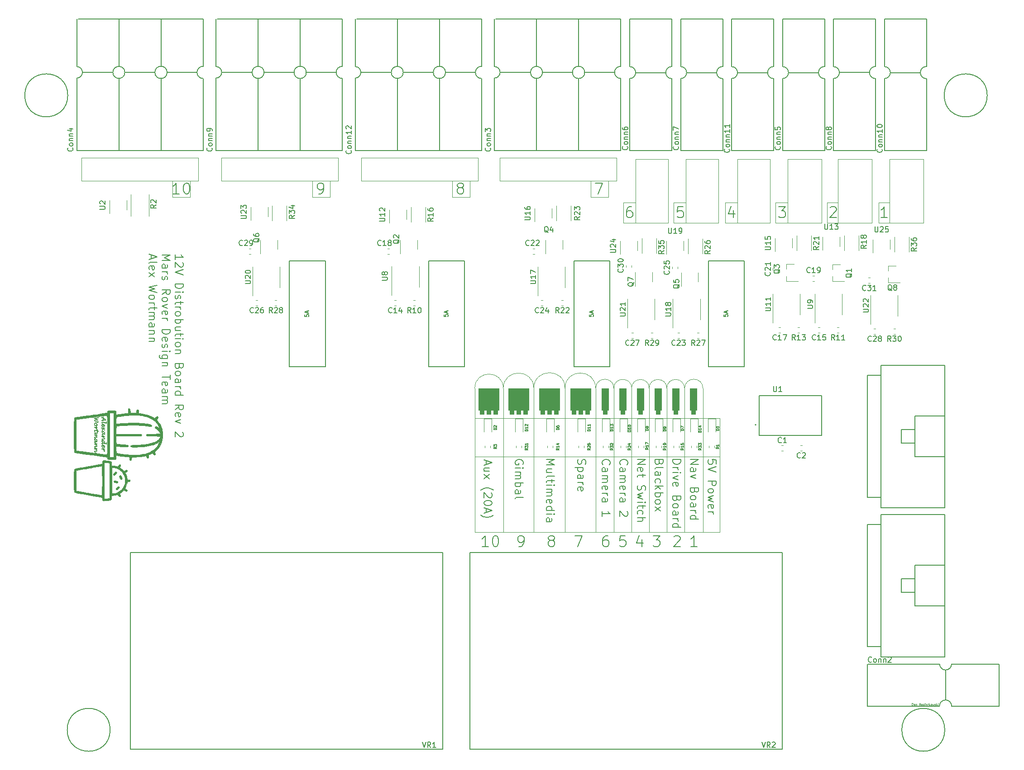
<source format=gbr>
%TF.GenerationSoftware,KiCad,Pcbnew,(5.1.6)-1*%
%TF.CreationDate,2022-03-17T22:37:37-05:00*%
%TF.ProjectId,2022_Rev2,32303232-5f52-4657-9632-2e6b69636164,rev?*%
%TF.SameCoordinates,Original*%
%TF.FileFunction,Legend,Top*%
%TF.FilePolarity,Positive*%
%FSLAX46Y46*%
G04 Gerber Fmt 4.6, Leading zero omitted, Abs format (unit mm)*
G04 Created by KiCad (PCBNEW (5.1.6)-1) date 2022-03-17 22:37:37*
%MOMM*%
%LPD*%
G01*
G04 APERTURE LIST*
%ADD10C,0.050800*%
%ADD11C,0.120000*%
%ADD12C,0.150000*%
%ADD13C,0.100000*%
%ADD14C,0.010000*%
%ADD15C,0.200000*%
%ADD16C,0.127000*%
G04 APERTURE END LIST*
D10*
X232518857Y-138602357D02*
X232518857Y-138221357D01*
X232609571Y-138221357D01*
X232664000Y-138239500D01*
X232700285Y-138275785D01*
X232718428Y-138312071D01*
X232736571Y-138384642D01*
X232736571Y-138439071D01*
X232718428Y-138511642D01*
X232700285Y-138547928D01*
X232664000Y-138584214D01*
X232609571Y-138602357D01*
X232518857Y-138602357D01*
X233063142Y-138602357D02*
X233063142Y-138402785D01*
X233045000Y-138366500D01*
X233008714Y-138348357D01*
X232936142Y-138348357D01*
X232899857Y-138366500D01*
X233063142Y-138584214D02*
X233026857Y-138602357D01*
X232936142Y-138602357D01*
X232899857Y-138584214D01*
X232881714Y-138547928D01*
X232881714Y-138511642D01*
X232899857Y-138475357D01*
X232936142Y-138457214D01*
X233026857Y-138457214D01*
X233063142Y-138439071D01*
X233244571Y-138348357D02*
X233244571Y-138602357D01*
X233244571Y-138384642D02*
X233262714Y-138366500D01*
X233299000Y-138348357D01*
X233353428Y-138348357D01*
X233389714Y-138366500D01*
X233407857Y-138402785D01*
X233407857Y-138602357D01*
X233879571Y-138602357D02*
X233879571Y-138221357D01*
X234097285Y-138602357D01*
X234097285Y-138221357D01*
X234442000Y-138602357D02*
X234442000Y-138402785D01*
X234423857Y-138366500D01*
X234387571Y-138348357D01*
X234315000Y-138348357D01*
X234278714Y-138366500D01*
X234442000Y-138584214D02*
X234405714Y-138602357D01*
X234315000Y-138602357D01*
X234278714Y-138584214D01*
X234260571Y-138547928D01*
X234260571Y-138511642D01*
X234278714Y-138475357D01*
X234315000Y-138457214D01*
X234405714Y-138457214D01*
X234442000Y-138439071D01*
X234623428Y-138348357D02*
X234623428Y-138729357D01*
X234623428Y-138366500D02*
X234659714Y-138348357D01*
X234732285Y-138348357D01*
X234768571Y-138366500D01*
X234786714Y-138384642D01*
X234804857Y-138420928D01*
X234804857Y-138529785D01*
X234786714Y-138566071D01*
X234768571Y-138584214D01*
X234732285Y-138602357D01*
X234659714Y-138602357D01*
X234623428Y-138584214D01*
X234968142Y-138602357D02*
X234968142Y-138348357D01*
X234968142Y-138221357D02*
X234950000Y-138239500D01*
X234968142Y-138257642D01*
X234986285Y-138239500D01*
X234968142Y-138221357D01*
X234968142Y-138257642D01*
X235294714Y-138584214D02*
X235258428Y-138602357D01*
X235185857Y-138602357D01*
X235149571Y-138584214D01*
X235131428Y-138547928D01*
X235131428Y-138402785D01*
X235149571Y-138366500D01*
X235185857Y-138348357D01*
X235258428Y-138348357D01*
X235294714Y-138366500D01*
X235312857Y-138402785D01*
X235312857Y-138439071D01*
X235131428Y-138475357D01*
X235476142Y-138602357D02*
X235476142Y-138348357D01*
X235476142Y-138420928D02*
X235494285Y-138384642D01*
X235512428Y-138366500D01*
X235548714Y-138348357D01*
X235585000Y-138348357D01*
X235712000Y-138602357D02*
X235712000Y-138221357D01*
X235748285Y-138457214D02*
X235857142Y-138602357D01*
X235857142Y-138348357D02*
X235712000Y-138493500D01*
X236074857Y-138602357D02*
X236038571Y-138584214D01*
X236020428Y-138566071D01*
X236002285Y-138529785D01*
X236002285Y-138420928D01*
X236020428Y-138384642D01*
X236038571Y-138366500D01*
X236074857Y-138348357D01*
X236129285Y-138348357D01*
X236165571Y-138366500D01*
X236183714Y-138384642D01*
X236201857Y-138420928D01*
X236201857Y-138529785D01*
X236183714Y-138566071D01*
X236165571Y-138584214D01*
X236129285Y-138602357D01*
X236074857Y-138602357D01*
X236328857Y-138348357D02*
X236401428Y-138602357D01*
X236474000Y-138420928D01*
X236546571Y-138602357D01*
X236619142Y-138348357D01*
X236746142Y-138584214D02*
X236782428Y-138602357D01*
X236855000Y-138602357D01*
X236891285Y-138584214D01*
X236909428Y-138547928D01*
X236909428Y-138529785D01*
X236891285Y-138493500D01*
X236855000Y-138475357D01*
X236800571Y-138475357D01*
X236764285Y-138457214D01*
X236746142Y-138420928D01*
X236746142Y-138402785D01*
X236764285Y-138366500D01*
X236800571Y-138348357D01*
X236855000Y-138348357D01*
X236891285Y-138366500D01*
X237072714Y-138602357D02*
X237072714Y-138221357D01*
X237109000Y-138457214D02*
X237217857Y-138602357D01*
X237217857Y-138348357D02*
X237072714Y-138493500D01*
X237381142Y-138602357D02*
X237381142Y-138348357D01*
X237381142Y-138221357D02*
X237363000Y-138239500D01*
X237381142Y-138257642D01*
X237399285Y-138239500D01*
X237381142Y-138221357D01*
X237381142Y-138257642D01*
D11*
X94234000Y-43434000D02*
X94234000Y-40386000D01*
X97536000Y-40386000D02*
X97536000Y-43434000D01*
X77216000Y-40386000D02*
X99060000Y-40386000D01*
X99060000Y-40386000D02*
X99060000Y-36068000D01*
X97536000Y-43434000D02*
X94234000Y-43434000D01*
X77216000Y-36068000D02*
X77216000Y-40386000D01*
X99060000Y-36068000D02*
X77216000Y-36068000D01*
X120396000Y-43434000D02*
X120396000Y-40386000D01*
X123698000Y-40386000D02*
X123698000Y-43434000D01*
X103378000Y-40386000D02*
X125222000Y-40386000D01*
X125222000Y-40386000D02*
X125222000Y-36068000D01*
X123698000Y-43434000D02*
X120396000Y-43434000D01*
X103378000Y-36068000D02*
X103378000Y-40386000D01*
X125222000Y-36068000D02*
X103378000Y-36068000D01*
X146558000Y-43434000D02*
X146558000Y-40386000D01*
X149860000Y-40386000D02*
X149860000Y-43434000D01*
X129540000Y-40386000D02*
X151384000Y-40386000D01*
X151384000Y-40386000D02*
X151384000Y-36068000D01*
X149860000Y-43434000D02*
X146558000Y-43434000D01*
X129540000Y-36068000D02*
X129540000Y-40386000D01*
X151384000Y-36068000D02*
X129540000Y-36068000D01*
X172466000Y-43434000D02*
X172466000Y-40386000D01*
X175768000Y-43434000D02*
X172466000Y-43434000D01*
X175768000Y-40386000D02*
X175768000Y-43434000D01*
X177292000Y-40386000D02*
X177292000Y-36068000D01*
X155448000Y-40386000D02*
X177292000Y-40386000D01*
X155448000Y-36068000D02*
X155448000Y-40386000D01*
X177292000Y-36068000D02*
X155448000Y-36068000D01*
X180848000Y-44450000D02*
X180848000Y-48260000D01*
X186944000Y-36322000D02*
X186944000Y-48260000D01*
X180848000Y-36322000D02*
X186944000Y-36322000D01*
X180848000Y-44450000D02*
X180848000Y-36322000D01*
X178562000Y-44450000D02*
X180848000Y-44450000D01*
X178562000Y-48260000D02*
X178562000Y-44450000D01*
X186944000Y-48260000D02*
X178562000Y-48260000D01*
X190246000Y-44450000D02*
X190246000Y-48260000D01*
X196342000Y-36322000D02*
X196342000Y-48260000D01*
X190246000Y-36322000D02*
X196342000Y-36322000D01*
X190246000Y-44450000D02*
X190246000Y-36322000D01*
X187960000Y-44450000D02*
X190246000Y-44450000D01*
X187960000Y-48260000D02*
X187960000Y-44450000D01*
X196342000Y-48260000D02*
X187960000Y-48260000D01*
X199898000Y-44450000D02*
X199898000Y-48260000D01*
X205994000Y-36322000D02*
X205994000Y-48260000D01*
X199898000Y-36322000D02*
X205994000Y-36322000D01*
X199898000Y-44450000D02*
X199898000Y-36322000D01*
X197612000Y-44450000D02*
X199898000Y-44450000D01*
X197612000Y-48260000D02*
X197612000Y-44450000D01*
X205994000Y-48260000D02*
X197612000Y-48260000D01*
X209296000Y-44450000D02*
X209296000Y-48260000D01*
X215646000Y-36322000D02*
X215646000Y-48260000D01*
X209296000Y-36322000D02*
X215646000Y-36322000D01*
X209296000Y-44450000D02*
X209296000Y-36322000D01*
X207010000Y-44450000D02*
X209296000Y-44450000D01*
X207010000Y-48260000D02*
X207010000Y-44450000D01*
X215646000Y-48260000D02*
X207010000Y-48260000D01*
X218694000Y-44704000D02*
X218694000Y-48260000D01*
X225044000Y-36322000D02*
X225044000Y-48260000D01*
X218694000Y-36322000D02*
X225044000Y-36322000D01*
X218694000Y-44704000D02*
X218694000Y-36322000D01*
X216662000Y-44450000D02*
X218694000Y-44450000D01*
X216662000Y-48260000D02*
X216662000Y-44450000D01*
X225044000Y-48260000D02*
X216662000Y-48260000D01*
X228346000Y-44450000D02*
X228346000Y-48260000D01*
X234696000Y-36322000D02*
X234696000Y-48260000D01*
X228346000Y-36322000D02*
X234696000Y-36322000D01*
X228346000Y-44450000D02*
X228346000Y-36322000D01*
X226314000Y-44450000D02*
X228346000Y-44450000D01*
X226314000Y-48260000D02*
X226314000Y-44450000D01*
X234696000Y-48260000D02*
X226314000Y-48260000D01*
D12*
X173312666Y-40797238D02*
X174667333Y-40797238D01*
X173796476Y-42829238D01*
X121532952Y-42829238D02*
X121920000Y-42829238D01*
X122113523Y-42732476D01*
X122210285Y-42635714D01*
X122403809Y-42345428D01*
X122500571Y-41958380D01*
X122500571Y-41184285D01*
X122403809Y-40990761D01*
X122307047Y-40894000D01*
X122113523Y-40797238D01*
X121726476Y-40797238D01*
X121532952Y-40894000D01*
X121436190Y-40990761D01*
X121339428Y-41184285D01*
X121339428Y-41668095D01*
X121436190Y-41861619D01*
X121532952Y-41958380D01*
X121726476Y-42055142D01*
X122113523Y-42055142D01*
X122307047Y-41958380D01*
X122403809Y-41861619D01*
X122500571Y-41668095D01*
X95497952Y-42829238D02*
X94336809Y-42829238D01*
X94917380Y-42829238D02*
X94917380Y-40797238D01*
X94723857Y-41087523D01*
X94530333Y-41281047D01*
X94336809Y-41377809D01*
X96755857Y-40797238D02*
X96949380Y-40797238D01*
X97142904Y-40894000D01*
X97239666Y-40990761D01*
X97336428Y-41184285D01*
X97433190Y-41571333D01*
X97433190Y-42055142D01*
X97336428Y-42442190D01*
X97239666Y-42635714D01*
X97142904Y-42732476D01*
X96949380Y-42829238D01*
X96755857Y-42829238D01*
X96562333Y-42732476D01*
X96465571Y-42635714D01*
X96368809Y-42442190D01*
X96272047Y-42055142D01*
X96272047Y-41571333D01*
X96368809Y-41184285D01*
X96465571Y-40990761D01*
X96562333Y-40894000D01*
X96755857Y-40797238D01*
X147888476Y-41668095D02*
X147694952Y-41571333D01*
X147598190Y-41474571D01*
X147501428Y-41281047D01*
X147501428Y-41184285D01*
X147598190Y-40990761D01*
X147694952Y-40894000D01*
X147888476Y-40797238D01*
X148275523Y-40797238D01*
X148469047Y-40894000D01*
X148565809Y-40990761D01*
X148662571Y-41184285D01*
X148662571Y-41281047D01*
X148565809Y-41474571D01*
X148469047Y-41571333D01*
X148275523Y-41668095D01*
X147888476Y-41668095D01*
X147694952Y-41764857D01*
X147598190Y-41861619D01*
X147501428Y-42055142D01*
X147501428Y-42442190D01*
X147598190Y-42635714D01*
X147694952Y-42732476D01*
X147888476Y-42829238D01*
X148275523Y-42829238D01*
X148469047Y-42732476D01*
X148565809Y-42635714D01*
X148662571Y-42442190D01*
X148662571Y-42055142D01*
X148565809Y-41861619D01*
X148469047Y-41764857D01*
X148275523Y-41668095D01*
X207602666Y-45242238D02*
X208860571Y-45242238D01*
X208183238Y-46016333D01*
X208473523Y-46016333D01*
X208667047Y-46113095D01*
X208763809Y-46209857D01*
X208860571Y-46403380D01*
X208860571Y-46887190D01*
X208763809Y-47080714D01*
X208667047Y-47177476D01*
X208473523Y-47274238D01*
X207892952Y-47274238D01*
X207699428Y-47177476D01*
X207602666Y-47080714D01*
X217224428Y-45435761D02*
X217321190Y-45339000D01*
X217514714Y-45242238D01*
X217998523Y-45242238D01*
X218192047Y-45339000D01*
X218288809Y-45435761D01*
X218385571Y-45629285D01*
X218385571Y-45822809D01*
X218288809Y-46113095D01*
X217127666Y-47274238D01*
X218385571Y-47274238D01*
X199142047Y-45919571D02*
X199142047Y-47274238D01*
X198658238Y-45145476D02*
X198174428Y-46596904D01*
X199432333Y-46596904D01*
X227910571Y-47274238D02*
X226749428Y-47274238D01*
X227330000Y-47274238D02*
X227330000Y-45242238D01*
X227136476Y-45532523D01*
X226942952Y-45726047D01*
X226749428Y-45822809D01*
X180092047Y-45242238D02*
X179705000Y-45242238D01*
X179511476Y-45339000D01*
X179414714Y-45435761D01*
X179221190Y-45726047D01*
X179124428Y-46113095D01*
X179124428Y-46887190D01*
X179221190Y-47080714D01*
X179317952Y-47177476D01*
X179511476Y-47274238D01*
X179898523Y-47274238D01*
X180092047Y-47177476D01*
X180188809Y-47080714D01*
X180285571Y-46887190D01*
X180285571Y-46403380D01*
X180188809Y-46209857D01*
X180092047Y-46113095D01*
X179898523Y-46016333D01*
X179511476Y-46016333D01*
X179317952Y-46113095D01*
X179221190Y-46209857D01*
X179124428Y-46403380D01*
X189713809Y-45242238D02*
X188746190Y-45242238D01*
X188649428Y-46209857D01*
X188746190Y-46113095D01*
X188939714Y-46016333D01*
X189423523Y-46016333D01*
X189617047Y-46113095D01*
X189713809Y-46209857D01*
X189810571Y-46403380D01*
X189810571Y-46887190D01*
X189713809Y-47080714D01*
X189617047Y-47177476D01*
X189423523Y-47274238D01*
X188939714Y-47274238D01*
X188746190Y-47177476D01*
X188649428Y-47080714D01*
X153282952Y-108869238D02*
X152121809Y-108869238D01*
X152702380Y-108869238D02*
X152702380Y-106837238D01*
X152508857Y-107127523D01*
X152315333Y-107321047D01*
X152121809Y-107417809D01*
X154540857Y-106837238D02*
X154734380Y-106837238D01*
X154927904Y-106934000D01*
X155024666Y-107030761D01*
X155121428Y-107224285D01*
X155218190Y-107611333D01*
X155218190Y-108095142D01*
X155121428Y-108482190D01*
X155024666Y-108675714D01*
X154927904Y-108772476D01*
X154734380Y-108869238D01*
X154540857Y-108869238D01*
X154347333Y-108772476D01*
X154250571Y-108675714D01*
X154153809Y-108482190D01*
X154057047Y-108095142D01*
X154057047Y-107611333D01*
X154153809Y-107224285D01*
X154250571Y-107030761D01*
X154347333Y-106934000D01*
X154540857Y-106837238D01*
X158997952Y-108869238D02*
X159385000Y-108869238D01*
X159578523Y-108772476D01*
X159675285Y-108675714D01*
X159868809Y-108385428D01*
X159965571Y-107998380D01*
X159965571Y-107224285D01*
X159868809Y-107030761D01*
X159772047Y-106934000D01*
X159578523Y-106837238D01*
X159191476Y-106837238D01*
X158997952Y-106934000D01*
X158901190Y-107030761D01*
X158804428Y-107224285D01*
X158804428Y-107708095D01*
X158901190Y-107901619D01*
X158997952Y-107998380D01*
X159191476Y-108095142D01*
X159578523Y-108095142D01*
X159772047Y-107998380D01*
X159868809Y-107901619D01*
X159965571Y-107708095D01*
X164906476Y-107708095D02*
X164712952Y-107611333D01*
X164616190Y-107514571D01*
X164519428Y-107321047D01*
X164519428Y-107224285D01*
X164616190Y-107030761D01*
X164712952Y-106934000D01*
X164906476Y-106837238D01*
X165293523Y-106837238D01*
X165487047Y-106934000D01*
X165583809Y-107030761D01*
X165680571Y-107224285D01*
X165680571Y-107321047D01*
X165583809Y-107514571D01*
X165487047Y-107611333D01*
X165293523Y-107708095D01*
X164906476Y-107708095D01*
X164712952Y-107804857D01*
X164616190Y-107901619D01*
X164519428Y-108095142D01*
X164519428Y-108482190D01*
X164616190Y-108675714D01*
X164712952Y-108772476D01*
X164906476Y-108869238D01*
X165293523Y-108869238D01*
X165487047Y-108772476D01*
X165583809Y-108675714D01*
X165680571Y-108482190D01*
X165680571Y-108095142D01*
X165583809Y-107901619D01*
X165487047Y-107804857D01*
X165293523Y-107708095D01*
X169502666Y-106837238D02*
X170857333Y-106837238D01*
X169986476Y-108869238D01*
X175647047Y-106837238D02*
X175260000Y-106837238D01*
X175066476Y-106934000D01*
X174969714Y-107030761D01*
X174776190Y-107321047D01*
X174679428Y-107708095D01*
X174679428Y-108482190D01*
X174776190Y-108675714D01*
X174872952Y-108772476D01*
X175066476Y-108869238D01*
X175453523Y-108869238D01*
X175647047Y-108772476D01*
X175743809Y-108675714D01*
X175840571Y-108482190D01*
X175840571Y-107998380D01*
X175743809Y-107804857D01*
X175647047Y-107708095D01*
X175453523Y-107611333D01*
X175066476Y-107611333D01*
X174872952Y-107708095D01*
X174776190Y-107804857D01*
X174679428Y-107998380D01*
X178918809Y-106837238D02*
X177951190Y-106837238D01*
X177854428Y-107804857D01*
X177951190Y-107708095D01*
X178144714Y-107611333D01*
X178628523Y-107611333D01*
X178822047Y-107708095D01*
X178918809Y-107804857D01*
X179015571Y-107998380D01*
X179015571Y-108482190D01*
X178918809Y-108675714D01*
X178822047Y-108772476D01*
X178628523Y-108869238D01*
X178144714Y-108869238D01*
X177951190Y-108772476D01*
X177854428Y-108675714D01*
X181997047Y-107514571D02*
X181997047Y-108869238D01*
X181513238Y-106740476D02*
X181029428Y-108191904D01*
X182287333Y-108191904D01*
X184107666Y-106837238D02*
X185365571Y-106837238D01*
X184688238Y-107611333D01*
X184978523Y-107611333D01*
X185172047Y-107708095D01*
X185268809Y-107804857D01*
X185365571Y-107998380D01*
X185365571Y-108482190D01*
X185268809Y-108675714D01*
X185172047Y-108772476D01*
X184978523Y-108869238D01*
X184397952Y-108869238D01*
X184204428Y-108772476D01*
X184107666Y-108675714D01*
X188014428Y-107030761D02*
X188111190Y-106934000D01*
X188304714Y-106837238D01*
X188788523Y-106837238D01*
X188982047Y-106934000D01*
X189078809Y-107030761D01*
X189175571Y-107224285D01*
X189175571Y-107417809D01*
X189078809Y-107708095D01*
X187917666Y-108869238D01*
X189175571Y-108869238D01*
X192350571Y-108869238D02*
X191189428Y-108869238D01*
X191770000Y-108869238D02*
X191770000Y-106837238D01*
X191576476Y-107127523D01*
X191382952Y-107321047D01*
X191189428Y-107417809D01*
D11*
X190017400Y-79248000D02*
G75*
G02*
X193421000Y-79248000I1701800J0D01*
G01*
X193421000Y-84836000D02*
X193421000Y-79248000D01*
X186639200Y-79248001D02*
G75*
G02*
X189992000Y-79248000I1676400J1D01*
G01*
X183337214Y-79247205D02*
G75*
G02*
X186689999Y-79248001I1676386J-26195D01*
G01*
X180086000Y-79248000D02*
G75*
G02*
X183388000Y-79248000I1651000J0D01*
G01*
X176758600Y-79248000D02*
G75*
G02*
X180111400Y-79248000I1676400J0D01*
G01*
X173381158Y-79197223D02*
G75*
G02*
X176784000Y-79248000I1701042J-50777D01*
G01*
X167614600Y-79248000D02*
G75*
G02*
X173355000Y-79248000I2870200J0D01*
G01*
X161798000Y-79248000D02*
G75*
G02*
X167640000Y-79248000I2921000J0D01*
G01*
X156083000Y-79248000D02*
G75*
G02*
X161798000Y-79248000I2857500J0D01*
G01*
X150749000Y-79248000D02*
G75*
G02*
X156083000Y-79248000I2667000J0D01*
G01*
X150749000Y-84836000D02*
X150749000Y-79248000D01*
X193421000Y-84836000D02*
X193421000Y-106172000D01*
X189992000Y-79248000D02*
X189992000Y-106172000D01*
X186690000Y-79248000D02*
X186690000Y-106172000D01*
X183388000Y-79248000D02*
X183388000Y-106172000D01*
X180086000Y-79248000D02*
X180086000Y-106172000D01*
X176784000Y-79248000D02*
X176784000Y-106172000D01*
X173355000Y-79248000D02*
X173355000Y-106172000D01*
X167640000Y-79248000D02*
X167640000Y-106172000D01*
X161798000Y-79248000D02*
X161798000Y-106172000D01*
X156083000Y-79248000D02*
X156083000Y-106172000D01*
X196596000Y-92075000D02*
X150749000Y-92075000D01*
X196596000Y-106172000D02*
X196596000Y-84836000D01*
X150749000Y-106172000D02*
X196596000Y-106172000D01*
X150749000Y-84836000D02*
X150749000Y-106172000D01*
X196596000Y-84836000D02*
X150749000Y-84836000D01*
D12*
X94710571Y-55106642D02*
X94710571Y-54235785D01*
X94710571Y-54671214D02*
X96234571Y-54671214D01*
X96016857Y-54526071D01*
X95871714Y-54380928D01*
X95799142Y-54235785D01*
X96089428Y-55687214D02*
X96162000Y-55759785D01*
X96234571Y-55904928D01*
X96234571Y-56267785D01*
X96162000Y-56412928D01*
X96089428Y-56485500D01*
X95944285Y-56558071D01*
X95799142Y-56558071D01*
X95581428Y-56485500D01*
X94710571Y-55614642D01*
X94710571Y-56558071D01*
X96234571Y-56993500D02*
X94710571Y-57501500D01*
X96234571Y-58009500D01*
X94710571Y-59678642D02*
X96234571Y-59678642D01*
X96234571Y-60041500D01*
X96162000Y-60259214D01*
X96016857Y-60404357D01*
X95871714Y-60476928D01*
X95581428Y-60549500D01*
X95363714Y-60549500D01*
X95073428Y-60476928D01*
X94928285Y-60404357D01*
X94783142Y-60259214D01*
X94710571Y-60041500D01*
X94710571Y-59678642D01*
X94710571Y-61202642D02*
X95726571Y-61202642D01*
X96234571Y-61202642D02*
X96162000Y-61130071D01*
X96089428Y-61202642D01*
X96162000Y-61275214D01*
X96234571Y-61202642D01*
X96089428Y-61202642D01*
X94783142Y-61855785D02*
X94710571Y-62000928D01*
X94710571Y-62291214D01*
X94783142Y-62436357D01*
X94928285Y-62508928D01*
X95000857Y-62508928D01*
X95146000Y-62436357D01*
X95218571Y-62291214D01*
X95218571Y-62073500D01*
X95291142Y-61928357D01*
X95436285Y-61855785D01*
X95508857Y-61855785D01*
X95654000Y-61928357D01*
X95726571Y-62073500D01*
X95726571Y-62291214D01*
X95654000Y-62436357D01*
X95726571Y-62944357D02*
X95726571Y-63524928D01*
X96234571Y-63162071D02*
X94928285Y-63162071D01*
X94783142Y-63234642D01*
X94710571Y-63379785D01*
X94710571Y-63524928D01*
X94710571Y-64032928D02*
X95726571Y-64032928D01*
X95436285Y-64032928D02*
X95581428Y-64105500D01*
X95654000Y-64178071D01*
X95726571Y-64323214D01*
X95726571Y-64468357D01*
X94710571Y-65194071D02*
X94783142Y-65048928D01*
X94855714Y-64976357D01*
X95000857Y-64903785D01*
X95436285Y-64903785D01*
X95581428Y-64976357D01*
X95654000Y-65048928D01*
X95726571Y-65194071D01*
X95726571Y-65411785D01*
X95654000Y-65556928D01*
X95581428Y-65629500D01*
X95436285Y-65702071D01*
X95000857Y-65702071D01*
X94855714Y-65629500D01*
X94783142Y-65556928D01*
X94710571Y-65411785D01*
X94710571Y-65194071D01*
X94710571Y-66355214D02*
X96234571Y-66355214D01*
X95654000Y-66355214D02*
X95726571Y-66500357D01*
X95726571Y-66790642D01*
X95654000Y-66935785D01*
X95581428Y-67008357D01*
X95436285Y-67080928D01*
X95000857Y-67080928D01*
X94855714Y-67008357D01*
X94783142Y-66935785D01*
X94710571Y-66790642D01*
X94710571Y-66500357D01*
X94783142Y-66355214D01*
X95726571Y-68387214D02*
X94710571Y-68387214D01*
X95726571Y-67734071D02*
X94928285Y-67734071D01*
X94783142Y-67806642D01*
X94710571Y-67951785D01*
X94710571Y-68169500D01*
X94783142Y-68314642D01*
X94855714Y-68387214D01*
X95726571Y-68895214D02*
X95726571Y-69475785D01*
X96234571Y-69112928D02*
X94928285Y-69112928D01*
X94783142Y-69185500D01*
X94710571Y-69330642D01*
X94710571Y-69475785D01*
X94710571Y-69983785D02*
X95726571Y-69983785D01*
X96234571Y-69983785D02*
X96162000Y-69911214D01*
X96089428Y-69983785D01*
X96162000Y-70056357D01*
X96234571Y-69983785D01*
X96089428Y-69983785D01*
X94710571Y-70927214D02*
X94783142Y-70782071D01*
X94855714Y-70709500D01*
X95000857Y-70636928D01*
X95436285Y-70636928D01*
X95581428Y-70709500D01*
X95654000Y-70782071D01*
X95726571Y-70927214D01*
X95726571Y-71144928D01*
X95654000Y-71290071D01*
X95581428Y-71362642D01*
X95436285Y-71435214D01*
X95000857Y-71435214D01*
X94855714Y-71362642D01*
X94783142Y-71290071D01*
X94710571Y-71144928D01*
X94710571Y-70927214D01*
X95726571Y-72088357D02*
X94710571Y-72088357D01*
X95581428Y-72088357D02*
X95654000Y-72160928D01*
X95726571Y-72306071D01*
X95726571Y-72523785D01*
X95654000Y-72668928D01*
X95508857Y-72741500D01*
X94710571Y-72741500D01*
X95508857Y-75136357D02*
X95436285Y-75354071D01*
X95363714Y-75426642D01*
X95218571Y-75499214D01*
X95000857Y-75499214D01*
X94855714Y-75426642D01*
X94783142Y-75354071D01*
X94710571Y-75208928D01*
X94710571Y-74628357D01*
X96234571Y-74628357D01*
X96234571Y-75136357D01*
X96162000Y-75281500D01*
X96089428Y-75354071D01*
X95944285Y-75426642D01*
X95799142Y-75426642D01*
X95654000Y-75354071D01*
X95581428Y-75281500D01*
X95508857Y-75136357D01*
X95508857Y-74628357D01*
X94710571Y-76370071D02*
X94783142Y-76224928D01*
X94855714Y-76152357D01*
X95000857Y-76079785D01*
X95436285Y-76079785D01*
X95581428Y-76152357D01*
X95654000Y-76224928D01*
X95726571Y-76370071D01*
X95726571Y-76587785D01*
X95654000Y-76732928D01*
X95581428Y-76805500D01*
X95436285Y-76878071D01*
X95000857Y-76878071D01*
X94855714Y-76805500D01*
X94783142Y-76732928D01*
X94710571Y-76587785D01*
X94710571Y-76370071D01*
X94710571Y-78184357D02*
X95508857Y-78184357D01*
X95654000Y-78111785D01*
X95726571Y-77966642D01*
X95726571Y-77676357D01*
X95654000Y-77531214D01*
X94783142Y-78184357D02*
X94710571Y-78039214D01*
X94710571Y-77676357D01*
X94783142Y-77531214D01*
X94928285Y-77458642D01*
X95073428Y-77458642D01*
X95218571Y-77531214D01*
X95291142Y-77676357D01*
X95291142Y-78039214D01*
X95363714Y-78184357D01*
X94710571Y-78910071D02*
X95726571Y-78910071D01*
X95436285Y-78910071D02*
X95581428Y-78982642D01*
X95654000Y-79055214D01*
X95726571Y-79200357D01*
X95726571Y-79345500D01*
X94710571Y-80506642D02*
X96234571Y-80506642D01*
X94783142Y-80506642D02*
X94710571Y-80361500D01*
X94710571Y-80071214D01*
X94783142Y-79926071D01*
X94855714Y-79853500D01*
X95000857Y-79780928D01*
X95436285Y-79780928D01*
X95581428Y-79853500D01*
X95654000Y-79926071D01*
X95726571Y-80071214D01*
X95726571Y-80361500D01*
X95654000Y-80506642D01*
X94710571Y-83264357D02*
X95436285Y-82756357D01*
X94710571Y-82393500D02*
X96234571Y-82393500D01*
X96234571Y-82974071D01*
X96162000Y-83119214D01*
X96089428Y-83191785D01*
X95944285Y-83264357D01*
X95726571Y-83264357D01*
X95581428Y-83191785D01*
X95508857Y-83119214D01*
X95436285Y-82974071D01*
X95436285Y-82393500D01*
X94783142Y-84498071D02*
X94710571Y-84352928D01*
X94710571Y-84062642D01*
X94783142Y-83917500D01*
X94928285Y-83844928D01*
X95508857Y-83844928D01*
X95654000Y-83917500D01*
X95726571Y-84062642D01*
X95726571Y-84352928D01*
X95654000Y-84498071D01*
X95508857Y-84570642D01*
X95363714Y-84570642D01*
X95218571Y-83844928D01*
X95726571Y-85078642D02*
X94710571Y-85441500D01*
X95726571Y-85804357D01*
X96089428Y-87473500D02*
X96162000Y-87546071D01*
X96234571Y-87691214D01*
X96234571Y-88054071D01*
X96162000Y-88199214D01*
X96089428Y-88271785D01*
X95944285Y-88344357D01*
X95799142Y-88344357D01*
X95581428Y-88271785D01*
X94710571Y-87400928D01*
X94710571Y-88344357D01*
X92274571Y-54308357D02*
X93798571Y-54308357D01*
X92710000Y-54816357D01*
X93798571Y-55324357D01*
X92274571Y-55324357D01*
X92274571Y-56703214D02*
X93072857Y-56703214D01*
X93218000Y-56630642D01*
X93290571Y-56485500D01*
X93290571Y-56195214D01*
X93218000Y-56050071D01*
X92347142Y-56703214D02*
X92274571Y-56558071D01*
X92274571Y-56195214D01*
X92347142Y-56050071D01*
X92492285Y-55977500D01*
X92637428Y-55977500D01*
X92782571Y-56050071D01*
X92855142Y-56195214D01*
X92855142Y-56558071D01*
X92927714Y-56703214D01*
X92274571Y-57428928D02*
X93290571Y-57428928D01*
X93000285Y-57428928D02*
X93145428Y-57501500D01*
X93218000Y-57574071D01*
X93290571Y-57719214D01*
X93290571Y-57864357D01*
X92347142Y-58299785D02*
X92274571Y-58444928D01*
X92274571Y-58735214D01*
X92347142Y-58880357D01*
X92492285Y-58952928D01*
X92564857Y-58952928D01*
X92710000Y-58880357D01*
X92782571Y-58735214D01*
X92782571Y-58517500D01*
X92855142Y-58372357D01*
X93000285Y-58299785D01*
X93072857Y-58299785D01*
X93218000Y-58372357D01*
X93290571Y-58517500D01*
X93290571Y-58735214D01*
X93218000Y-58880357D01*
X92274571Y-61638071D02*
X93000285Y-61130071D01*
X92274571Y-60767214D02*
X93798571Y-60767214D01*
X93798571Y-61347785D01*
X93726000Y-61492928D01*
X93653428Y-61565500D01*
X93508285Y-61638071D01*
X93290571Y-61638071D01*
X93145428Y-61565500D01*
X93072857Y-61492928D01*
X93000285Y-61347785D01*
X93000285Y-60767214D01*
X92274571Y-62508928D02*
X92347142Y-62363785D01*
X92419714Y-62291214D01*
X92564857Y-62218642D01*
X93000285Y-62218642D01*
X93145428Y-62291214D01*
X93218000Y-62363785D01*
X93290571Y-62508928D01*
X93290571Y-62726642D01*
X93218000Y-62871785D01*
X93145428Y-62944357D01*
X93000285Y-63016928D01*
X92564857Y-63016928D01*
X92419714Y-62944357D01*
X92347142Y-62871785D01*
X92274571Y-62726642D01*
X92274571Y-62508928D01*
X93290571Y-63524928D02*
X92274571Y-63887785D01*
X93290571Y-64250642D01*
X92347142Y-65411785D02*
X92274571Y-65266642D01*
X92274571Y-64976357D01*
X92347142Y-64831214D01*
X92492285Y-64758642D01*
X93072857Y-64758642D01*
X93218000Y-64831214D01*
X93290571Y-64976357D01*
X93290571Y-65266642D01*
X93218000Y-65411785D01*
X93072857Y-65484357D01*
X92927714Y-65484357D01*
X92782571Y-64758642D01*
X92274571Y-66137500D02*
X93290571Y-66137500D01*
X93000285Y-66137500D02*
X93145428Y-66210071D01*
X93218000Y-66282642D01*
X93290571Y-66427785D01*
X93290571Y-66572928D01*
X92274571Y-68242071D02*
X93798571Y-68242071D01*
X93798571Y-68604928D01*
X93726000Y-68822642D01*
X93580857Y-68967785D01*
X93435714Y-69040357D01*
X93145428Y-69112928D01*
X92927714Y-69112928D01*
X92637428Y-69040357D01*
X92492285Y-68967785D01*
X92347142Y-68822642D01*
X92274571Y-68604928D01*
X92274571Y-68242071D01*
X92347142Y-70346642D02*
X92274571Y-70201500D01*
X92274571Y-69911214D01*
X92347142Y-69766071D01*
X92492285Y-69693500D01*
X93072857Y-69693500D01*
X93218000Y-69766071D01*
X93290571Y-69911214D01*
X93290571Y-70201500D01*
X93218000Y-70346642D01*
X93072857Y-70419214D01*
X92927714Y-70419214D01*
X92782571Y-69693500D01*
X92347142Y-70999785D02*
X92274571Y-71144928D01*
X92274571Y-71435214D01*
X92347142Y-71580357D01*
X92492285Y-71652928D01*
X92564857Y-71652928D01*
X92710000Y-71580357D01*
X92782571Y-71435214D01*
X92782571Y-71217500D01*
X92855142Y-71072357D01*
X93000285Y-70999785D01*
X93072857Y-70999785D01*
X93218000Y-71072357D01*
X93290571Y-71217500D01*
X93290571Y-71435214D01*
X93218000Y-71580357D01*
X92274571Y-72306071D02*
X93290571Y-72306071D01*
X93798571Y-72306071D02*
X93726000Y-72233500D01*
X93653428Y-72306071D01*
X93726000Y-72378642D01*
X93798571Y-72306071D01*
X93653428Y-72306071D01*
X93290571Y-73684928D02*
X92056857Y-73684928D01*
X91911714Y-73612357D01*
X91839142Y-73539785D01*
X91766571Y-73394642D01*
X91766571Y-73176928D01*
X91839142Y-73031785D01*
X92347142Y-73684928D02*
X92274571Y-73539785D01*
X92274571Y-73249500D01*
X92347142Y-73104357D01*
X92419714Y-73031785D01*
X92564857Y-72959214D01*
X93000285Y-72959214D01*
X93145428Y-73031785D01*
X93218000Y-73104357D01*
X93290571Y-73249500D01*
X93290571Y-73539785D01*
X93218000Y-73684928D01*
X93290571Y-74410642D02*
X92274571Y-74410642D01*
X93145428Y-74410642D02*
X93218000Y-74483214D01*
X93290571Y-74628357D01*
X93290571Y-74846071D01*
X93218000Y-74991214D01*
X93072857Y-75063785D01*
X92274571Y-75063785D01*
X93798571Y-76732928D02*
X93798571Y-77603785D01*
X92274571Y-77168357D02*
X93798571Y-77168357D01*
X92347142Y-78692357D02*
X92274571Y-78547214D01*
X92274571Y-78256928D01*
X92347142Y-78111785D01*
X92492285Y-78039214D01*
X93072857Y-78039214D01*
X93218000Y-78111785D01*
X93290571Y-78256928D01*
X93290571Y-78547214D01*
X93218000Y-78692357D01*
X93072857Y-78764928D01*
X92927714Y-78764928D01*
X92782571Y-78039214D01*
X92274571Y-80071214D02*
X93072857Y-80071214D01*
X93218000Y-79998642D01*
X93290571Y-79853500D01*
X93290571Y-79563214D01*
X93218000Y-79418071D01*
X92347142Y-80071214D02*
X92274571Y-79926071D01*
X92274571Y-79563214D01*
X92347142Y-79418071D01*
X92492285Y-79345500D01*
X92637428Y-79345500D01*
X92782571Y-79418071D01*
X92855142Y-79563214D01*
X92855142Y-79926071D01*
X92927714Y-80071214D01*
X92274571Y-80796928D02*
X93290571Y-80796928D01*
X93145428Y-80796928D02*
X93218000Y-80869500D01*
X93290571Y-81014642D01*
X93290571Y-81232357D01*
X93218000Y-81377500D01*
X93072857Y-81450071D01*
X92274571Y-81450071D01*
X93072857Y-81450071D02*
X93218000Y-81522642D01*
X93290571Y-81667785D01*
X93290571Y-81885500D01*
X93218000Y-82030642D01*
X93072857Y-82103214D01*
X92274571Y-82103214D01*
X90274000Y-54235785D02*
X90274000Y-54961500D01*
X89838571Y-54090642D02*
X91362571Y-54598642D01*
X89838571Y-55106642D01*
X89838571Y-55832357D02*
X89911142Y-55687214D01*
X90056285Y-55614642D01*
X91362571Y-55614642D01*
X89911142Y-56993500D02*
X89838571Y-56848357D01*
X89838571Y-56558071D01*
X89911142Y-56412928D01*
X90056285Y-56340357D01*
X90636857Y-56340357D01*
X90782000Y-56412928D01*
X90854571Y-56558071D01*
X90854571Y-56848357D01*
X90782000Y-56993500D01*
X90636857Y-57066071D01*
X90491714Y-57066071D01*
X90346571Y-56340357D01*
X89838571Y-57574071D02*
X90854571Y-58372357D01*
X90854571Y-57574071D02*
X89838571Y-58372357D01*
X91362571Y-59968928D02*
X89838571Y-60331785D01*
X90927142Y-60622071D01*
X89838571Y-60912357D01*
X91362571Y-61275214D01*
X89838571Y-62073500D02*
X89911142Y-61928357D01*
X89983714Y-61855785D01*
X90128857Y-61783214D01*
X90564285Y-61783214D01*
X90709428Y-61855785D01*
X90782000Y-61928357D01*
X90854571Y-62073500D01*
X90854571Y-62291214D01*
X90782000Y-62436357D01*
X90709428Y-62508928D01*
X90564285Y-62581500D01*
X90128857Y-62581500D01*
X89983714Y-62508928D01*
X89911142Y-62436357D01*
X89838571Y-62291214D01*
X89838571Y-62073500D01*
X89838571Y-63234642D02*
X90854571Y-63234642D01*
X90564285Y-63234642D02*
X90709428Y-63307214D01*
X90782000Y-63379785D01*
X90854571Y-63524928D01*
X90854571Y-63670071D01*
X90854571Y-63960357D02*
X90854571Y-64540928D01*
X91362571Y-64178071D02*
X90056285Y-64178071D01*
X89911142Y-64250642D01*
X89838571Y-64395785D01*
X89838571Y-64540928D01*
X89838571Y-65048928D02*
X90854571Y-65048928D01*
X90709428Y-65048928D02*
X90782000Y-65121500D01*
X90854571Y-65266642D01*
X90854571Y-65484357D01*
X90782000Y-65629500D01*
X90636857Y-65702071D01*
X89838571Y-65702071D01*
X90636857Y-65702071D02*
X90782000Y-65774642D01*
X90854571Y-65919785D01*
X90854571Y-66137500D01*
X90782000Y-66282642D01*
X90636857Y-66355214D01*
X89838571Y-66355214D01*
X89838571Y-67734071D02*
X90636857Y-67734071D01*
X90782000Y-67661500D01*
X90854571Y-67516357D01*
X90854571Y-67226071D01*
X90782000Y-67080928D01*
X89911142Y-67734071D02*
X89838571Y-67588928D01*
X89838571Y-67226071D01*
X89911142Y-67080928D01*
X90056285Y-67008357D01*
X90201428Y-67008357D01*
X90346571Y-67080928D01*
X90419142Y-67226071D01*
X90419142Y-67588928D01*
X90491714Y-67734071D01*
X90854571Y-68459785D02*
X89838571Y-68459785D01*
X90709428Y-68459785D02*
X90782000Y-68532357D01*
X90854571Y-68677500D01*
X90854571Y-68895214D01*
X90782000Y-69040357D01*
X90636857Y-69112928D01*
X89838571Y-69112928D01*
X90854571Y-69838642D02*
X89838571Y-69838642D01*
X90709428Y-69838642D02*
X90782000Y-69911214D01*
X90854571Y-70056357D01*
X90854571Y-70274071D01*
X90782000Y-70419214D01*
X90636857Y-70491785D01*
X89838571Y-70491785D01*
X152908000Y-92749914D02*
X152908000Y-93475628D01*
X152472571Y-92604771D02*
X153996571Y-93112771D01*
X152472571Y-93620771D01*
X153488571Y-94781914D02*
X152472571Y-94781914D01*
X153488571Y-94128771D02*
X152690285Y-94128771D01*
X152545142Y-94201342D01*
X152472571Y-94346485D01*
X152472571Y-94564200D01*
X152545142Y-94709342D01*
X152617714Y-94781914D01*
X152472571Y-95362485D02*
X153488571Y-96160771D01*
X153488571Y-95362485D02*
X152472571Y-96160771D01*
X151892000Y-98337914D02*
X151964571Y-98265342D01*
X152182285Y-98120200D01*
X152327428Y-98047628D01*
X152545142Y-97975057D01*
X152908000Y-97902485D01*
X153198285Y-97902485D01*
X153561142Y-97975057D01*
X153778857Y-98047628D01*
X153924000Y-98120200D01*
X154141714Y-98265342D01*
X154214285Y-98337914D01*
X153851428Y-98845914D02*
X153924000Y-98918485D01*
X153996571Y-99063628D01*
X153996571Y-99426485D01*
X153924000Y-99571628D01*
X153851428Y-99644200D01*
X153706285Y-99716771D01*
X153561142Y-99716771D01*
X153343428Y-99644200D01*
X152472571Y-98773342D01*
X152472571Y-99716771D01*
X153996571Y-100660200D02*
X153996571Y-100805342D01*
X153924000Y-100950485D01*
X153851428Y-101023057D01*
X153706285Y-101095628D01*
X153416000Y-101168200D01*
X153053142Y-101168200D01*
X152762857Y-101095628D01*
X152617714Y-101023057D01*
X152545142Y-100950485D01*
X152472571Y-100805342D01*
X152472571Y-100660200D01*
X152545142Y-100515057D01*
X152617714Y-100442485D01*
X152762857Y-100369914D01*
X153053142Y-100297342D01*
X153416000Y-100297342D01*
X153706285Y-100369914D01*
X153851428Y-100442485D01*
X153924000Y-100515057D01*
X153996571Y-100660200D01*
X152908000Y-101748771D02*
X152908000Y-102474485D01*
X152472571Y-101603628D02*
X153996571Y-102111628D01*
X152472571Y-102619628D01*
X151892000Y-102982485D02*
X151964571Y-103055057D01*
X152182285Y-103200200D01*
X152327428Y-103272771D01*
X152545142Y-103345342D01*
X152908000Y-103417914D01*
X153198285Y-103417914D01*
X153561142Y-103345342D01*
X153778857Y-103272771D01*
X153924000Y-103200200D01*
X154141714Y-103055057D01*
X154214285Y-102982485D01*
X159766000Y-93457485D02*
X159838571Y-93312342D01*
X159838571Y-93094628D01*
X159766000Y-92876914D01*
X159620857Y-92731771D01*
X159475714Y-92659200D01*
X159185428Y-92586628D01*
X158967714Y-92586628D01*
X158677428Y-92659200D01*
X158532285Y-92731771D01*
X158387142Y-92876914D01*
X158314571Y-93094628D01*
X158314571Y-93239771D01*
X158387142Y-93457485D01*
X158459714Y-93530057D01*
X158967714Y-93530057D01*
X158967714Y-93239771D01*
X158314571Y-94183200D02*
X159330571Y-94183200D01*
X159838571Y-94183200D02*
X159766000Y-94110628D01*
X159693428Y-94183200D01*
X159766000Y-94255771D01*
X159838571Y-94183200D01*
X159693428Y-94183200D01*
X158314571Y-94908914D02*
X159330571Y-94908914D01*
X159185428Y-94908914D02*
X159258000Y-94981485D01*
X159330571Y-95126628D01*
X159330571Y-95344342D01*
X159258000Y-95489485D01*
X159112857Y-95562057D01*
X158314571Y-95562057D01*
X159112857Y-95562057D02*
X159258000Y-95634628D01*
X159330571Y-95779771D01*
X159330571Y-95997485D01*
X159258000Y-96142628D01*
X159112857Y-96215200D01*
X158314571Y-96215200D01*
X158314571Y-96940914D02*
X159838571Y-96940914D01*
X159258000Y-96940914D02*
X159330571Y-97086057D01*
X159330571Y-97376342D01*
X159258000Y-97521485D01*
X159185428Y-97594057D01*
X159040285Y-97666628D01*
X158604857Y-97666628D01*
X158459714Y-97594057D01*
X158387142Y-97521485D01*
X158314571Y-97376342D01*
X158314571Y-97086057D01*
X158387142Y-96940914D01*
X158314571Y-98972914D02*
X159112857Y-98972914D01*
X159258000Y-98900342D01*
X159330571Y-98755200D01*
X159330571Y-98464914D01*
X159258000Y-98319771D01*
X158387142Y-98972914D02*
X158314571Y-98827771D01*
X158314571Y-98464914D01*
X158387142Y-98319771D01*
X158532285Y-98247200D01*
X158677428Y-98247200D01*
X158822571Y-98319771D01*
X158895142Y-98464914D01*
X158895142Y-98827771D01*
X158967714Y-98972914D01*
X158314571Y-99916342D02*
X158387142Y-99771200D01*
X158532285Y-99698628D01*
X159838571Y-99698628D01*
X164156571Y-92593885D02*
X165680571Y-92593885D01*
X164592000Y-93101885D01*
X165680571Y-93609885D01*
X164156571Y-93609885D01*
X165172571Y-94988742D02*
X164156571Y-94988742D01*
X165172571Y-94335600D02*
X164374285Y-94335600D01*
X164229142Y-94408171D01*
X164156571Y-94553314D01*
X164156571Y-94771028D01*
X164229142Y-94916171D01*
X164301714Y-94988742D01*
X164156571Y-95932171D02*
X164229142Y-95787028D01*
X164374285Y-95714457D01*
X165680571Y-95714457D01*
X165172571Y-96295028D02*
X165172571Y-96875600D01*
X165680571Y-96512742D02*
X164374285Y-96512742D01*
X164229142Y-96585314D01*
X164156571Y-96730457D01*
X164156571Y-96875600D01*
X164156571Y-97383600D02*
X165172571Y-97383600D01*
X165680571Y-97383600D02*
X165608000Y-97311028D01*
X165535428Y-97383600D01*
X165608000Y-97456171D01*
X165680571Y-97383600D01*
X165535428Y-97383600D01*
X164156571Y-98109314D02*
X165172571Y-98109314D01*
X165027428Y-98109314D02*
X165100000Y-98181885D01*
X165172571Y-98327028D01*
X165172571Y-98544742D01*
X165100000Y-98689885D01*
X164954857Y-98762457D01*
X164156571Y-98762457D01*
X164954857Y-98762457D02*
X165100000Y-98835028D01*
X165172571Y-98980171D01*
X165172571Y-99197885D01*
X165100000Y-99343028D01*
X164954857Y-99415600D01*
X164156571Y-99415600D01*
X164229142Y-100721885D02*
X164156571Y-100576742D01*
X164156571Y-100286457D01*
X164229142Y-100141314D01*
X164374285Y-100068742D01*
X164954857Y-100068742D01*
X165100000Y-100141314D01*
X165172571Y-100286457D01*
X165172571Y-100576742D01*
X165100000Y-100721885D01*
X164954857Y-100794457D01*
X164809714Y-100794457D01*
X164664571Y-100068742D01*
X164156571Y-102100742D02*
X165680571Y-102100742D01*
X164229142Y-102100742D02*
X164156571Y-101955600D01*
X164156571Y-101665314D01*
X164229142Y-101520171D01*
X164301714Y-101447600D01*
X164446857Y-101375028D01*
X164882285Y-101375028D01*
X165027428Y-101447600D01*
X165100000Y-101520171D01*
X165172571Y-101665314D01*
X165172571Y-101955600D01*
X165100000Y-102100742D01*
X164156571Y-102826457D02*
X165172571Y-102826457D01*
X165680571Y-102826457D02*
X165608000Y-102753885D01*
X165535428Y-102826457D01*
X165608000Y-102899028D01*
X165680571Y-102826457D01*
X165535428Y-102826457D01*
X164156571Y-104205314D02*
X164954857Y-104205314D01*
X165100000Y-104132742D01*
X165172571Y-103987600D01*
X165172571Y-103697314D01*
X165100000Y-103552171D01*
X164229142Y-104205314D02*
X164156571Y-104060171D01*
X164156571Y-103697314D01*
X164229142Y-103552171D01*
X164374285Y-103479600D01*
X164519428Y-103479600D01*
X164664571Y-103552171D01*
X164737142Y-103697314D01*
X164737142Y-104060171D01*
X164809714Y-104205314D01*
X170071142Y-92590257D02*
X169998571Y-92807971D01*
X169998571Y-93170828D01*
X170071142Y-93315971D01*
X170143714Y-93388542D01*
X170288857Y-93461114D01*
X170434000Y-93461114D01*
X170579142Y-93388542D01*
X170651714Y-93315971D01*
X170724285Y-93170828D01*
X170796857Y-92880542D01*
X170869428Y-92735400D01*
X170942000Y-92662828D01*
X171087142Y-92590257D01*
X171232285Y-92590257D01*
X171377428Y-92662828D01*
X171450000Y-92735400D01*
X171522571Y-92880542D01*
X171522571Y-93243400D01*
X171450000Y-93461114D01*
X171014571Y-94114257D02*
X169490571Y-94114257D01*
X170942000Y-94114257D02*
X171014571Y-94259400D01*
X171014571Y-94549685D01*
X170942000Y-94694828D01*
X170869428Y-94767400D01*
X170724285Y-94839971D01*
X170288857Y-94839971D01*
X170143714Y-94767400D01*
X170071142Y-94694828D01*
X169998571Y-94549685D01*
X169998571Y-94259400D01*
X170071142Y-94114257D01*
X169998571Y-96146257D02*
X170796857Y-96146257D01*
X170942000Y-96073685D01*
X171014571Y-95928542D01*
X171014571Y-95638257D01*
X170942000Y-95493114D01*
X170071142Y-96146257D02*
X169998571Y-96001114D01*
X169998571Y-95638257D01*
X170071142Y-95493114D01*
X170216285Y-95420542D01*
X170361428Y-95420542D01*
X170506571Y-95493114D01*
X170579142Y-95638257D01*
X170579142Y-96001114D01*
X170651714Y-96146257D01*
X169998571Y-96871971D02*
X171014571Y-96871971D01*
X170724285Y-96871971D02*
X170869428Y-96944542D01*
X170942000Y-97017114D01*
X171014571Y-97162257D01*
X171014571Y-97307400D01*
X170071142Y-98395971D02*
X169998571Y-98250828D01*
X169998571Y-97960542D01*
X170071142Y-97815400D01*
X170216285Y-97742828D01*
X170796857Y-97742828D01*
X170942000Y-97815400D01*
X171014571Y-97960542D01*
X171014571Y-98250828D01*
X170942000Y-98395971D01*
X170796857Y-98468542D01*
X170651714Y-98468542D01*
X170506571Y-97742828D01*
X174715714Y-93537314D02*
X174643142Y-93464742D01*
X174570571Y-93247028D01*
X174570571Y-93101885D01*
X174643142Y-92884171D01*
X174788285Y-92739028D01*
X174933428Y-92666457D01*
X175223714Y-92593885D01*
X175441428Y-92593885D01*
X175731714Y-92666457D01*
X175876857Y-92739028D01*
X176022000Y-92884171D01*
X176094571Y-93101885D01*
X176094571Y-93247028D01*
X176022000Y-93464742D01*
X175949428Y-93537314D01*
X174570571Y-94843600D02*
X175368857Y-94843600D01*
X175514000Y-94771028D01*
X175586571Y-94625885D01*
X175586571Y-94335600D01*
X175514000Y-94190457D01*
X174643142Y-94843600D02*
X174570571Y-94698457D01*
X174570571Y-94335600D01*
X174643142Y-94190457D01*
X174788285Y-94117885D01*
X174933428Y-94117885D01*
X175078571Y-94190457D01*
X175151142Y-94335600D01*
X175151142Y-94698457D01*
X175223714Y-94843600D01*
X174570571Y-95569314D02*
X175586571Y-95569314D01*
X175441428Y-95569314D02*
X175514000Y-95641885D01*
X175586571Y-95787028D01*
X175586571Y-96004742D01*
X175514000Y-96149885D01*
X175368857Y-96222457D01*
X174570571Y-96222457D01*
X175368857Y-96222457D02*
X175514000Y-96295028D01*
X175586571Y-96440171D01*
X175586571Y-96657885D01*
X175514000Y-96803028D01*
X175368857Y-96875600D01*
X174570571Y-96875600D01*
X174643142Y-98181885D02*
X174570571Y-98036742D01*
X174570571Y-97746457D01*
X174643142Y-97601314D01*
X174788285Y-97528742D01*
X175368857Y-97528742D01*
X175514000Y-97601314D01*
X175586571Y-97746457D01*
X175586571Y-98036742D01*
X175514000Y-98181885D01*
X175368857Y-98254457D01*
X175223714Y-98254457D01*
X175078571Y-97528742D01*
X174570571Y-98907600D02*
X175586571Y-98907600D01*
X175296285Y-98907600D02*
X175441428Y-98980171D01*
X175514000Y-99052742D01*
X175586571Y-99197885D01*
X175586571Y-99343028D01*
X174570571Y-100504171D02*
X175368857Y-100504171D01*
X175514000Y-100431600D01*
X175586571Y-100286457D01*
X175586571Y-99996171D01*
X175514000Y-99851028D01*
X174643142Y-100504171D02*
X174570571Y-100359028D01*
X174570571Y-99996171D01*
X174643142Y-99851028D01*
X174788285Y-99778457D01*
X174933428Y-99778457D01*
X175078571Y-99851028D01*
X175151142Y-99996171D01*
X175151142Y-100359028D01*
X175223714Y-100504171D01*
X174570571Y-103189314D02*
X174570571Y-102318457D01*
X174570571Y-102753885D02*
X176094571Y-102753885D01*
X175876857Y-102608742D01*
X175731714Y-102463600D01*
X175659142Y-102318457D01*
X178017714Y-93537314D02*
X177945142Y-93464742D01*
X177872571Y-93247028D01*
X177872571Y-93101885D01*
X177945142Y-92884171D01*
X178090285Y-92739028D01*
X178235428Y-92666457D01*
X178525714Y-92593885D01*
X178743428Y-92593885D01*
X179033714Y-92666457D01*
X179178857Y-92739028D01*
X179324000Y-92884171D01*
X179396571Y-93101885D01*
X179396571Y-93247028D01*
X179324000Y-93464742D01*
X179251428Y-93537314D01*
X177872571Y-94843600D02*
X178670857Y-94843600D01*
X178816000Y-94771028D01*
X178888571Y-94625885D01*
X178888571Y-94335600D01*
X178816000Y-94190457D01*
X177945142Y-94843600D02*
X177872571Y-94698457D01*
X177872571Y-94335600D01*
X177945142Y-94190457D01*
X178090285Y-94117885D01*
X178235428Y-94117885D01*
X178380571Y-94190457D01*
X178453142Y-94335600D01*
X178453142Y-94698457D01*
X178525714Y-94843600D01*
X177872571Y-95569314D02*
X178888571Y-95569314D01*
X178743428Y-95569314D02*
X178816000Y-95641885D01*
X178888571Y-95787028D01*
X178888571Y-96004742D01*
X178816000Y-96149885D01*
X178670857Y-96222457D01*
X177872571Y-96222457D01*
X178670857Y-96222457D02*
X178816000Y-96295028D01*
X178888571Y-96440171D01*
X178888571Y-96657885D01*
X178816000Y-96803028D01*
X178670857Y-96875600D01*
X177872571Y-96875600D01*
X177945142Y-98181885D02*
X177872571Y-98036742D01*
X177872571Y-97746457D01*
X177945142Y-97601314D01*
X178090285Y-97528742D01*
X178670857Y-97528742D01*
X178816000Y-97601314D01*
X178888571Y-97746457D01*
X178888571Y-98036742D01*
X178816000Y-98181885D01*
X178670857Y-98254457D01*
X178525714Y-98254457D01*
X178380571Y-97528742D01*
X177872571Y-98907600D02*
X178888571Y-98907600D01*
X178598285Y-98907600D02*
X178743428Y-98980171D01*
X178816000Y-99052742D01*
X178888571Y-99197885D01*
X178888571Y-99343028D01*
X177872571Y-100504171D02*
X178670857Y-100504171D01*
X178816000Y-100431600D01*
X178888571Y-100286457D01*
X178888571Y-99996171D01*
X178816000Y-99851028D01*
X177945142Y-100504171D02*
X177872571Y-100359028D01*
X177872571Y-99996171D01*
X177945142Y-99851028D01*
X178090285Y-99778457D01*
X178235428Y-99778457D01*
X178380571Y-99851028D01*
X178453142Y-99996171D01*
X178453142Y-100359028D01*
X178525714Y-100504171D01*
X179251428Y-102318457D02*
X179324000Y-102391028D01*
X179396571Y-102536171D01*
X179396571Y-102899028D01*
X179324000Y-103044171D01*
X179251428Y-103116742D01*
X179106285Y-103189314D01*
X178961142Y-103189314D01*
X178743428Y-103116742D01*
X177872571Y-102245885D01*
X177872571Y-103189314D01*
X181174571Y-92592071D02*
X182698571Y-92592071D01*
X181174571Y-93462928D01*
X182698571Y-93462928D01*
X181247142Y-94769214D02*
X181174571Y-94624071D01*
X181174571Y-94333785D01*
X181247142Y-94188642D01*
X181392285Y-94116071D01*
X181972857Y-94116071D01*
X182118000Y-94188642D01*
X182190571Y-94333785D01*
X182190571Y-94624071D01*
X182118000Y-94769214D01*
X181972857Y-94841785D01*
X181827714Y-94841785D01*
X181682571Y-94116071D01*
X182190571Y-95277214D02*
X182190571Y-95857785D01*
X182698571Y-95494928D02*
X181392285Y-95494928D01*
X181247142Y-95567500D01*
X181174571Y-95712642D01*
X181174571Y-95857785D01*
X181247142Y-97454357D02*
X181174571Y-97672071D01*
X181174571Y-98034928D01*
X181247142Y-98180071D01*
X181319714Y-98252642D01*
X181464857Y-98325214D01*
X181610000Y-98325214D01*
X181755142Y-98252642D01*
X181827714Y-98180071D01*
X181900285Y-98034928D01*
X181972857Y-97744642D01*
X182045428Y-97599500D01*
X182118000Y-97526928D01*
X182263142Y-97454357D01*
X182408285Y-97454357D01*
X182553428Y-97526928D01*
X182626000Y-97599500D01*
X182698571Y-97744642D01*
X182698571Y-98107500D01*
X182626000Y-98325214D01*
X182190571Y-98833214D02*
X181174571Y-99123500D01*
X181900285Y-99413785D01*
X181174571Y-99704071D01*
X182190571Y-99994357D01*
X181174571Y-100574928D02*
X182190571Y-100574928D01*
X182698571Y-100574928D02*
X182626000Y-100502357D01*
X182553428Y-100574928D01*
X182626000Y-100647500D01*
X182698571Y-100574928D01*
X182553428Y-100574928D01*
X182190571Y-101082928D02*
X182190571Y-101663500D01*
X182698571Y-101300642D02*
X181392285Y-101300642D01*
X181247142Y-101373214D01*
X181174571Y-101518357D01*
X181174571Y-101663500D01*
X181247142Y-102824642D02*
X181174571Y-102679500D01*
X181174571Y-102389214D01*
X181247142Y-102244071D01*
X181319714Y-102171500D01*
X181464857Y-102098928D01*
X181900285Y-102098928D01*
X182045428Y-102171500D01*
X182118000Y-102244071D01*
X182190571Y-102389214D01*
X182190571Y-102679500D01*
X182118000Y-102824642D01*
X181174571Y-103477785D02*
X182698571Y-103477785D01*
X181174571Y-104130928D02*
X181972857Y-104130928D01*
X182118000Y-104058357D01*
X182190571Y-103913214D01*
X182190571Y-103695500D01*
X182118000Y-103550357D01*
X182045428Y-103477785D01*
X185274857Y-93087371D02*
X185202285Y-93305085D01*
X185129714Y-93377657D01*
X184984571Y-93450228D01*
X184766857Y-93450228D01*
X184621714Y-93377657D01*
X184549142Y-93305085D01*
X184476571Y-93159942D01*
X184476571Y-92579371D01*
X186000571Y-92579371D01*
X186000571Y-93087371D01*
X185928000Y-93232514D01*
X185855428Y-93305085D01*
X185710285Y-93377657D01*
X185565142Y-93377657D01*
X185420000Y-93305085D01*
X185347428Y-93232514D01*
X185274857Y-93087371D01*
X185274857Y-92579371D01*
X184476571Y-94321085D02*
X184549142Y-94175942D01*
X184694285Y-94103371D01*
X186000571Y-94103371D01*
X184476571Y-95554800D02*
X185274857Y-95554800D01*
X185420000Y-95482228D01*
X185492571Y-95337085D01*
X185492571Y-95046800D01*
X185420000Y-94901657D01*
X184549142Y-95554800D02*
X184476571Y-95409657D01*
X184476571Y-95046800D01*
X184549142Y-94901657D01*
X184694285Y-94829085D01*
X184839428Y-94829085D01*
X184984571Y-94901657D01*
X185057142Y-95046800D01*
X185057142Y-95409657D01*
X185129714Y-95554800D01*
X184549142Y-96933657D02*
X184476571Y-96788514D01*
X184476571Y-96498228D01*
X184549142Y-96353085D01*
X184621714Y-96280514D01*
X184766857Y-96207942D01*
X185202285Y-96207942D01*
X185347428Y-96280514D01*
X185420000Y-96353085D01*
X185492571Y-96498228D01*
X185492571Y-96788514D01*
X185420000Y-96933657D01*
X184476571Y-97586800D02*
X186000571Y-97586800D01*
X185057142Y-97731942D02*
X184476571Y-98167371D01*
X185492571Y-98167371D02*
X184912000Y-97586800D01*
X184476571Y-98820514D02*
X186000571Y-98820514D01*
X185420000Y-98820514D02*
X185492571Y-98965657D01*
X185492571Y-99255942D01*
X185420000Y-99401085D01*
X185347428Y-99473657D01*
X185202285Y-99546228D01*
X184766857Y-99546228D01*
X184621714Y-99473657D01*
X184549142Y-99401085D01*
X184476571Y-99255942D01*
X184476571Y-98965657D01*
X184549142Y-98820514D01*
X184476571Y-100417085D02*
X184549142Y-100271942D01*
X184621714Y-100199371D01*
X184766857Y-100126800D01*
X185202285Y-100126800D01*
X185347428Y-100199371D01*
X185420000Y-100271942D01*
X185492571Y-100417085D01*
X185492571Y-100634800D01*
X185420000Y-100779942D01*
X185347428Y-100852514D01*
X185202285Y-100925085D01*
X184766857Y-100925085D01*
X184621714Y-100852514D01*
X184549142Y-100779942D01*
X184476571Y-100634800D01*
X184476571Y-100417085D01*
X184476571Y-101433085D02*
X185492571Y-102231371D01*
X185492571Y-101433085D02*
X184476571Y-102231371D01*
X187778571Y-92583000D02*
X189302571Y-92583000D01*
X189302571Y-92945857D01*
X189230000Y-93163571D01*
X189084857Y-93308714D01*
X188939714Y-93381285D01*
X188649428Y-93453857D01*
X188431714Y-93453857D01*
X188141428Y-93381285D01*
X187996285Y-93308714D01*
X187851142Y-93163571D01*
X187778571Y-92945857D01*
X187778571Y-92583000D01*
X187778571Y-94107000D02*
X188794571Y-94107000D01*
X188504285Y-94107000D02*
X188649428Y-94179571D01*
X188722000Y-94252142D01*
X188794571Y-94397285D01*
X188794571Y-94542428D01*
X187778571Y-95050428D02*
X188794571Y-95050428D01*
X189302571Y-95050428D02*
X189230000Y-94977857D01*
X189157428Y-95050428D01*
X189230000Y-95123000D01*
X189302571Y-95050428D01*
X189157428Y-95050428D01*
X188794571Y-95631000D02*
X187778571Y-95993857D01*
X188794571Y-96356714D01*
X187851142Y-97517857D02*
X187778571Y-97372714D01*
X187778571Y-97082428D01*
X187851142Y-96937285D01*
X187996285Y-96864714D01*
X188576857Y-96864714D01*
X188722000Y-96937285D01*
X188794571Y-97082428D01*
X188794571Y-97372714D01*
X188722000Y-97517857D01*
X188576857Y-97590428D01*
X188431714Y-97590428D01*
X188286571Y-96864714D01*
X188576857Y-99912714D02*
X188504285Y-100130428D01*
X188431714Y-100203000D01*
X188286571Y-100275571D01*
X188068857Y-100275571D01*
X187923714Y-100203000D01*
X187851142Y-100130428D01*
X187778571Y-99985285D01*
X187778571Y-99404714D01*
X189302571Y-99404714D01*
X189302571Y-99912714D01*
X189230000Y-100057857D01*
X189157428Y-100130428D01*
X189012285Y-100203000D01*
X188867142Y-100203000D01*
X188722000Y-100130428D01*
X188649428Y-100057857D01*
X188576857Y-99912714D01*
X188576857Y-99404714D01*
X187778571Y-101146428D02*
X187851142Y-101001285D01*
X187923714Y-100928714D01*
X188068857Y-100856142D01*
X188504285Y-100856142D01*
X188649428Y-100928714D01*
X188722000Y-101001285D01*
X188794571Y-101146428D01*
X188794571Y-101364142D01*
X188722000Y-101509285D01*
X188649428Y-101581857D01*
X188504285Y-101654428D01*
X188068857Y-101654428D01*
X187923714Y-101581857D01*
X187851142Y-101509285D01*
X187778571Y-101364142D01*
X187778571Y-101146428D01*
X187778571Y-102960714D02*
X188576857Y-102960714D01*
X188722000Y-102888142D01*
X188794571Y-102743000D01*
X188794571Y-102452714D01*
X188722000Y-102307571D01*
X187851142Y-102960714D02*
X187778571Y-102815571D01*
X187778571Y-102452714D01*
X187851142Y-102307571D01*
X187996285Y-102235000D01*
X188141428Y-102235000D01*
X188286571Y-102307571D01*
X188359142Y-102452714D01*
X188359142Y-102815571D01*
X188431714Y-102960714D01*
X187778571Y-103686428D02*
X188794571Y-103686428D01*
X188504285Y-103686428D02*
X188649428Y-103759000D01*
X188722000Y-103831571D01*
X188794571Y-103976714D01*
X188794571Y-104121857D01*
X187778571Y-105283000D02*
X189302571Y-105283000D01*
X187851142Y-105283000D02*
X187778571Y-105137857D01*
X187778571Y-104847571D01*
X187851142Y-104702428D01*
X187923714Y-104629857D01*
X188068857Y-104557285D01*
X188504285Y-104557285D01*
X188649428Y-104629857D01*
X188722000Y-104702428D01*
X188794571Y-104847571D01*
X188794571Y-105137857D01*
X188722000Y-105283000D01*
X191080571Y-92583000D02*
X192604571Y-92583000D01*
X191080571Y-93453857D01*
X192604571Y-93453857D01*
X191080571Y-94832714D02*
X191878857Y-94832714D01*
X192024000Y-94760142D01*
X192096571Y-94615000D01*
X192096571Y-94324714D01*
X192024000Y-94179571D01*
X191153142Y-94832714D02*
X191080571Y-94687571D01*
X191080571Y-94324714D01*
X191153142Y-94179571D01*
X191298285Y-94107000D01*
X191443428Y-94107000D01*
X191588571Y-94179571D01*
X191661142Y-94324714D01*
X191661142Y-94687571D01*
X191733714Y-94832714D01*
X192096571Y-95413285D02*
X191080571Y-95776142D01*
X192096571Y-96139000D01*
X191878857Y-98388714D02*
X191806285Y-98606428D01*
X191733714Y-98679000D01*
X191588571Y-98751571D01*
X191370857Y-98751571D01*
X191225714Y-98679000D01*
X191153142Y-98606428D01*
X191080571Y-98461285D01*
X191080571Y-97880714D01*
X192604571Y-97880714D01*
X192604571Y-98388714D01*
X192532000Y-98533857D01*
X192459428Y-98606428D01*
X192314285Y-98679000D01*
X192169142Y-98679000D01*
X192024000Y-98606428D01*
X191951428Y-98533857D01*
X191878857Y-98388714D01*
X191878857Y-97880714D01*
X191080571Y-99622428D02*
X191153142Y-99477285D01*
X191225714Y-99404714D01*
X191370857Y-99332142D01*
X191806285Y-99332142D01*
X191951428Y-99404714D01*
X192024000Y-99477285D01*
X192096571Y-99622428D01*
X192096571Y-99840142D01*
X192024000Y-99985285D01*
X191951428Y-100057857D01*
X191806285Y-100130428D01*
X191370857Y-100130428D01*
X191225714Y-100057857D01*
X191153142Y-99985285D01*
X191080571Y-99840142D01*
X191080571Y-99622428D01*
X191080571Y-101436714D02*
X191878857Y-101436714D01*
X192024000Y-101364142D01*
X192096571Y-101219000D01*
X192096571Y-100928714D01*
X192024000Y-100783571D01*
X191153142Y-101436714D02*
X191080571Y-101291571D01*
X191080571Y-100928714D01*
X191153142Y-100783571D01*
X191298285Y-100711000D01*
X191443428Y-100711000D01*
X191588571Y-100783571D01*
X191661142Y-100928714D01*
X191661142Y-101291571D01*
X191733714Y-101436714D01*
X191080571Y-102162428D02*
X192096571Y-102162428D01*
X191806285Y-102162428D02*
X191951428Y-102235000D01*
X192024000Y-102307571D01*
X192096571Y-102452714D01*
X192096571Y-102597857D01*
X191080571Y-103759000D02*
X192604571Y-103759000D01*
X191153142Y-103759000D02*
X191080571Y-103613857D01*
X191080571Y-103323571D01*
X191153142Y-103178428D01*
X191225714Y-103105857D01*
X191370857Y-103033285D01*
X191806285Y-103033285D01*
X191951428Y-103105857D01*
X192024000Y-103178428D01*
X192096571Y-103323571D01*
X192096571Y-103613857D01*
X192024000Y-103759000D01*
D13*
G36*
X152501600Y-84074000D02*
G01*
X151739600Y-84074000D01*
X151739600Y-83312000D01*
X152501600Y-83312000D01*
X152501600Y-84074000D01*
G37*
X152501600Y-84074000D02*
X151739600Y-84074000D01*
X151739600Y-83312000D01*
X152501600Y-83312000D01*
X152501600Y-84074000D01*
G36*
X152755600Y-83312000D02*
G01*
X151485600Y-83312000D01*
X151485600Y-79248000D01*
X152755600Y-79248000D01*
X152755600Y-83312000D01*
G37*
X152755600Y-83312000D02*
X151485600Y-83312000D01*
X151485600Y-79248000D01*
X152755600Y-79248000D01*
X152755600Y-83312000D01*
G36*
X153771600Y-84074000D02*
G01*
X153009600Y-84074000D01*
X153009600Y-83312000D01*
X153771600Y-83312000D01*
X153771600Y-84074000D01*
G37*
X153771600Y-84074000D02*
X153009600Y-84074000D01*
X153009600Y-83312000D01*
X153771600Y-83312000D01*
X153771600Y-84074000D01*
G36*
X154025600Y-83312000D02*
G01*
X152755600Y-83312000D01*
X152755600Y-79248000D01*
X154025600Y-79248000D01*
X154025600Y-83312000D01*
G37*
X154025600Y-83312000D02*
X152755600Y-83312000D01*
X152755600Y-79248000D01*
X154025600Y-79248000D01*
X154025600Y-83312000D01*
G36*
X155041600Y-84074000D02*
G01*
X154279600Y-84074000D01*
X154279600Y-83312000D01*
X155041600Y-83312000D01*
X155041600Y-84074000D01*
G37*
X155041600Y-84074000D02*
X154279600Y-84074000D01*
X154279600Y-83312000D01*
X155041600Y-83312000D01*
X155041600Y-84074000D01*
G36*
X155295600Y-83312000D02*
G01*
X154025600Y-83312000D01*
X154025600Y-79248000D01*
X155295600Y-79248000D01*
X155295600Y-83312000D01*
G37*
X155295600Y-83312000D02*
X154025600Y-83312000D01*
X154025600Y-79248000D01*
X155295600Y-79248000D01*
X155295600Y-83312000D01*
G36*
X158089600Y-84074000D02*
G01*
X157327600Y-84074000D01*
X157327600Y-83312000D01*
X158089600Y-83312000D01*
X158089600Y-84074000D01*
G37*
X158089600Y-84074000D02*
X157327600Y-84074000D01*
X157327600Y-83312000D01*
X158089600Y-83312000D01*
X158089600Y-84074000D01*
G36*
X158343600Y-83312000D02*
G01*
X157073600Y-83312000D01*
X157073600Y-79248000D01*
X158343600Y-79248000D01*
X158343600Y-83312000D01*
G37*
X158343600Y-83312000D02*
X157073600Y-83312000D01*
X157073600Y-79248000D01*
X158343600Y-79248000D01*
X158343600Y-83312000D01*
G36*
X159359600Y-84074000D02*
G01*
X158597600Y-84074000D01*
X158597600Y-83312000D01*
X159359600Y-83312000D01*
X159359600Y-84074000D01*
G37*
X159359600Y-84074000D02*
X158597600Y-84074000D01*
X158597600Y-83312000D01*
X159359600Y-83312000D01*
X159359600Y-84074000D01*
G36*
X159613600Y-83312000D02*
G01*
X158343600Y-83312000D01*
X158343600Y-79248000D01*
X159613600Y-79248000D01*
X159613600Y-83312000D01*
G37*
X159613600Y-83312000D02*
X158343600Y-83312000D01*
X158343600Y-79248000D01*
X159613600Y-79248000D01*
X159613600Y-83312000D01*
G36*
X160629600Y-84074000D02*
G01*
X159867600Y-84074000D01*
X159867600Y-83312000D01*
X160629600Y-83312000D01*
X160629600Y-84074000D01*
G37*
X160629600Y-84074000D02*
X159867600Y-84074000D01*
X159867600Y-83312000D01*
X160629600Y-83312000D01*
X160629600Y-84074000D01*
G36*
X160883600Y-83312000D02*
G01*
X159613600Y-83312000D01*
X159613600Y-79248000D01*
X160883600Y-79248000D01*
X160883600Y-83312000D01*
G37*
X160883600Y-83312000D02*
X159613600Y-83312000D01*
X159613600Y-79248000D01*
X160883600Y-79248000D01*
X160883600Y-83312000D01*
G36*
X163830000Y-84074000D02*
G01*
X163068000Y-84074000D01*
X163068000Y-83312000D01*
X163830000Y-83312000D01*
X163830000Y-84074000D01*
G37*
X163830000Y-84074000D02*
X163068000Y-84074000D01*
X163068000Y-83312000D01*
X163830000Y-83312000D01*
X163830000Y-84074000D01*
G36*
X164084000Y-83312000D02*
G01*
X162814000Y-83312000D01*
X162814000Y-79248000D01*
X164084000Y-79248000D01*
X164084000Y-83312000D01*
G37*
X164084000Y-83312000D02*
X162814000Y-83312000D01*
X162814000Y-79248000D01*
X164084000Y-79248000D01*
X164084000Y-83312000D01*
G36*
X165100000Y-84074000D02*
G01*
X164338000Y-84074000D01*
X164338000Y-83312000D01*
X165100000Y-83312000D01*
X165100000Y-84074000D01*
G37*
X165100000Y-84074000D02*
X164338000Y-84074000D01*
X164338000Y-83312000D01*
X165100000Y-83312000D01*
X165100000Y-84074000D01*
G36*
X165354000Y-83312000D02*
G01*
X164084000Y-83312000D01*
X164084000Y-79248000D01*
X165354000Y-79248000D01*
X165354000Y-83312000D01*
G37*
X165354000Y-83312000D02*
X164084000Y-83312000D01*
X164084000Y-79248000D01*
X165354000Y-79248000D01*
X165354000Y-83312000D01*
G36*
X166370000Y-84074000D02*
G01*
X165608000Y-84074000D01*
X165608000Y-83312000D01*
X166370000Y-83312000D01*
X166370000Y-84074000D01*
G37*
X166370000Y-84074000D02*
X165608000Y-84074000D01*
X165608000Y-83312000D01*
X166370000Y-83312000D01*
X166370000Y-84074000D01*
G36*
X166624000Y-83312000D02*
G01*
X165354000Y-83312000D01*
X165354000Y-79248000D01*
X166624000Y-79248000D01*
X166624000Y-83312000D01*
G37*
X166624000Y-83312000D02*
X165354000Y-83312000D01*
X165354000Y-79248000D01*
X166624000Y-79248000D01*
X166624000Y-83312000D01*
G36*
X169621200Y-84074000D02*
G01*
X168859200Y-84074000D01*
X168859200Y-83312000D01*
X169621200Y-83312000D01*
X169621200Y-84074000D01*
G37*
X169621200Y-84074000D02*
X168859200Y-84074000D01*
X168859200Y-83312000D01*
X169621200Y-83312000D01*
X169621200Y-84074000D01*
G36*
X169875200Y-83312000D02*
G01*
X168605200Y-83312000D01*
X168605200Y-79248000D01*
X169875200Y-79248000D01*
X169875200Y-83312000D01*
G37*
X169875200Y-83312000D02*
X168605200Y-83312000D01*
X168605200Y-79248000D01*
X169875200Y-79248000D01*
X169875200Y-83312000D01*
G36*
X170891200Y-84074000D02*
G01*
X170129200Y-84074000D01*
X170129200Y-83312000D01*
X170891200Y-83312000D01*
X170891200Y-84074000D01*
G37*
X170891200Y-84074000D02*
X170129200Y-84074000D01*
X170129200Y-83312000D01*
X170891200Y-83312000D01*
X170891200Y-84074000D01*
G36*
X171145200Y-83312000D02*
G01*
X169875200Y-83312000D01*
X169875200Y-79248000D01*
X171145200Y-79248000D01*
X171145200Y-83312000D01*
G37*
X171145200Y-83312000D02*
X169875200Y-83312000D01*
X169875200Y-79248000D01*
X171145200Y-79248000D01*
X171145200Y-83312000D01*
G36*
X172161200Y-84074000D02*
G01*
X171399200Y-84074000D01*
X171399200Y-83312000D01*
X172161200Y-83312000D01*
X172161200Y-84074000D01*
G37*
X172161200Y-84074000D02*
X171399200Y-84074000D01*
X171399200Y-83312000D01*
X172161200Y-83312000D01*
X172161200Y-84074000D01*
G36*
X172415200Y-83312000D02*
G01*
X171145200Y-83312000D01*
X171145200Y-79248000D01*
X172415200Y-79248000D01*
X172415200Y-83312000D01*
G37*
X172415200Y-83312000D02*
X171145200Y-83312000D01*
X171145200Y-79248000D01*
X172415200Y-79248000D01*
X172415200Y-83312000D01*
G36*
X175514000Y-84074000D02*
G01*
X174752000Y-84074000D01*
X174752000Y-83312000D01*
X175514000Y-83312000D01*
X175514000Y-84074000D01*
G37*
X175514000Y-84074000D02*
X174752000Y-84074000D01*
X174752000Y-83312000D01*
X175514000Y-83312000D01*
X175514000Y-84074000D01*
G36*
X175768000Y-83312000D02*
G01*
X174498000Y-83312000D01*
X174498000Y-79248000D01*
X175768000Y-79248000D01*
X175768000Y-83312000D01*
G37*
X175768000Y-83312000D02*
X174498000Y-83312000D01*
X174498000Y-79248000D01*
X175768000Y-79248000D01*
X175768000Y-83312000D01*
G36*
X178816000Y-84074000D02*
G01*
X178054000Y-84074000D01*
X178054000Y-83312000D01*
X178816000Y-83312000D01*
X178816000Y-84074000D01*
G37*
X178816000Y-84074000D02*
X178054000Y-84074000D01*
X178054000Y-83312000D01*
X178816000Y-83312000D01*
X178816000Y-84074000D01*
G36*
X179070000Y-83312000D02*
G01*
X177800000Y-83312000D01*
X177800000Y-79248000D01*
X179070000Y-79248000D01*
X179070000Y-83312000D01*
G37*
X179070000Y-83312000D02*
X177800000Y-83312000D01*
X177800000Y-79248000D01*
X179070000Y-79248000D01*
X179070000Y-83312000D01*
G36*
X182118000Y-84074000D02*
G01*
X181356000Y-84074000D01*
X181356000Y-83312000D01*
X182118000Y-83312000D01*
X182118000Y-84074000D01*
G37*
X182118000Y-84074000D02*
X181356000Y-84074000D01*
X181356000Y-83312000D01*
X182118000Y-83312000D01*
X182118000Y-84074000D01*
G36*
X182372000Y-83312000D02*
G01*
X181102000Y-83312000D01*
X181102000Y-79248000D01*
X182372000Y-79248000D01*
X182372000Y-83312000D01*
G37*
X182372000Y-83312000D02*
X181102000Y-83312000D01*
X181102000Y-79248000D01*
X182372000Y-79248000D01*
X182372000Y-83312000D01*
G36*
X185420000Y-84074000D02*
G01*
X184658000Y-84074000D01*
X184658000Y-83312000D01*
X185420000Y-83312000D01*
X185420000Y-84074000D01*
G37*
X185420000Y-84074000D02*
X184658000Y-84074000D01*
X184658000Y-83312000D01*
X185420000Y-83312000D01*
X185420000Y-84074000D01*
G36*
X185674000Y-83312000D02*
G01*
X184404000Y-83312000D01*
X184404000Y-79248000D01*
X185674000Y-79248000D01*
X185674000Y-83312000D01*
G37*
X185674000Y-83312000D02*
X184404000Y-83312000D01*
X184404000Y-79248000D01*
X185674000Y-79248000D01*
X185674000Y-83312000D01*
G36*
X188722000Y-84074000D02*
G01*
X187960000Y-84074000D01*
X187960000Y-83312000D01*
X188722000Y-83312000D01*
X188722000Y-84074000D01*
G37*
X188722000Y-84074000D02*
X187960000Y-84074000D01*
X187960000Y-83312000D01*
X188722000Y-83312000D01*
X188722000Y-84074000D01*
G36*
X188976000Y-83312000D02*
G01*
X187706000Y-83312000D01*
X187706000Y-79248000D01*
X188976000Y-79248000D01*
X188976000Y-83312000D01*
G37*
X188976000Y-83312000D02*
X187706000Y-83312000D01*
X187706000Y-79248000D01*
X188976000Y-79248000D01*
X188976000Y-83312000D01*
G36*
X192024000Y-84074000D02*
G01*
X191262000Y-84074000D01*
X191262000Y-83312000D01*
X192024000Y-83312000D01*
X192024000Y-84074000D01*
G37*
X192024000Y-84074000D02*
X191262000Y-84074000D01*
X191262000Y-83312000D01*
X192024000Y-83312000D01*
X192024000Y-84074000D01*
G36*
X192278000Y-83312000D02*
G01*
X191008000Y-83312000D01*
X191008000Y-79248000D01*
X192278000Y-79248000D01*
X192278000Y-83312000D01*
G37*
X192278000Y-83312000D02*
X191008000Y-83312000D01*
X191008000Y-79248000D01*
X192278000Y-79248000D01*
X192278000Y-83312000D01*
D12*
X195906571Y-93392171D02*
X195906571Y-92666457D01*
X195180857Y-92593885D01*
X195253428Y-92666457D01*
X195326000Y-92811600D01*
X195326000Y-93174457D01*
X195253428Y-93319600D01*
X195180857Y-93392171D01*
X195035714Y-93464742D01*
X194672857Y-93464742D01*
X194527714Y-93392171D01*
X194455142Y-93319600D01*
X194382571Y-93174457D01*
X194382571Y-92811600D01*
X194455142Y-92666457D01*
X194527714Y-92593885D01*
X195906571Y-93900171D02*
X194382571Y-94408171D01*
X195906571Y-94916171D01*
X194382571Y-96585314D02*
X195906571Y-96585314D01*
X195906571Y-97165885D01*
X195834000Y-97311028D01*
X195761428Y-97383600D01*
X195616285Y-97456171D01*
X195398571Y-97456171D01*
X195253428Y-97383600D01*
X195180857Y-97311028D01*
X195108285Y-97165885D01*
X195108285Y-96585314D01*
X194382571Y-98327028D02*
X194455142Y-98181885D01*
X194527714Y-98109314D01*
X194672857Y-98036742D01*
X195108285Y-98036742D01*
X195253428Y-98109314D01*
X195326000Y-98181885D01*
X195398571Y-98327028D01*
X195398571Y-98544742D01*
X195326000Y-98689885D01*
X195253428Y-98762457D01*
X195108285Y-98835028D01*
X194672857Y-98835028D01*
X194527714Y-98762457D01*
X194455142Y-98689885D01*
X194382571Y-98544742D01*
X194382571Y-98327028D01*
X195398571Y-99343028D02*
X194382571Y-99633314D01*
X195108285Y-99923600D01*
X194382571Y-100213885D01*
X195398571Y-100504171D01*
X194455142Y-101665314D02*
X194382571Y-101520171D01*
X194382571Y-101229885D01*
X194455142Y-101084742D01*
X194600285Y-101012171D01*
X195180857Y-101012171D01*
X195326000Y-101084742D01*
X195398571Y-101229885D01*
X195398571Y-101520171D01*
X195326000Y-101665314D01*
X195180857Y-101737885D01*
X195035714Y-101737885D01*
X194890571Y-101012171D01*
X194382571Y-102391028D02*
X195398571Y-102391028D01*
X195108285Y-102391028D02*
X195253428Y-102463600D01*
X195326000Y-102536171D01*
X195398571Y-102681314D01*
X195398571Y-102826457D01*
D14*
%TO.C,G\u002A\u002A\u002A*%
G36*
X86226148Y-96630672D02*
G01*
X86221455Y-96635454D01*
X86185665Y-96666364D01*
X86145437Y-96684997D01*
X86087305Y-96694390D01*
X85997802Y-96697579D01*
X85944982Y-96697800D01*
X85730854Y-96697800D01*
X85713705Y-96843850D01*
X85675362Y-97062586D01*
X85612012Y-97300486D01*
X85529948Y-97536703D01*
X85447308Y-97726500D01*
X85388093Y-97853909D01*
X85354953Y-97940245D01*
X85347165Y-97987589D01*
X85352762Y-97997416D01*
X85385971Y-98019857D01*
X85447846Y-98064272D01*
X85526474Y-98122077D01*
X85547200Y-98137501D01*
X85649936Y-98223526D01*
X85708149Y-98298170D01*
X85724758Y-98368208D01*
X85702685Y-98440421D01*
X85688161Y-98464741D01*
X85639394Y-98512821D01*
X85574914Y-98526332D01*
X85489549Y-98504387D01*
X85378127Y-98446098D01*
X85304938Y-98398950D01*
X85115770Y-98271301D01*
X84918735Y-98469904D01*
X84807697Y-98573810D01*
X84677952Y-98683153D01*
X84551022Y-98780162D01*
X84501626Y-98814348D01*
X84281552Y-98960189D01*
X84393311Y-99156144D01*
X84452236Y-99266316D01*
X84482849Y-99346357D01*
X84486515Y-99407368D01*
X84464597Y-99460447D01*
X84435359Y-99498150D01*
X84375541Y-99533111D01*
X84297482Y-99540675D01*
X84225092Y-99520842D01*
X84196265Y-99498150D01*
X84164931Y-99454809D01*
X84118078Y-99382388D01*
X84065399Y-99295907D01*
X84061086Y-99288600D01*
X84013636Y-99208305D01*
X83977007Y-99146933D01*
X83958053Y-99115957D01*
X83957081Y-99114539D01*
X83931536Y-99117465D01*
X83870857Y-99133637D01*
X83787890Y-99159611D01*
X83783232Y-99161157D01*
X83510860Y-99233274D01*
X83222951Y-99276749D01*
X83013550Y-99287713D01*
X82804000Y-99288600D01*
X82803906Y-99625150D01*
X82800759Y-99795491D01*
X82789612Y-99923299D01*
X82767744Y-100016564D01*
X82732430Y-100083278D01*
X82680949Y-100131433D01*
X82620024Y-100164840D01*
X82572624Y-100177315D01*
X82483606Y-100192765D01*
X82361997Y-100210198D01*
X82216823Y-100228624D01*
X82057113Y-100247052D01*
X81891892Y-100264492D01*
X81730187Y-100279952D01*
X81581026Y-100292442D01*
X81453436Y-100300972D01*
X81356444Y-100304550D01*
X81346662Y-100304600D01*
X81256391Y-100295818D01*
X81186323Y-100262396D01*
X81147051Y-100230582D01*
X81108875Y-100194340D01*
X81084030Y-100159622D01*
X81068887Y-100114163D01*
X81059816Y-100045699D01*
X81053190Y-99941966D01*
X81051400Y-99907328D01*
X81038700Y-99658091D01*
X80645000Y-99589515D01*
X80102093Y-99494825D01*
X79584294Y-99404263D01*
X79093411Y-99318153D01*
X78631253Y-99236818D01*
X78199628Y-99160584D01*
X77800346Y-99089774D01*
X77435215Y-99024711D01*
X77106044Y-98965720D01*
X76814642Y-98913124D01*
X76562817Y-98867249D01*
X76352378Y-98828416D01*
X76185134Y-98796952D01*
X76062893Y-98773178D01*
X75987464Y-98757420D01*
X75962046Y-98750805D01*
X75897851Y-98708012D01*
X75843045Y-98645427D01*
X75841491Y-98642924D01*
X75832821Y-98626941D01*
X75825267Y-98607080D01*
X75818755Y-98579937D01*
X75813207Y-98542109D01*
X75808546Y-98490191D01*
X75804694Y-98420782D01*
X75801576Y-98330477D01*
X75799114Y-98215873D01*
X75797232Y-98073567D01*
X75795851Y-97900155D01*
X75794896Y-97692233D01*
X75794290Y-97446399D01*
X75793955Y-97159249D01*
X75793814Y-96827379D01*
X75793790Y-96532700D01*
X75793825Y-96163557D01*
X75793981Y-95841803D01*
X75794338Y-95564027D01*
X75794976Y-95326819D01*
X75795975Y-95126767D01*
X75797414Y-94960461D01*
X75799373Y-94824490D01*
X75801931Y-94715442D01*
X75805169Y-94629908D01*
X75809166Y-94564476D01*
X75814001Y-94515735D01*
X75819755Y-94480275D01*
X75826506Y-94454684D01*
X75834335Y-94435552D01*
X75843136Y-94419771D01*
X75889619Y-94358048D01*
X75937481Y-94314977D01*
X75942121Y-94312276D01*
X75976999Y-94302386D01*
X76056543Y-94284908D01*
X76175358Y-94260875D01*
X76328048Y-94231320D01*
X76509218Y-94197279D01*
X76713471Y-94159783D01*
X76935411Y-94119868D01*
X77080131Y-94094253D01*
X77332319Y-94049890D01*
X77588798Y-94004773D01*
X77840900Y-93960426D01*
X78079955Y-93918374D01*
X78297293Y-93880142D01*
X78484244Y-93847256D01*
X78632139Y-93821240D01*
X78663800Y-93815670D01*
X78819587Y-93788302D01*
X79013650Y-93754265D01*
X79234224Y-93715620D01*
X79469542Y-93674428D01*
X79707837Y-93632748D01*
X79937342Y-93592642D01*
X79971900Y-93586607D01*
X80175513Y-93550960D01*
X80368869Y-93516938D01*
X80544733Y-93485828D01*
X80695871Y-93458914D01*
X80815046Y-93437484D01*
X80895024Y-93422823D01*
X80918050Y-93418434D01*
X81032350Y-93395946D01*
X81032350Y-93769599D01*
X81003639Y-93771444D01*
X80930946Y-93781384D01*
X80820273Y-93798450D01*
X80677623Y-93821671D01*
X80508998Y-93850077D01*
X80320400Y-93882699D01*
X80187800Y-93906085D01*
X80004702Y-93938549D01*
X79779513Y-93978358D01*
X79520185Y-94024113D01*
X79234667Y-94074414D01*
X78930912Y-94127863D01*
X78616869Y-94183060D01*
X78300491Y-94238604D01*
X77989727Y-94293098D01*
X77825600Y-94321848D01*
X77550950Y-94369969D01*
X77289772Y-94415786D01*
X77046605Y-94458498D01*
X76825985Y-94497308D01*
X76632449Y-94531413D01*
X76470536Y-94560017D01*
X76344781Y-94582317D01*
X76259723Y-94597516D01*
X76219897Y-94604813D01*
X76219050Y-94604981D01*
X76149200Y-94619036D01*
X76149200Y-98442955D01*
X76333350Y-98473111D01*
X76385656Y-98481981D01*
X76484043Y-98498976D01*
X76624565Y-98523407D01*
X76803275Y-98554582D01*
X77016227Y-98591809D01*
X77259472Y-98634398D01*
X77529065Y-98681658D01*
X77821059Y-98732898D01*
X78131505Y-98787427D01*
X78456458Y-98844553D01*
X78748487Y-98895933D01*
X79078777Y-98953996D01*
X79395097Y-99009468D01*
X79693824Y-99061722D01*
X79971337Y-99110130D01*
X80224012Y-99154064D01*
X80448229Y-99192897D01*
X80640363Y-99226002D01*
X80796794Y-99252752D01*
X80913897Y-99272518D01*
X80988052Y-99284673D01*
X81015437Y-99288600D01*
X81021179Y-99283035D01*
X81026292Y-99264566D01*
X81030812Y-99230529D01*
X81034773Y-99178260D01*
X81038209Y-99105096D01*
X81041156Y-99008372D01*
X81043649Y-98885425D01*
X81045722Y-98733591D01*
X81047409Y-98550207D01*
X81048747Y-98332608D01*
X81049769Y-98078132D01*
X81050510Y-97784115D01*
X81051005Y-97447891D01*
X81051289Y-97066799D01*
X81051397Y-96638175D01*
X81051400Y-96534199D01*
X81051228Y-96164527D01*
X81050727Y-95809247D01*
X81049920Y-95471641D01*
X81048829Y-95154989D01*
X81047476Y-94862574D01*
X81045885Y-94597677D01*
X81044078Y-94363581D01*
X81042078Y-94163566D01*
X81039907Y-94000914D01*
X81037588Y-93878908D01*
X81035143Y-93800828D01*
X81032596Y-93769956D01*
X81032350Y-93769599D01*
X81032350Y-93395946D01*
X81051400Y-93392198D01*
X81051400Y-93168824D01*
X81053207Y-93055095D01*
X81060317Y-92978574D01*
X81075268Y-92925749D01*
X81100596Y-92883102D01*
X81106465Y-92875447D01*
X81142914Y-92832314D01*
X81180360Y-92799323D01*
X81225144Y-92775915D01*
X81283607Y-92761527D01*
X81362092Y-92755599D01*
X81407000Y-92756443D01*
X81407000Y-93116400D01*
X81407000Y-96532700D01*
X81407064Y-97027134D01*
X81407272Y-97473121D01*
X81407646Y-97873010D01*
X81408213Y-98229155D01*
X81408994Y-98543905D01*
X81410016Y-98819613D01*
X81411300Y-99058631D01*
X81412872Y-99263309D01*
X81414755Y-99435999D01*
X81416973Y-99579053D01*
X81419551Y-99694823D01*
X81422512Y-99785659D01*
X81425880Y-99853914D01*
X81429679Y-99901938D01*
X81433933Y-99932084D01*
X81438666Y-99946702D01*
X81441816Y-99949000D01*
X81480702Y-99946465D01*
X81559551Y-99939567D01*
X81667816Y-99929366D01*
X81794953Y-99916921D01*
X81930414Y-99903293D01*
X82063653Y-99889541D01*
X82184124Y-99876725D01*
X82281280Y-99865905D01*
X82340545Y-99858686D01*
X82448589Y-99844259D01*
X82442145Y-96524779D01*
X82435700Y-93205300D01*
X82042000Y-93163185D01*
X81895152Y-93148162D01*
X81756166Y-93135178D01*
X81637466Y-93125307D01*
X81551476Y-93119624D01*
X81527650Y-93118735D01*
X81407000Y-93116400D01*
X81407000Y-92756443D01*
X81466939Y-92757570D01*
X81604490Y-92766879D01*
X81781086Y-92782966D01*
X81955162Y-92800381D01*
X82178847Y-92824212D01*
X82355543Y-92845500D01*
X82488966Y-92864811D01*
X82582831Y-92882710D01*
X82640855Y-92899760D01*
X82655275Y-92906711D01*
X82713060Y-92950330D01*
X82754357Y-93007776D01*
X82781585Y-93087376D01*
X82797162Y-93197454D01*
X82803506Y-93346336D01*
X82804000Y-93418688D01*
X82804000Y-93726000D01*
X82829400Y-93726000D01*
X82829400Y-94073926D01*
X82829400Y-98940610D01*
X83102450Y-98925684D01*
X83438337Y-98882723D01*
X83760278Y-98793475D01*
X84064261Y-98661392D01*
X84346270Y-98489926D01*
X84602294Y-98282529D01*
X84828318Y-98042651D01*
X85020328Y-97773746D01*
X85174311Y-97479263D01*
X85286254Y-97162656D01*
X85321044Y-97017769D01*
X85352074Y-96810410D01*
X85366812Y-96580786D01*
X85364989Y-96349407D01*
X85346338Y-96136781D01*
X85333554Y-96058684D01*
X85243991Y-95721832D01*
X85111192Y-95408149D01*
X84938516Y-95120565D01*
X84729322Y-94862011D01*
X84486970Y-94635417D01*
X84214817Y-94443715D01*
X83916224Y-94289834D01*
X83594549Y-94176706D01*
X83253150Y-94107262D01*
X83077050Y-94089897D01*
X82829400Y-94073926D01*
X82829400Y-93726000D01*
X82954563Y-93725999D01*
X83146311Y-93735910D01*
X83362993Y-93763584D01*
X83583216Y-93805936D01*
X83689330Y-93832013D01*
X83788644Y-93858162D01*
X83873906Y-93880028D01*
X83929012Y-93893491D01*
X83934300Y-93894665D01*
X83966765Y-93891199D01*
X84001816Y-93861357D01*
X84046642Y-93797556D01*
X84081435Y-93739451D01*
X84157420Y-93620573D01*
X84223931Y-93546005D01*
X84286618Y-93511564D01*
X84351130Y-93513062D01*
X84375656Y-93521497D01*
X84449369Y-93574158D01*
X84487669Y-93648739D01*
X84483350Y-93730757D01*
X84481835Y-93734926D01*
X84455915Y-93789771D01*
X84413524Y-93866978D01*
X84380825Y-93921986D01*
X84338891Y-93992132D01*
X84310500Y-94043436D01*
X84302600Y-94061822D01*
X84322411Y-94080499D01*
X84375041Y-94118863D01*
X84450290Y-94169584D01*
X84474050Y-94185019D01*
X84560678Y-94247194D01*
X84668763Y-94334118D01*
X84784338Y-94434129D01*
X84890471Y-94532692D01*
X85135441Y-94769872D01*
X85331880Y-94641636D01*
X85421592Y-94585179D01*
X85497301Y-94541402D01*
X85547722Y-94516654D01*
X85559734Y-94513399D01*
X85600050Y-94528050D01*
X85654884Y-94563560D01*
X85658075Y-94566043D01*
X85710971Y-94628672D01*
X85725000Y-94705452D01*
X85720498Y-94753356D01*
X85701173Y-94793649D01*
X85658295Y-94837492D01*
X85583137Y-94896048D01*
X85566250Y-94908467D01*
X85485671Y-94966820D01*
X85418200Y-95014498D01*
X85376667Y-95042458D01*
X85373263Y-95044510D01*
X85362064Y-95063650D01*
X85368225Y-95103822D01*
X85394037Y-95172305D01*
X85441791Y-95276377D01*
X85454708Y-95303201D01*
X85547177Y-95523154D01*
X85626223Y-95767262D01*
X85685092Y-96012414D01*
X85711982Y-96183450D01*
X85729988Y-96342200D01*
X85944549Y-96342200D01*
X86052241Y-96343613D01*
X86122611Y-96349872D01*
X86169103Y-96364003D01*
X86205165Y-96389034D01*
X86221455Y-96404545D01*
X86273653Y-96480451D01*
X86275217Y-96554932D01*
X86226148Y-96630672D01*
G37*
X86226148Y-96630672D02*
X86221455Y-96635454D01*
X86185665Y-96666364D01*
X86145437Y-96684997D01*
X86087305Y-96694390D01*
X85997802Y-96697579D01*
X85944982Y-96697800D01*
X85730854Y-96697800D01*
X85713705Y-96843850D01*
X85675362Y-97062586D01*
X85612012Y-97300486D01*
X85529948Y-97536703D01*
X85447308Y-97726500D01*
X85388093Y-97853909D01*
X85354953Y-97940245D01*
X85347165Y-97987589D01*
X85352762Y-97997416D01*
X85385971Y-98019857D01*
X85447846Y-98064272D01*
X85526474Y-98122077D01*
X85547200Y-98137501D01*
X85649936Y-98223526D01*
X85708149Y-98298170D01*
X85724758Y-98368208D01*
X85702685Y-98440421D01*
X85688161Y-98464741D01*
X85639394Y-98512821D01*
X85574914Y-98526332D01*
X85489549Y-98504387D01*
X85378127Y-98446098D01*
X85304938Y-98398950D01*
X85115770Y-98271301D01*
X84918735Y-98469904D01*
X84807697Y-98573810D01*
X84677952Y-98683153D01*
X84551022Y-98780162D01*
X84501626Y-98814348D01*
X84281552Y-98960189D01*
X84393311Y-99156144D01*
X84452236Y-99266316D01*
X84482849Y-99346357D01*
X84486515Y-99407368D01*
X84464597Y-99460447D01*
X84435359Y-99498150D01*
X84375541Y-99533111D01*
X84297482Y-99540675D01*
X84225092Y-99520842D01*
X84196265Y-99498150D01*
X84164931Y-99454809D01*
X84118078Y-99382388D01*
X84065399Y-99295907D01*
X84061086Y-99288600D01*
X84013636Y-99208305D01*
X83977007Y-99146933D01*
X83958053Y-99115957D01*
X83957081Y-99114539D01*
X83931536Y-99117465D01*
X83870857Y-99133637D01*
X83787890Y-99159611D01*
X83783232Y-99161157D01*
X83510860Y-99233274D01*
X83222951Y-99276749D01*
X83013550Y-99287713D01*
X82804000Y-99288600D01*
X82803906Y-99625150D01*
X82800759Y-99795491D01*
X82789612Y-99923299D01*
X82767744Y-100016564D01*
X82732430Y-100083278D01*
X82680949Y-100131433D01*
X82620024Y-100164840D01*
X82572624Y-100177315D01*
X82483606Y-100192765D01*
X82361997Y-100210198D01*
X82216823Y-100228624D01*
X82057113Y-100247052D01*
X81891892Y-100264492D01*
X81730187Y-100279952D01*
X81581026Y-100292442D01*
X81453436Y-100300972D01*
X81356444Y-100304550D01*
X81346662Y-100304600D01*
X81256391Y-100295818D01*
X81186323Y-100262396D01*
X81147051Y-100230582D01*
X81108875Y-100194340D01*
X81084030Y-100159622D01*
X81068887Y-100114163D01*
X81059816Y-100045699D01*
X81053190Y-99941966D01*
X81051400Y-99907328D01*
X81038700Y-99658091D01*
X80645000Y-99589515D01*
X80102093Y-99494825D01*
X79584294Y-99404263D01*
X79093411Y-99318153D01*
X78631253Y-99236818D01*
X78199628Y-99160584D01*
X77800346Y-99089774D01*
X77435215Y-99024711D01*
X77106044Y-98965720D01*
X76814642Y-98913124D01*
X76562817Y-98867249D01*
X76352378Y-98828416D01*
X76185134Y-98796952D01*
X76062893Y-98773178D01*
X75987464Y-98757420D01*
X75962046Y-98750805D01*
X75897851Y-98708012D01*
X75843045Y-98645427D01*
X75841491Y-98642924D01*
X75832821Y-98626941D01*
X75825267Y-98607080D01*
X75818755Y-98579937D01*
X75813207Y-98542109D01*
X75808546Y-98490191D01*
X75804694Y-98420782D01*
X75801576Y-98330477D01*
X75799114Y-98215873D01*
X75797232Y-98073567D01*
X75795851Y-97900155D01*
X75794896Y-97692233D01*
X75794290Y-97446399D01*
X75793955Y-97159249D01*
X75793814Y-96827379D01*
X75793790Y-96532700D01*
X75793825Y-96163557D01*
X75793981Y-95841803D01*
X75794338Y-95564027D01*
X75794976Y-95326819D01*
X75795975Y-95126767D01*
X75797414Y-94960461D01*
X75799373Y-94824490D01*
X75801931Y-94715442D01*
X75805169Y-94629908D01*
X75809166Y-94564476D01*
X75814001Y-94515735D01*
X75819755Y-94480275D01*
X75826506Y-94454684D01*
X75834335Y-94435552D01*
X75843136Y-94419771D01*
X75889619Y-94358048D01*
X75937481Y-94314977D01*
X75942121Y-94312276D01*
X75976999Y-94302386D01*
X76056543Y-94284908D01*
X76175358Y-94260875D01*
X76328048Y-94231320D01*
X76509218Y-94197279D01*
X76713471Y-94159783D01*
X76935411Y-94119868D01*
X77080131Y-94094253D01*
X77332319Y-94049890D01*
X77588798Y-94004773D01*
X77840900Y-93960426D01*
X78079955Y-93918374D01*
X78297293Y-93880142D01*
X78484244Y-93847256D01*
X78632139Y-93821240D01*
X78663800Y-93815670D01*
X78819587Y-93788302D01*
X79013650Y-93754265D01*
X79234224Y-93715620D01*
X79469542Y-93674428D01*
X79707837Y-93632748D01*
X79937342Y-93592642D01*
X79971900Y-93586607D01*
X80175513Y-93550960D01*
X80368869Y-93516938D01*
X80544733Y-93485828D01*
X80695871Y-93458914D01*
X80815046Y-93437484D01*
X80895024Y-93422823D01*
X80918050Y-93418434D01*
X81032350Y-93395946D01*
X81032350Y-93769599D01*
X81003639Y-93771444D01*
X80930946Y-93781384D01*
X80820273Y-93798450D01*
X80677623Y-93821671D01*
X80508998Y-93850077D01*
X80320400Y-93882699D01*
X80187800Y-93906085D01*
X80004702Y-93938549D01*
X79779513Y-93978358D01*
X79520185Y-94024113D01*
X79234667Y-94074414D01*
X78930912Y-94127863D01*
X78616869Y-94183060D01*
X78300491Y-94238604D01*
X77989727Y-94293098D01*
X77825600Y-94321848D01*
X77550950Y-94369969D01*
X77289772Y-94415786D01*
X77046605Y-94458498D01*
X76825985Y-94497308D01*
X76632449Y-94531413D01*
X76470536Y-94560017D01*
X76344781Y-94582317D01*
X76259723Y-94597516D01*
X76219897Y-94604813D01*
X76219050Y-94604981D01*
X76149200Y-94619036D01*
X76149200Y-98442955D01*
X76333350Y-98473111D01*
X76385656Y-98481981D01*
X76484043Y-98498976D01*
X76624565Y-98523407D01*
X76803275Y-98554582D01*
X77016227Y-98591809D01*
X77259472Y-98634398D01*
X77529065Y-98681658D01*
X77821059Y-98732898D01*
X78131505Y-98787427D01*
X78456458Y-98844553D01*
X78748487Y-98895933D01*
X79078777Y-98953996D01*
X79395097Y-99009468D01*
X79693824Y-99061722D01*
X79971337Y-99110130D01*
X80224012Y-99154064D01*
X80448229Y-99192897D01*
X80640363Y-99226002D01*
X80796794Y-99252752D01*
X80913897Y-99272518D01*
X80988052Y-99284673D01*
X81015437Y-99288600D01*
X81021179Y-99283035D01*
X81026292Y-99264566D01*
X81030812Y-99230529D01*
X81034773Y-99178260D01*
X81038209Y-99105096D01*
X81041156Y-99008372D01*
X81043649Y-98885425D01*
X81045722Y-98733591D01*
X81047409Y-98550207D01*
X81048747Y-98332608D01*
X81049769Y-98078132D01*
X81050510Y-97784115D01*
X81051005Y-97447891D01*
X81051289Y-97066799D01*
X81051397Y-96638175D01*
X81051400Y-96534199D01*
X81051228Y-96164527D01*
X81050727Y-95809247D01*
X81049920Y-95471641D01*
X81048829Y-95154989D01*
X81047476Y-94862574D01*
X81045885Y-94597677D01*
X81044078Y-94363581D01*
X81042078Y-94163566D01*
X81039907Y-94000914D01*
X81037588Y-93878908D01*
X81035143Y-93800828D01*
X81032596Y-93769956D01*
X81032350Y-93769599D01*
X81032350Y-93395946D01*
X81051400Y-93392198D01*
X81051400Y-93168824D01*
X81053207Y-93055095D01*
X81060317Y-92978574D01*
X81075268Y-92925749D01*
X81100596Y-92883102D01*
X81106465Y-92875447D01*
X81142914Y-92832314D01*
X81180360Y-92799323D01*
X81225144Y-92775915D01*
X81283607Y-92761527D01*
X81362092Y-92755599D01*
X81407000Y-92756443D01*
X81407000Y-93116400D01*
X81407000Y-96532700D01*
X81407064Y-97027134D01*
X81407272Y-97473121D01*
X81407646Y-97873010D01*
X81408213Y-98229155D01*
X81408994Y-98543905D01*
X81410016Y-98819613D01*
X81411300Y-99058631D01*
X81412872Y-99263309D01*
X81414755Y-99435999D01*
X81416973Y-99579053D01*
X81419551Y-99694823D01*
X81422512Y-99785659D01*
X81425880Y-99853914D01*
X81429679Y-99901938D01*
X81433933Y-99932084D01*
X81438666Y-99946702D01*
X81441816Y-99949000D01*
X81480702Y-99946465D01*
X81559551Y-99939567D01*
X81667816Y-99929366D01*
X81794953Y-99916921D01*
X81930414Y-99903293D01*
X82063653Y-99889541D01*
X82184124Y-99876725D01*
X82281280Y-99865905D01*
X82340545Y-99858686D01*
X82448589Y-99844259D01*
X82442145Y-96524779D01*
X82435700Y-93205300D01*
X82042000Y-93163185D01*
X81895152Y-93148162D01*
X81756166Y-93135178D01*
X81637466Y-93125307D01*
X81551476Y-93119624D01*
X81527650Y-93118735D01*
X81407000Y-93116400D01*
X81407000Y-92756443D01*
X81466939Y-92757570D01*
X81604490Y-92766879D01*
X81781086Y-92782966D01*
X81955162Y-92800381D01*
X82178847Y-92824212D01*
X82355543Y-92845500D01*
X82488966Y-92864811D01*
X82582831Y-92882710D01*
X82640855Y-92899760D01*
X82655275Y-92906711D01*
X82713060Y-92950330D01*
X82754357Y-93007776D01*
X82781585Y-93087376D01*
X82797162Y-93197454D01*
X82803506Y-93346336D01*
X82804000Y-93418688D01*
X82804000Y-93726000D01*
X82829400Y-93726000D01*
X82829400Y-94073926D01*
X82829400Y-98940610D01*
X83102450Y-98925684D01*
X83438337Y-98882723D01*
X83760278Y-98793475D01*
X84064261Y-98661392D01*
X84346270Y-98489926D01*
X84602294Y-98282529D01*
X84828318Y-98042651D01*
X85020328Y-97773746D01*
X85174311Y-97479263D01*
X85286254Y-97162656D01*
X85321044Y-97017769D01*
X85352074Y-96810410D01*
X85366812Y-96580786D01*
X85364989Y-96349407D01*
X85346338Y-96136781D01*
X85333554Y-96058684D01*
X85243991Y-95721832D01*
X85111192Y-95408149D01*
X84938516Y-95120565D01*
X84729322Y-94862011D01*
X84486970Y-94635417D01*
X84214817Y-94443715D01*
X83916224Y-94289834D01*
X83594549Y-94176706D01*
X83253150Y-94107262D01*
X83077050Y-94089897D01*
X82829400Y-94073926D01*
X82829400Y-93726000D01*
X82954563Y-93725999D01*
X83146311Y-93735910D01*
X83362993Y-93763584D01*
X83583216Y-93805936D01*
X83689330Y-93832013D01*
X83788644Y-93858162D01*
X83873906Y-93880028D01*
X83929012Y-93893491D01*
X83934300Y-93894665D01*
X83966765Y-93891199D01*
X84001816Y-93861357D01*
X84046642Y-93797556D01*
X84081435Y-93739451D01*
X84157420Y-93620573D01*
X84223931Y-93546005D01*
X84286618Y-93511564D01*
X84351130Y-93513062D01*
X84375656Y-93521497D01*
X84449369Y-93574158D01*
X84487669Y-93648739D01*
X84483350Y-93730757D01*
X84481835Y-93734926D01*
X84455915Y-93789771D01*
X84413524Y-93866978D01*
X84380825Y-93921986D01*
X84338891Y-93992132D01*
X84310500Y-94043436D01*
X84302600Y-94061822D01*
X84322411Y-94080499D01*
X84375041Y-94118863D01*
X84450290Y-94169584D01*
X84474050Y-94185019D01*
X84560678Y-94247194D01*
X84668763Y-94334118D01*
X84784338Y-94434129D01*
X84890471Y-94532692D01*
X85135441Y-94769872D01*
X85331880Y-94641636D01*
X85421592Y-94585179D01*
X85497301Y-94541402D01*
X85547722Y-94516654D01*
X85559734Y-94513399D01*
X85600050Y-94528050D01*
X85654884Y-94563560D01*
X85658075Y-94566043D01*
X85710971Y-94628672D01*
X85725000Y-94705452D01*
X85720498Y-94753356D01*
X85701173Y-94793649D01*
X85658295Y-94837492D01*
X85583137Y-94896048D01*
X85566250Y-94908467D01*
X85485671Y-94966820D01*
X85418200Y-95014498D01*
X85376667Y-95042458D01*
X85373263Y-95044510D01*
X85362064Y-95063650D01*
X85368225Y-95103822D01*
X85394037Y-95172305D01*
X85441791Y-95276377D01*
X85454708Y-95303201D01*
X85547177Y-95523154D01*
X85626223Y-95767262D01*
X85685092Y-96012414D01*
X85711982Y-96183450D01*
X85729988Y-96342200D01*
X85944549Y-96342200D01*
X86052241Y-96343613D01*
X86122611Y-96349872D01*
X86169103Y-96364003D01*
X86205165Y-96389034D01*
X86221455Y-96404545D01*
X86273653Y-96480451D01*
X86275217Y-96554932D01*
X86226148Y-96630672D01*
G36*
X83749856Y-95095632D02*
G01*
X83698405Y-95173411D01*
X83624727Y-95260272D01*
X83538697Y-95346455D01*
X83450192Y-95422199D01*
X83369090Y-95477744D01*
X83305266Y-95503329D01*
X83296325Y-95504000D01*
X83210871Y-95482326D01*
X83154423Y-95422397D01*
X83134200Y-95332561D01*
X83140589Y-95290034D01*
X83163912Y-95243803D01*
X83210404Y-95185289D01*
X83286301Y-95105914D01*
X83331050Y-95061748D01*
X83425674Y-94972081D01*
X83494998Y-94914235D01*
X83547625Y-94882197D01*
X83592156Y-94869956D01*
X83606514Y-94869236D01*
X83692351Y-94890715D01*
X83749254Y-94950222D01*
X83769200Y-95036695D01*
X83749856Y-95095632D01*
G37*
X83749856Y-95095632D02*
X83698405Y-95173411D01*
X83624727Y-95260272D01*
X83538697Y-95346455D01*
X83450192Y-95422199D01*
X83369090Y-95477744D01*
X83305266Y-95503329D01*
X83296325Y-95504000D01*
X83210871Y-95482326D01*
X83154423Y-95422397D01*
X83134200Y-95332561D01*
X83140589Y-95290034D01*
X83163912Y-95243803D01*
X83210404Y-95185289D01*
X83286301Y-95105914D01*
X83331050Y-95061748D01*
X83425674Y-94972081D01*
X83494998Y-94914235D01*
X83547625Y-94882197D01*
X83592156Y-94869956D01*
X83606514Y-94869236D01*
X83692351Y-94890715D01*
X83749254Y-94950222D01*
X83769200Y-95036695D01*
X83749856Y-95095632D01*
G36*
X83976804Y-96864159D02*
G01*
X83918959Y-96921900D01*
X83829312Y-96949752D01*
X83800950Y-96950932D01*
X83720406Y-96944046D01*
X83618561Y-96926867D01*
X83509350Y-96902826D01*
X83406705Y-96875357D01*
X83324560Y-96847893D01*
X83276849Y-96823866D01*
X83273780Y-96821046D01*
X83230307Y-96741646D01*
X83229177Y-96651660D01*
X83236215Y-96629610D01*
X83277200Y-96566968D01*
X83342398Y-96535074D01*
X83439371Y-96531688D01*
X83524845Y-96544055D01*
X83712907Y-96584242D01*
X83850424Y-96624221D01*
X83937652Y-96664080D01*
X83971792Y-96696662D01*
X83996523Y-96785943D01*
X83976804Y-96864159D01*
G37*
X83976804Y-96864159D02*
X83918959Y-96921900D01*
X83829312Y-96949752D01*
X83800950Y-96950932D01*
X83720406Y-96944046D01*
X83618561Y-96926867D01*
X83509350Y-96902826D01*
X83406705Y-96875357D01*
X83324560Y-96847893D01*
X83276849Y-96823866D01*
X83273780Y-96821046D01*
X83230307Y-96741646D01*
X83229177Y-96651660D01*
X83236215Y-96629610D01*
X83277200Y-96566968D01*
X83342398Y-96535074D01*
X83439371Y-96531688D01*
X83524845Y-96544055D01*
X83712907Y-96584242D01*
X83850424Y-96624221D01*
X83937652Y-96664080D01*
X83971792Y-96696662D01*
X83996523Y-96785943D01*
X83976804Y-96864159D01*
G36*
X84267850Y-97823798D02*
G01*
X84240215Y-97872186D01*
X84182207Y-97939357D01*
X84104045Y-98016406D01*
X84015945Y-98094429D01*
X83928126Y-98164519D01*
X83850806Y-98217773D01*
X83794202Y-98245286D01*
X83782020Y-98247200D01*
X83709866Y-98224379D01*
X83650959Y-98166227D01*
X83619058Y-98088213D01*
X83616800Y-98061464D01*
X83624103Y-98019344D01*
X83650237Y-97972343D01*
X83701541Y-97912079D01*
X83784353Y-97830174D01*
X83810115Y-97805903D01*
X83895710Y-97728252D01*
X83972148Y-97663402D01*
X84029218Y-97619780D01*
X84051668Y-97606574D01*
X84129099Y-97600639D01*
X84199167Y-97634207D01*
X84250768Y-97696121D01*
X84272798Y-97775224D01*
X84267850Y-97823798D01*
G37*
X84267850Y-97823798D02*
X84240215Y-97872186D01*
X84182207Y-97939357D01*
X84104045Y-98016406D01*
X84015945Y-98094429D01*
X83928126Y-98164519D01*
X83850806Y-98217773D01*
X83794202Y-98245286D01*
X83782020Y-98247200D01*
X83709866Y-98224379D01*
X83650959Y-98166227D01*
X83619058Y-98088213D01*
X83616800Y-98061464D01*
X83624103Y-98019344D01*
X83650237Y-97972343D01*
X83701541Y-97912079D01*
X83784353Y-97830174D01*
X83810115Y-97805903D01*
X83895710Y-97728252D01*
X83972148Y-97663402D01*
X84029218Y-97619780D01*
X84051668Y-97606574D01*
X84129099Y-97600639D01*
X84199167Y-97634207D01*
X84250768Y-97696121D01*
X84272798Y-97775224D01*
X84267850Y-97823798D01*
G36*
X84774010Y-96149628D02*
G01*
X84759208Y-96182979D01*
X84757499Y-96186050D01*
X84706374Y-96243909D01*
X84651014Y-96276935D01*
X84583217Y-96284844D01*
X84520243Y-96255929D01*
X84458498Y-96186561D01*
X84394388Y-96073113D01*
X84348857Y-95971907D01*
X84302558Y-95860866D01*
X84273758Y-95785419D01*
X84260100Y-95734402D01*
X84259226Y-95696649D01*
X84268779Y-95660997D01*
X84278129Y-95636980D01*
X84326147Y-95577145D01*
X84399058Y-95547956D01*
X84480093Y-95550988D01*
X84552487Y-95587814D01*
X84572936Y-95609303D01*
X84593658Y-95646553D01*
X84627674Y-95719045D01*
X84669514Y-95814814D01*
X84697376Y-95881585D01*
X84741278Y-95990908D01*
X84767229Y-96064651D01*
X84777412Y-96113871D01*
X84774010Y-96149628D01*
G37*
X84774010Y-96149628D02*
X84759208Y-96182979D01*
X84757499Y-96186050D01*
X84706374Y-96243909D01*
X84651014Y-96276935D01*
X84583217Y-96284844D01*
X84520243Y-96255929D01*
X84458498Y-96186561D01*
X84394388Y-96073113D01*
X84348857Y-95971907D01*
X84302558Y-95860866D01*
X84273758Y-95785419D01*
X84260100Y-95734402D01*
X84259226Y-95696649D01*
X84268779Y-95660997D01*
X84278129Y-95636980D01*
X84326147Y-95577145D01*
X84399058Y-95547956D01*
X84480093Y-95550988D01*
X84552487Y-95587814D01*
X84572936Y-95609303D01*
X84593658Y-95646553D01*
X84627674Y-95719045D01*
X84669514Y-95814814D01*
X84697376Y-95881585D01*
X84741278Y-95990908D01*
X84767229Y-96064651D01*
X84777412Y-96113871D01*
X84774010Y-96149628D01*
G36*
X92360658Y-88109993D02*
G01*
X92354747Y-88275154D01*
X92344913Y-88424398D01*
X92331867Y-88544400D01*
X92275891Y-88868161D01*
X92200596Y-89177332D01*
X92107174Y-89468698D01*
X91996814Y-89739045D01*
X91870706Y-89985161D01*
X91730038Y-90203830D01*
X91704985Y-90237747D01*
X91561053Y-90420656D01*
X91413226Y-90593534D01*
X91265584Y-90752140D01*
X91122209Y-90892236D01*
X90987182Y-91009581D01*
X90894819Y-91079429D01*
X90798371Y-91146913D01*
X90884253Y-91263823D01*
X90952459Y-91363246D01*
X90996090Y-91444427D01*
X91015951Y-91511550D01*
X91012846Y-91568799D01*
X90987578Y-91620358D01*
X90959093Y-91653360D01*
X90913334Y-91691916D01*
X90869783Y-91708483D01*
X90836327Y-91710822D01*
X90787310Y-91705351D01*
X90739677Y-91686688D01*
X90688057Y-91651190D01*
X90627084Y-91595212D01*
X90556966Y-91521239D01*
X90444398Y-91397868D01*
X90175966Y-91505866D01*
X90079262Y-91544980D01*
X89986219Y-91582988D01*
X89904525Y-91616721D01*
X89841866Y-91643012D01*
X89816110Y-91654116D01*
X89724688Y-91694367D01*
X89735477Y-91910084D01*
X89738414Y-91999082D01*
X89738445Y-92082145D01*
X89735735Y-92150006D01*
X89730451Y-92193399D01*
X89730419Y-92193533D01*
X89703283Y-92257527D01*
X89659355Y-92307212D01*
X89606795Y-92334567D01*
X89584015Y-92337467D01*
X89517860Y-92325128D01*
X89461466Y-92286769D01*
X89413272Y-92220376D01*
X89371718Y-92123932D01*
X89342741Y-92025880D01*
X89319856Y-91943171D01*
X89298441Y-91889459D01*
X89273735Y-91860452D01*
X89240974Y-91851860D01*
X89195397Y-91859391D01*
X89167107Y-91867616D01*
X89054083Y-91897801D01*
X88911083Y-91928122D01*
X88741996Y-91958109D01*
X88550707Y-91987295D01*
X88341105Y-92015211D01*
X88117074Y-92041389D01*
X87882503Y-92065360D01*
X87641277Y-92086655D01*
X87397284Y-92104806D01*
X87154409Y-92119345D01*
X87028866Y-92125365D01*
X86932122Y-92129918D01*
X86834683Y-92135074D01*
X86748343Y-92140178D01*
X86688439Y-92144296D01*
X86568145Y-92153626D01*
X86558489Y-92336665D01*
X86552403Y-92420647D01*
X86543761Y-92499866D01*
X86533903Y-92563353D01*
X86527460Y-92591040D01*
X86499640Y-92654871D01*
X86460226Y-92709816D01*
X86416346Y-92747793D01*
X86377765Y-92760800D01*
X86316003Y-92746443D01*
X86257200Y-92709496D01*
X86216422Y-92659888D01*
X86196191Y-92603168D01*
X86178939Y-92521041D01*
X86165898Y-92421920D01*
X86158299Y-92314219D01*
X86156876Y-92252800D01*
X86155015Y-92188838D01*
X86150655Y-92137497D01*
X86144688Y-92108749D01*
X86143841Y-92107191D01*
X86122168Y-92099005D01*
X86070984Y-92091127D01*
X85994641Y-92084053D01*
X85897495Y-92078281D01*
X85885867Y-92077753D01*
X85718905Y-92067578D01*
X85523168Y-92050737D01*
X85302973Y-92027765D01*
X85062637Y-91999194D01*
X84806478Y-91965556D01*
X84538814Y-91927385D01*
X84263961Y-91885212D01*
X84071184Y-91853860D01*
X83965268Y-91836413D01*
X83869877Y-91821053D01*
X83790357Y-91808612D01*
X83732052Y-91799922D01*
X83700309Y-91795815D01*
X83696923Y-91795600D01*
X83687399Y-91801460D01*
X83679955Y-91821896D01*
X83674054Y-91861187D01*
X83669163Y-91923615D01*
X83664746Y-92013460D01*
X83662519Y-92070767D01*
X83656171Y-92205335D01*
X83647804Y-92309625D01*
X83636832Y-92387194D01*
X83622673Y-92441600D01*
X83604741Y-92476401D01*
X83594022Y-92487690D01*
X83563507Y-92502297D01*
X83509212Y-92514349D01*
X83429453Y-92523961D01*
X83322547Y-92531249D01*
X83186809Y-92536330D01*
X83020555Y-92539320D01*
X82830787Y-92540331D01*
X82652455Y-92539801D01*
X82504683Y-92537734D01*
X82384186Y-92533804D01*
X82287681Y-92527686D01*
X82211881Y-92519053D01*
X82153503Y-92507579D01*
X82109262Y-92492938D01*
X82075872Y-92474804D01*
X82061817Y-92463979D01*
X82040442Y-92443190D01*
X82026704Y-92419934D01*
X82018513Y-92386103D01*
X82013783Y-92333594D01*
X82010846Y-92266099D01*
X82005092Y-92107093D01*
X80817046Y-91949825D01*
X80288038Y-91879646D01*
X79792062Y-91813532D01*
X79328540Y-91751399D01*
X78896891Y-91693162D01*
X78496537Y-91638738D01*
X78126898Y-91588042D01*
X77787396Y-91540990D01*
X77477450Y-91497499D01*
X77196482Y-91457482D01*
X76943913Y-91420857D01*
X76719163Y-91387539D01*
X76521653Y-91357445D01*
X76350805Y-91330489D01*
X76206037Y-91306587D01*
X76086773Y-91285657D01*
X75992431Y-91267612D01*
X75922433Y-91252369D01*
X75876201Y-91239844D01*
X75853153Y-91229953D01*
X75850938Y-91227871D01*
X75841925Y-91201053D01*
X75832754Y-91148904D01*
X75824721Y-91079926D01*
X75820671Y-91029283D01*
X75815130Y-90925902D01*
X75809942Y-90791304D01*
X75805121Y-90628138D01*
X75800677Y-90439051D01*
X75796626Y-90226693D01*
X75792979Y-89993711D01*
X75789749Y-89742754D01*
X75786949Y-89476470D01*
X75784592Y-89197508D01*
X75782691Y-88908514D01*
X75781258Y-88612139D01*
X75780308Y-88311030D01*
X75779851Y-88007835D01*
X75779902Y-87705203D01*
X75780473Y-87405781D01*
X75781577Y-87112219D01*
X75783227Y-86827165D01*
X75785436Y-86553266D01*
X75788216Y-86293171D01*
X75791581Y-86049529D01*
X75795428Y-85830779D01*
X75800914Y-85585334D01*
X75807055Y-85369639D01*
X75813820Y-85184284D01*
X75821176Y-85029862D01*
X75829090Y-84906964D01*
X75837531Y-84816183D01*
X75846466Y-84758108D01*
X75855425Y-84733728D01*
X75875005Y-84725386D01*
X75920174Y-84714005D01*
X75991394Y-84699520D01*
X76089125Y-84681864D01*
X76213831Y-84660970D01*
X76365971Y-84636774D01*
X76546009Y-84609208D01*
X76754405Y-84578206D01*
X76991620Y-84543702D01*
X77258117Y-84505629D01*
X77554358Y-84463922D01*
X77880802Y-84418513D01*
X78237913Y-84369337D01*
X78626151Y-84316328D01*
X79045978Y-84259418D01*
X79497856Y-84198543D01*
X79982246Y-84133635D01*
X80499610Y-84064628D01*
X80700033Y-84037971D01*
X81931246Y-83874330D01*
X81931246Y-84314269D01*
X81883864Y-84316922D01*
X81813850Y-84323028D01*
X81726678Y-84332113D01*
X81631312Y-84343272D01*
X81547179Y-84353757D01*
X81435098Y-84367960D01*
X81297373Y-84385578D01*
X81136308Y-84406309D01*
X80954206Y-84429850D01*
X80753371Y-84455897D01*
X80536107Y-84484148D01*
X80304716Y-84514300D01*
X80061504Y-84546050D01*
X79808774Y-84579094D01*
X79548829Y-84613131D01*
X79283973Y-84647856D01*
X79016510Y-84682968D01*
X78748743Y-84718163D01*
X78482976Y-84753139D01*
X78221513Y-84787591D01*
X77966657Y-84821218D01*
X77720712Y-84853717D01*
X77485982Y-84884784D01*
X77264771Y-84914117D01*
X77059382Y-84941413D01*
X76872118Y-84966369D01*
X76705284Y-84988681D01*
X76561183Y-85008048D01*
X76442118Y-85024165D01*
X76350395Y-85036731D01*
X76288315Y-85045442D01*
X76263500Y-85049120D01*
X76200000Y-85059110D01*
X76200000Y-90911297D01*
X76255033Y-90921090D01*
X76277442Y-90924315D01*
X76330673Y-90931582D01*
X76411973Y-90942528D01*
X76518585Y-90956790D01*
X76647753Y-90974004D01*
X76796723Y-90993807D01*
X76962738Y-91015834D01*
X77143044Y-91039723D01*
X77334884Y-91065109D01*
X77535503Y-91091629D01*
X77742146Y-91118919D01*
X77952058Y-91146617D01*
X78162482Y-91174357D01*
X78370663Y-91201777D01*
X78573845Y-91228513D01*
X78769274Y-91254201D01*
X78954193Y-91278478D01*
X79125848Y-91300980D01*
X79281482Y-91321344D01*
X79418340Y-91339205D01*
X79533666Y-91354201D01*
X79624706Y-91365968D01*
X79679800Y-91373014D01*
X79751309Y-91382415D01*
X79816001Y-91391494D01*
X79861459Y-91398499D01*
X79866067Y-91399301D01*
X79886590Y-91400765D01*
X79884838Y-91392463D01*
X79858457Y-91371958D01*
X79806800Y-91337903D01*
X79696338Y-91260028D01*
X79614183Y-91186540D01*
X79561169Y-91118721D01*
X79538133Y-91057854D01*
X79545913Y-91005221D01*
X79569724Y-90974341D01*
X79594205Y-90959209D01*
X79633056Y-90948145D01*
X79692645Y-90939930D01*
X79779341Y-90933342D01*
X79785681Y-90932964D01*
X79887059Y-90925350D01*
X79956901Y-90915203D01*
X79997531Y-90900709D01*
X80011272Y-90880051D01*
X80000449Y-90851416D01*
X79967384Y-90812987D01*
X79954967Y-90800718D01*
X79914759Y-90767527D01*
X79855770Y-90725687D01*
X79786209Y-90680275D01*
X79714288Y-90636365D01*
X79648215Y-90599035D01*
X79596202Y-90573360D01*
X79574481Y-90565487D01*
X79543359Y-90544306D01*
X79537362Y-90510627D01*
X79558611Y-90477004D01*
X79585373Y-90467653D01*
X79635618Y-90467140D01*
X79706777Y-90474408D01*
X79769635Y-90482370D01*
X79819547Y-90488330D01*
X79846830Y-90491137D01*
X79848215Y-90491210D01*
X79844003Y-90483561D01*
X79816922Y-90463148D01*
X79780482Y-90439264D01*
X79682326Y-90369887D01*
X79608397Y-90300980D01*
X79560256Y-90235102D01*
X79539465Y-90174814D01*
X79547585Y-90122677D01*
X79569724Y-90093808D01*
X79594205Y-90078676D01*
X79633056Y-90067612D01*
X79692645Y-90059396D01*
X79779341Y-90052809D01*
X79785681Y-90052431D01*
X79887059Y-90044817D01*
X79956901Y-90034670D01*
X79997531Y-90020176D01*
X80011272Y-89999518D01*
X80000449Y-89970882D01*
X79967384Y-89932453D01*
X79954967Y-89920184D01*
X79914759Y-89886993D01*
X79855770Y-89845154D01*
X79786209Y-89799741D01*
X79714288Y-89755832D01*
X79648215Y-89718502D01*
X79596202Y-89692827D01*
X79574481Y-89684953D01*
X79543359Y-89663773D01*
X79537362Y-89630094D01*
X79558611Y-89596471D01*
X79585373Y-89587119D01*
X79635618Y-89586606D01*
X79706777Y-89593874D01*
X79770838Y-89601880D01*
X79823131Y-89607851D01*
X79853334Y-89610618D01*
X79854887Y-89610677D01*
X79854657Y-89601699D01*
X79832177Y-89577670D01*
X79792801Y-89544190D01*
X79710909Y-89469756D01*
X79643850Y-89389657D01*
X79596021Y-89310393D01*
X79571820Y-89238463D01*
X79569733Y-89214498D01*
X79585592Y-89169261D01*
X79630913Y-89134422D01*
X79702313Y-89112120D01*
X79739646Y-89106971D01*
X79822968Y-89098965D01*
X79759850Y-89052794D01*
X79677327Y-88985054D01*
X79609935Y-88915139D01*
X79562021Y-88848491D01*
X79537933Y-88790551D01*
X79535930Y-88772534D01*
X79551388Y-88717904D01*
X79592896Y-88675059D01*
X79647835Y-88652992D01*
X79708031Y-88641700D01*
X79640860Y-88571883D01*
X79575898Y-88494753D01*
X79541375Y-88429136D01*
X79536677Y-88373030D01*
X79561190Y-88324436D01*
X79563891Y-88321367D01*
X79607720Y-88297600D01*
X79680361Y-88291077D01*
X79781474Y-88301803D01*
X79859684Y-88317429D01*
X79918992Y-88329523D01*
X79964341Y-88336162D01*
X79986719Y-88336061D01*
X79987339Y-88335638D01*
X79988533Y-88312546D01*
X79965535Y-88275564D01*
X79922896Y-88228708D01*
X79865172Y-88175994D01*
X79796913Y-88121438D01*
X79722675Y-88069057D01*
X79647009Y-88022866D01*
X79611384Y-88004006D01*
X79557470Y-87970067D01*
X79536286Y-87938152D01*
X79535867Y-87933080D01*
X79541375Y-87907699D01*
X79560910Y-87893442D01*
X79598986Y-87889955D01*
X79660114Y-87896886D01*
X79730600Y-87910391D01*
X79730600Y-88002533D01*
X79722133Y-88011000D01*
X79730600Y-88019466D01*
X79739067Y-88011000D01*
X79730600Y-88002533D01*
X79730600Y-87910391D01*
X79748810Y-87913881D01*
X79757509Y-87915723D01*
X79832363Y-87930991D01*
X79897476Y-87943048D01*
X79943997Y-87950319D01*
X79959844Y-87951733D01*
X79987940Y-87942933D01*
X79988616Y-87918464D01*
X79962776Y-87881222D01*
X79927206Y-87847219D01*
X79882634Y-87813860D01*
X79822271Y-87774948D01*
X79753968Y-87734807D01*
X79685575Y-87697759D01*
X79624940Y-87668128D01*
X79579916Y-87650236D01*
X79563490Y-87646933D01*
X79542405Y-87634019D01*
X79535870Y-87604776D01*
X79543882Y-87573458D01*
X79563515Y-87555280D01*
X79592304Y-87552563D01*
X79644839Y-87554585D01*
X79711406Y-87560862D01*
X79735195Y-87563837D01*
X79815414Y-87572119D01*
X79895711Y-87576477D01*
X79960638Y-87576137D01*
X79968913Y-87575567D01*
X80021370Y-87572467D01*
X80049640Y-87576570D01*
X80063172Y-87591139D01*
X80069152Y-87610174D01*
X80072973Y-87649419D01*
X80058196Y-87673971D01*
X80020951Y-87685438D01*
X79957367Y-87685430D01*
X79900889Y-87680126D01*
X79837623Y-87673548D01*
X79788987Y-87669702D01*
X79763328Y-87669209D01*
X79761414Y-87669741D01*
X79772429Y-87679763D01*
X79806082Y-87701463D01*
X79855284Y-87730292D01*
X79859199Y-87732500D01*
X79933990Y-87781117D01*
X80002398Y-87837425D01*
X80058648Y-87895446D01*
X80096969Y-87949206D01*
X80111588Y-87992729D01*
X80111600Y-87993760D01*
X80101269Y-88032440D01*
X80068639Y-88054240D01*
X80011255Y-88059733D01*
X79926662Y-88049490D01*
X79897196Y-88043764D01*
X79835753Y-88032082D01*
X79788476Y-88024991D01*
X79763914Y-88023724D01*
X79762438Y-88024317D01*
X79772109Y-88035871D01*
X79804112Y-88059649D01*
X79851640Y-88090615D01*
X79854157Y-88092172D01*
X79924079Y-88141061D01*
X79990390Y-88197526D01*
X80047345Y-88255535D01*
X80089201Y-88309058D01*
X80110215Y-88352063D01*
X80111600Y-88362488D01*
X80102939Y-88404101D01*
X80075055Y-88430347D01*
X80025096Y-88441764D01*
X79950209Y-88438890D01*
X79847542Y-88422263D01*
X79822237Y-88417085D01*
X79737592Y-88402555D01*
X79680887Y-88401269D01*
X79648687Y-88413725D01*
X79637553Y-88440422D01*
X79637467Y-88443892D01*
X79651184Y-88482731D01*
X79687924Y-88531213D01*
X79741070Y-88582600D01*
X79783066Y-88614332D01*
X79783066Y-88750454D01*
X79714315Y-88750743D01*
X79670220Y-88765129D01*
X79641945Y-88795663D01*
X79643623Y-88839076D01*
X79672904Y-88889685D01*
X79701794Y-88919543D01*
X79749953Y-88962339D01*
X79809290Y-89011051D01*
X79842601Y-89036939D01*
X79976860Y-89139142D01*
X80009991Y-89066137D01*
X80030503Y-89010662D01*
X80042361Y-88958752D01*
X80043495Y-88944333D01*
X80028253Y-88891868D01*
X79986869Y-88842542D01*
X79927063Y-88800060D01*
X79856556Y-88768129D01*
X79783066Y-88750454D01*
X79783066Y-88614332D01*
X79804003Y-88630153D01*
X79843993Y-88654195D01*
X79935383Y-88707459D01*
X80000853Y-88756094D01*
X80046791Y-88805630D01*
X80076881Y-88855906D01*
X80105745Y-88939932D01*
X80106095Y-89021526D01*
X80088240Y-89088207D01*
X80075552Y-89133398D01*
X80078831Y-89163180D01*
X80088984Y-89180343D01*
X80107548Y-89222755D01*
X80111600Y-89250804D01*
X80109906Y-89276067D01*
X80098776Y-89281284D01*
X80069133Y-89268346D01*
X80057124Y-89262166D01*
X80014918Y-89248206D01*
X79952891Y-89236837D01*
X79880776Y-89228758D01*
X79808306Y-89224663D01*
X79745214Y-89225252D01*
X79701233Y-89231220D01*
X79690208Y-89235888D01*
X79672882Y-89264590D01*
X79683299Y-89308540D01*
X79721825Y-89368402D01*
X79788822Y-89444837D01*
X79825337Y-89481842D01*
X79887161Y-89541438D01*
X79931366Y-89579816D01*
X79963253Y-89600694D01*
X79988122Y-89607788D01*
X80003365Y-89606705D01*
X80040620Y-89608262D01*
X80063708Y-89636254D01*
X80064608Y-89638195D01*
X80072828Y-89682918D01*
X80052490Y-89712252D01*
X80006470Y-89723410D01*
X79978389Y-89721787D01*
X79924664Y-89715505D01*
X79857455Y-89708235D01*
X79823733Y-89704785D01*
X79730600Y-89695499D01*
X79830261Y-89750192D01*
X79900392Y-89793471D01*
X79969710Y-89844433D01*
X80031225Y-89897058D01*
X80077948Y-89945327D01*
X80102888Y-89983222D01*
X80103762Y-89985715D01*
X80110392Y-90046636D01*
X80086968Y-90093653D01*
X80033204Y-90126944D01*
X79948815Y-90146688D01*
X79835980Y-90153067D01*
X79743523Y-90156291D01*
X79681958Y-90166813D01*
X79648851Y-90185909D01*
X79641766Y-90214854D01*
X79654400Y-90248179D01*
X79682379Y-90282571D01*
X79729931Y-90325140D01*
X79789707Y-90370918D01*
X79854359Y-90414941D01*
X79916537Y-90452243D01*
X79968892Y-90477858D01*
X80004076Y-90486820D01*
X80007085Y-90486489D01*
X80042776Y-90490139D01*
X80064608Y-90518728D01*
X80072828Y-90563451D01*
X80052490Y-90592786D01*
X80006470Y-90603943D01*
X79978389Y-90602320D01*
X79924664Y-90596038D01*
X79857455Y-90588768D01*
X79823733Y-90585319D01*
X79730600Y-90576032D01*
X79830261Y-90630725D01*
X79900392Y-90674005D01*
X79969710Y-90724966D01*
X80031225Y-90777591D01*
X80077948Y-90825860D01*
X80102888Y-90863755D01*
X80103762Y-90866249D01*
X80110392Y-90927170D01*
X80086968Y-90974186D01*
X80033204Y-91007478D01*
X79948815Y-91027222D01*
X79835980Y-91033600D01*
X79743523Y-91036824D01*
X79681958Y-91047346D01*
X79648851Y-91066442D01*
X79641766Y-91095387D01*
X79654400Y-91128712D01*
X79678913Y-91157899D01*
X79724365Y-91199093D01*
X79783297Y-91245848D01*
X79823733Y-91275080D01*
X79883003Y-91317948D01*
X79929579Y-91354759D01*
X79957789Y-91380835D01*
X79963532Y-91390380D01*
X79974319Y-91405276D01*
X79997399Y-91414156D01*
X80022648Y-91418250D01*
X80077652Y-91426076D01*
X80158566Y-91437141D01*
X80261545Y-91450946D01*
X80382742Y-91466996D01*
X80518312Y-91484796D01*
X80664409Y-91503849D01*
X80817187Y-91523659D01*
X80972801Y-91543730D01*
X81127405Y-91563567D01*
X81277153Y-91582672D01*
X81418199Y-91600550D01*
X81546698Y-91616705D01*
X81658803Y-91630641D01*
X81750670Y-91641862D01*
X81818452Y-91649872D01*
X81858042Y-91654150D01*
X81970417Y-91664639D01*
X81984223Y-91344886D01*
X81986137Y-91282716D01*
X81987898Y-91189836D01*
X81989508Y-91068354D01*
X81990968Y-90920376D01*
X81992281Y-90748011D01*
X81993447Y-90553367D01*
X81994469Y-90338550D01*
X81995348Y-90105668D01*
X81996087Y-89856829D01*
X81996685Y-89594140D01*
X81997147Y-89319709D01*
X81997472Y-89035644D01*
X81997663Y-88744052D01*
X81997721Y-88447040D01*
X81997649Y-88146716D01*
X81997447Y-87845188D01*
X81997118Y-87544563D01*
X81996663Y-87246949D01*
X81996084Y-86954454D01*
X81995383Y-86669184D01*
X81994561Y-86393247D01*
X81993620Y-86128752D01*
X81992561Y-85877805D01*
X81991388Y-85642515D01*
X81990100Y-85424988D01*
X81988700Y-85227332D01*
X81987189Y-85051655D01*
X81985570Y-84900064D01*
X81983843Y-84774667D01*
X81982012Y-84677572D01*
X81980076Y-84610885D01*
X81978782Y-84585122D01*
X81971915Y-84494818D01*
X81964867Y-84416830D01*
X81958276Y-84357245D01*
X81952779Y-84322145D01*
X81950523Y-84315546D01*
X81931246Y-84314269D01*
X81931246Y-83874330D01*
X82008133Y-83864110D01*
X82008133Y-83740797D01*
X82012828Y-83655087D01*
X82025558Y-83580660D01*
X82035301Y-83549586D01*
X82059418Y-83502678D01*
X82091634Y-83476778D01*
X82130369Y-83463403D01*
X82190508Y-83452371D01*
X82278035Y-83443337D01*
X82387711Y-83436286D01*
X82514300Y-83431203D01*
X82652564Y-83428073D01*
X82797265Y-83426879D01*
X82943167Y-83427607D01*
X83085032Y-83430242D01*
X83217623Y-83434768D01*
X83244266Y-83436212D01*
X83244266Y-83836933D01*
X82414533Y-83836933D01*
X82414533Y-92134267D01*
X83244266Y-92134267D01*
X83244266Y-83836933D01*
X83244266Y-83436212D01*
X83335702Y-83441169D01*
X83434033Y-83449431D01*
X83507378Y-83459538D01*
X83540544Y-83467534D01*
X83575657Y-83483067D01*
X83602852Y-83506422D01*
X83623343Y-83541892D01*
X83638343Y-83593768D01*
X83649063Y-83666342D01*
X83656716Y-83763906D01*
X83662517Y-83890752D01*
X83662870Y-83900433D01*
X83667202Y-83994719D01*
X83672667Y-84074463D01*
X83678762Y-84134349D01*
X83684989Y-84169056D01*
X83688766Y-84175600D01*
X83709910Y-84172922D01*
X83758778Y-84165489D01*
X83829708Y-84154199D01*
X83917033Y-84139955D01*
X84003668Y-84125568D01*
X84253150Y-84085398D01*
X84511636Y-84047017D01*
X84785273Y-84009584D01*
X85080208Y-83972262D01*
X85402588Y-83934209D01*
X85415600Y-83932722D01*
X85540151Y-83918260D01*
X85653474Y-83904641D01*
X85751286Y-83892417D01*
X85829299Y-83882140D01*
X85883230Y-83874361D01*
X85908793Y-83869633D01*
X85910220Y-83869024D01*
X85912170Y-83849671D01*
X85910527Y-83804729D01*
X85905681Y-83742242D01*
X85902420Y-83709202D01*
X85895631Y-83626004D01*
X85890214Y-83524287D01*
X85886880Y-83419389D01*
X85886167Y-83358023D01*
X85889550Y-83234199D01*
X85901192Y-83140656D01*
X85922702Y-83074469D01*
X85955689Y-83032712D01*
X86001762Y-83012460D01*
X86062530Y-83010786D01*
X86076239Y-83012376D01*
X86128692Y-83024655D01*
X86171539Y-83048317D01*
X86206299Y-83086842D01*
X86234495Y-83143712D01*
X86257647Y-83222407D01*
X86277275Y-83326409D01*
X86294902Y-83459198D01*
X86302739Y-83530731D01*
X86312825Y-83621823D01*
X86322654Y-83700766D01*
X86331390Y-83761529D01*
X86338195Y-83798083D01*
X86340911Y-83805797D01*
X86359825Y-83808883D01*
X86408496Y-83812402D01*
X86482818Y-83816181D01*
X86578687Y-83820046D01*
X86691998Y-83823824D01*
X86818647Y-83827344D01*
X86895218Y-83829167D01*
X86912564Y-83829555D01*
X86912564Y-84263468D01*
X86774866Y-84265208D01*
X86545150Y-84270338D01*
X86326560Y-84278209D01*
X86113363Y-84289306D01*
X85899821Y-84304110D01*
X85680200Y-84323106D01*
X85448764Y-84346776D01*
X85199777Y-84375605D01*
X84927505Y-84410076D01*
X84709000Y-84439318D01*
X84481055Y-84471128D01*
X84285472Y-84500041D01*
X84120894Y-84526319D01*
X83985962Y-84550220D01*
X83879319Y-84572006D01*
X83799607Y-84591935D01*
X83745469Y-84610267D01*
X83715548Y-84627262D01*
X83712837Y-84629964D01*
X83702479Y-84642877D01*
X83694040Y-84658385D01*
X83687307Y-84679895D01*
X83682067Y-84710814D01*
X83678106Y-84754549D01*
X83675211Y-84814509D01*
X83673170Y-84894101D01*
X83671769Y-84996733D01*
X83670795Y-85125811D01*
X83670035Y-85284744D01*
X83669906Y-85316318D01*
X83667600Y-85889769D01*
X83756500Y-85879374D01*
X83813237Y-85873465D01*
X83898506Y-85865542D01*
X84007064Y-85856020D01*
X84133663Y-85845320D01*
X84273057Y-85833857D01*
X84420002Y-85822052D01*
X84569251Y-85810320D01*
X84715557Y-85799081D01*
X84853677Y-85788752D01*
X84978362Y-85779752D01*
X85084368Y-85772498D01*
X85149267Y-85768406D01*
X85635484Y-85744108D01*
X86134264Y-85727973D01*
X86631342Y-85720324D01*
X87112454Y-85721481D01*
X87189733Y-85722546D01*
X87537486Y-85729454D01*
X87855831Y-85739074D01*
X88149139Y-85751691D01*
X88421780Y-85767589D01*
X88678128Y-85787051D01*
X88922551Y-85810360D01*
X89159422Y-85837801D01*
X89340267Y-85862044D01*
X89561570Y-85895972D01*
X89750317Y-85930509D01*
X89907814Y-85966045D01*
X90035370Y-86002972D01*
X90134293Y-86041683D01*
X90205892Y-86082569D01*
X90251475Y-86126022D01*
X90258900Y-86137232D01*
X90285638Y-86208123D01*
X90284098Y-86276389D01*
X90254802Y-86334027D01*
X90245375Y-86343841D01*
X90209561Y-86368756D01*
X90162185Y-86384830D01*
X90099757Y-86391981D01*
X90018786Y-86390125D01*
X89915782Y-86379180D01*
X89787255Y-86359063D01*
X89629714Y-86329692D01*
X89627253Y-86329208D01*
X89468636Y-86298733D01*
X89322646Y-86272497D01*
X89184736Y-86250076D01*
X89050360Y-86231043D01*
X88914970Y-86214975D01*
X88774019Y-86201444D01*
X88622962Y-86190026D01*
X88457250Y-86180296D01*
X88272337Y-86171828D01*
X88063677Y-86164196D01*
X87826723Y-86156977D01*
X87768920Y-86155362D01*
X87540104Y-86150392D01*
X87296073Y-86147552D01*
X87039831Y-86146734D01*
X86774385Y-86147835D01*
X86502741Y-86150747D01*
X86227902Y-86155365D01*
X85952876Y-86161584D01*
X85680668Y-86169298D01*
X85414282Y-86178402D01*
X85156726Y-86188788D01*
X84911004Y-86200353D01*
X84680123Y-86212990D01*
X84467086Y-86226594D01*
X84274901Y-86241058D01*
X84106573Y-86256277D01*
X83965107Y-86272146D01*
X83853508Y-86288559D01*
X83823775Y-86294072D01*
X83789094Y-86300820D01*
X83760322Y-86308065D01*
X83736883Y-86318805D01*
X83718203Y-86336041D01*
X83703704Y-86362774D01*
X83692813Y-86402004D01*
X83684952Y-86456730D01*
X83679548Y-86529953D01*
X83676024Y-86624674D01*
X83673805Y-86743893D01*
X83672315Y-86890609D01*
X83670980Y-87067823D01*
X83670800Y-87091590D01*
X83665534Y-87782400D01*
X84746067Y-87783123D01*
X84988385Y-87783532D01*
X85238333Y-87784419D01*
X85493397Y-87785746D01*
X85751064Y-87787479D01*
X86008823Y-87789581D01*
X86264160Y-87792017D01*
X86514563Y-87794751D01*
X86757519Y-87797747D01*
X86990514Y-87800969D01*
X87211037Y-87804383D01*
X87416575Y-87807951D01*
X87604615Y-87811638D01*
X87772644Y-87815409D01*
X87918150Y-87819227D01*
X88038619Y-87823057D01*
X88131540Y-87826863D01*
X88194399Y-87830609D01*
X88214200Y-87832500D01*
X88286427Y-87842943D01*
X88333894Y-87854981D01*
X88365675Y-87871770D01*
X88387766Y-87892862D01*
X88417032Y-87947069D01*
X88424554Y-88008865D01*
X88409166Y-88064182D01*
X88402781Y-88073834D01*
X88370793Y-88101248D01*
X88333159Y-88120905D01*
X88307299Y-88127660D01*
X88265788Y-88133908D01*
X88207344Y-88139677D01*
X88130682Y-88144997D01*
X88034519Y-88149898D01*
X87917571Y-88154409D01*
X87778556Y-88158560D01*
X87616188Y-88162380D01*
X87429186Y-88165898D01*
X87216265Y-88169145D01*
X86976142Y-88172150D01*
X86707533Y-88174942D01*
X86409155Y-88177551D01*
X86079725Y-88180006D01*
X85717958Y-88182337D01*
X85644567Y-88182774D01*
X83667600Y-88194392D01*
X83667940Y-88805429D01*
X83668668Y-89008891D01*
X83670680Y-89180457D01*
X83674084Y-89322075D01*
X83678989Y-89435696D01*
X83685503Y-89523268D01*
X83693736Y-89586741D01*
X83703796Y-89628065D01*
X83714950Y-89648390D01*
X83737561Y-89655444D01*
X83791569Y-89664242D01*
X83874562Y-89674558D01*
X83984126Y-89686171D01*
X84117849Y-89698855D01*
X84273318Y-89712388D01*
X84448121Y-89726546D01*
X84639844Y-89741105D01*
X84846076Y-89755842D01*
X84954533Y-89763252D01*
X85172521Y-89778718D01*
X85358083Y-89793647D01*
X85512650Y-89808213D01*
X85637655Y-89822588D01*
X85734531Y-89836944D01*
X85804710Y-89851453D01*
X85849625Y-89866289D01*
X85860874Y-89872377D01*
X85888104Y-89903465D01*
X85912514Y-89953015D01*
X85919297Y-89973708D01*
X85931188Y-90024534D01*
X85930302Y-90058183D01*
X85915774Y-90089181D01*
X85912074Y-90094943D01*
X85891505Y-90122928D01*
X85867899Y-90145201D01*
X85837374Y-90162393D01*
X85796050Y-90175136D01*
X85740044Y-90184062D01*
X85665473Y-90189801D01*
X85568457Y-90192986D01*
X85445113Y-90194248D01*
X85301667Y-90194245D01*
X85115910Y-90191334D01*
X84905601Y-90183853D01*
X84679657Y-90172387D01*
X84446999Y-90157522D01*
X84216545Y-90139845D01*
X83997215Y-90119939D01*
X83797926Y-90098392D01*
X83747047Y-90092159D01*
X83665628Y-90081884D01*
X83670847Y-90692760D01*
X83672270Y-90852739D01*
X83673672Y-90982304D01*
X83675273Y-91084905D01*
X83677292Y-91163994D01*
X83679948Y-91223021D01*
X83683462Y-91265437D01*
X83688053Y-91294694D01*
X83693940Y-91314243D01*
X83701343Y-91327534D01*
X83710482Y-91338020D01*
X83711998Y-91339546D01*
X83747010Y-91359541D01*
X83812780Y-91381960D01*
X83906326Y-91406330D01*
X84024665Y-91432181D01*
X84164813Y-91459041D01*
X84323787Y-91486437D01*
X84498603Y-91513898D01*
X84686278Y-91540953D01*
X84883829Y-91567129D01*
X85088271Y-91591955D01*
X85296623Y-91614959D01*
X85505900Y-91635670D01*
X85682667Y-91651149D01*
X86191601Y-91686068D01*
X86676976Y-91705532D01*
X87137696Y-91709571D01*
X87572662Y-91698217D01*
X87980780Y-91671498D01*
X88360951Y-91629446D01*
X88712078Y-91572091D01*
X88739133Y-91566793D01*
X89014504Y-91506976D01*
X89265513Y-91440813D01*
X89501510Y-91365217D01*
X89731842Y-91277104D01*
X89965857Y-91173387D01*
X90043000Y-91136421D01*
X90352876Y-90970361D01*
X90633445Y-90788054D01*
X90885603Y-90588570D01*
X91110246Y-90370983D01*
X91308270Y-90134363D01*
X91480571Y-89877785D01*
X91628045Y-89600319D01*
X91710302Y-89410119D01*
X91737909Y-89338349D01*
X91759427Y-89278028D01*
X91772483Y-89236117D01*
X91775140Y-89220129D01*
X91760111Y-89223681D01*
X91722267Y-89243288D01*
X91666809Y-89275981D01*
X91598939Y-89318790D01*
X91575466Y-89334129D01*
X91333900Y-89481093D01*
X91080382Y-89610666D01*
X90808865Y-89725541D01*
X90513304Y-89828411D01*
X90366396Y-89872793D01*
X90018391Y-89962933D01*
X89641489Y-90040805D01*
X89238475Y-90106110D01*
X88812134Y-90158547D01*
X88365249Y-90197816D01*
X87900607Y-90223619D01*
X87420990Y-90235654D01*
X87003998Y-90234841D01*
X86861428Y-90232652D01*
X86748530Y-90230370D01*
X86661109Y-90227689D01*
X86594970Y-90224304D01*
X86545919Y-90219910D01*
X86509760Y-90214201D01*
X86482300Y-90206873D01*
X86459345Y-90197620D01*
X86453419Y-90194774D01*
X86400805Y-90159709D01*
X86373300Y-90115433D01*
X86370698Y-90107064D01*
X86366392Y-90038123D01*
X86389672Y-89976547D01*
X86436361Y-89931694D01*
X86452551Y-89923619D01*
X86496144Y-89910426D01*
X86561963Y-89898403D01*
X86651876Y-89887393D01*
X86767752Y-89877238D01*
X86911457Y-89867780D01*
X87084859Y-89858860D01*
X87289825Y-89850321D01*
X87342133Y-89848376D01*
X87745843Y-89831447D01*
X88118440Y-89811126D01*
X88462531Y-89787166D01*
X88780722Y-89759318D01*
X89075622Y-89727338D01*
X89349837Y-89690977D01*
X89605975Y-89649990D01*
X89780533Y-89617501D01*
X90123989Y-89542115D01*
X90435453Y-89457883D01*
X90715746Y-89364351D01*
X90965686Y-89261063D01*
X91186093Y-89147567D01*
X91377786Y-89023407D01*
X91541584Y-88888129D01*
X91678308Y-88741279D01*
X91788775Y-88582402D01*
X91847358Y-88471464D01*
X91881681Y-88385761D01*
X91893179Y-88321790D01*
X91881783Y-88276206D01*
X91847425Y-88245658D01*
X91842690Y-88243285D01*
X91812252Y-88232944D01*
X91765548Y-88223765D01*
X91700594Y-88215648D01*
X91615407Y-88208494D01*
X91508003Y-88202201D01*
X91376398Y-88196669D01*
X91218609Y-88191799D01*
X91032653Y-88187490D01*
X90816545Y-88183641D01*
X90601800Y-88180581D01*
X90348446Y-88176851D01*
X90127382Y-88172605D01*
X89937031Y-88167768D01*
X89775819Y-88162266D01*
X89642170Y-88156025D01*
X89534510Y-88148970D01*
X89451264Y-88141028D01*
X89390856Y-88132123D01*
X89351712Y-88122181D01*
X89349873Y-88121500D01*
X89302436Y-88087576D01*
X89275312Y-88035964D01*
X89268883Y-87976353D01*
X89283531Y-87918437D01*
X89319638Y-87871904D01*
X89339539Y-87858976D01*
X89368406Y-87847746D01*
X89410534Y-87837732D01*
X89468164Y-87828796D01*
X89543535Y-87820795D01*
X89638889Y-87813589D01*
X89756466Y-87807038D01*
X89898508Y-87801001D01*
X90067255Y-87795338D01*
X90264948Y-87789908D01*
X90493827Y-87784571D01*
X90542533Y-87783524D01*
X90809890Y-87777763D01*
X91044851Y-87772518D01*
X91248885Y-87767747D01*
X91423457Y-87763405D01*
X91570034Y-87759448D01*
X91690083Y-87755834D01*
X91785072Y-87752517D01*
X91856466Y-87749454D01*
X91905734Y-87746601D01*
X91934341Y-87743915D01*
X91943578Y-87741666D01*
X91938963Y-87724823D01*
X91921301Y-87683666D01*
X91893209Y-87623907D01*
X91857305Y-87551255D01*
X91846751Y-87530444D01*
X91768707Y-87391944D01*
X91681547Y-87267612D01*
X91580765Y-87152951D01*
X91461855Y-87043460D01*
X91320311Y-86934643D01*
X91151627Y-86821998D01*
X91112955Y-86797821D01*
X91027130Y-86739506D01*
X90969782Y-86686998D01*
X90937134Y-86635769D01*
X90925413Y-86581290D01*
X90925226Y-86572607D01*
X90939616Y-86508713D01*
X90977019Y-86449898D01*
X91028792Y-86407791D01*
X91055758Y-86397046D01*
X91102097Y-86390092D01*
X91152662Y-86394456D01*
X91212105Y-86411874D01*
X91285079Y-86444079D01*
X91376238Y-86492808D01*
X91486923Y-86557796D01*
X91567689Y-86605539D01*
X91638307Y-86645414D01*
X91693787Y-86674753D01*
X91729142Y-86690890D01*
X91739403Y-86692775D01*
X91741954Y-86668077D01*
X91729164Y-86618806D01*
X91703166Y-86549401D01*
X91666090Y-86464300D01*
X91620068Y-86367943D01*
X91567231Y-86264768D01*
X91509711Y-86159213D01*
X91449638Y-86055719D01*
X91389145Y-85958722D01*
X91380840Y-85946031D01*
X91199625Y-85699038D01*
X90994604Y-85472686D01*
X90765042Y-85266504D01*
X90510202Y-85080020D01*
X90229350Y-84912764D01*
X89921748Y-84764262D01*
X89586661Y-84634045D01*
X89223353Y-84521639D01*
X89111667Y-84492065D01*
X88828557Y-84425816D01*
X88543024Y-84371534D01*
X88250312Y-84328757D01*
X87945666Y-84297023D01*
X87624330Y-84275872D01*
X87281548Y-84264841D01*
X86912564Y-84263468D01*
X86912564Y-83829555D01*
X87438903Y-83841339D01*
X87447670Y-83640170D01*
X87459753Y-83497214D01*
X87482677Y-83385629D01*
X87517239Y-83304444D01*
X87564233Y-83252685D01*
X87624455Y-83229382D01*
X87698701Y-83233562D01*
X87763817Y-83254049D01*
X87808544Y-83277178D01*
X87838612Y-83302267D01*
X87842905Y-83309082D01*
X87847549Y-83335033D01*
X87852417Y-83388425D01*
X87857080Y-83462837D01*
X87861111Y-83551851D01*
X87863133Y-83612567D01*
X87866413Y-83704794D01*
X87870425Y-83783875D01*
X87874786Y-83844186D01*
X87879114Y-83880108D01*
X87881858Y-83887733D01*
X87901839Y-83889584D01*
X87948817Y-83894648D01*
X88016151Y-83902190D01*
X88097203Y-83911475D01*
X88112704Y-83913271D01*
X88507444Y-83969986D01*
X88896352Y-84047255D01*
X89275193Y-84143744D01*
X89639734Y-84258116D01*
X89985742Y-84389034D01*
X90308982Y-84535163D01*
X90605222Y-84695167D01*
X90622308Y-84705337D01*
X90696006Y-84749201D01*
X90762419Y-84788272D01*
X90814361Y-84818352D01*
X90844643Y-84835241D01*
X90845015Y-84835435D01*
X90863365Y-84842698D01*
X90881491Y-84841262D01*
X90904350Y-84827562D01*
X90936897Y-84798033D01*
X90984090Y-84749110D01*
X91022773Y-84707589D01*
X91128396Y-84600990D01*
X91219476Y-84524738D01*
X91295947Y-84478881D01*
X91357744Y-84463467D01*
X91358059Y-84463466D01*
X91407052Y-84477248D01*
X91459501Y-84512328D01*
X91504552Y-84559310D01*
X91531350Y-84608799D01*
X91532904Y-84614822D01*
X91535878Y-84653517D01*
X91526645Y-84696843D01*
X91502929Y-84749293D01*
X91462456Y-84815357D01*
X91402949Y-84899529D01*
X91358906Y-84958298D01*
X91222751Y-85137459D01*
X91366261Y-85295763D01*
X91600403Y-85577824D01*
X91803471Y-85873308D01*
X91975661Y-86182624D01*
X92117168Y-86506186D01*
X92228186Y-86844405D01*
X92308911Y-87197692D01*
X92331467Y-87334513D01*
X92345129Y-87455366D01*
X92354882Y-87601601D01*
X92360723Y-87764956D01*
X92362649Y-87937173D01*
X92360658Y-88109993D01*
G37*
X92360658Y-88109993D02*
X92354747Y-88275154D01*
X92344913Y-88424398D01*
X92331867Y-88544400D01*
X92275891Y-88868161D01*
X92200596Y-89177332D01*
X92107174Y-89468698D01*
X91996814Y-89739045D01*
X91870706Y-89985161D01*
X91730038Y-90203830D01*
X91704985Y-90237747D01*
X91561053Y-90420656D01*
X91413226Y-90593534D01*
X91265584Y-90752140D01*
X91122209Y-90892236D01*
X90987182Y-91009581D01*
X90894819Y-91079429D01*
X90798371Y-91146913D01*
X90884253Y-91263823D01*
X90952459Y-91363246D01*
X90996090Y-91444427D01*
X91015951Y-91511550D01*
X91012846Y-91568799D01*
X90987578Y-91620358D01*
X90959093Y-91653360D01*
X90913334Y-91691916D01*
X90869783Y-91708483D01*
X90836327Y-91710822D01*
X90787310Y-91705351D01*
X90739677Y-91686688D01*
X90688057Y-91651190D01*
X90627084Y-91595212D01*
X90556966Y-91521239D01*
X90444398Y-91397868D01*
X90175966Y-91505866D01*
X90079262Y-91544980D01*
X89986219Y-91582988D01*
X89904525Y-91616721D01*
X89841866Y-91643012D01*
X89816110Y-91654116D01*
X89724688Y-91694367D01*
X89735477Y-91910084D01*
X89738414Y-91999082D01*
X89738445Y-92082145D01*
X89735735Y-92150006D01*
X89730451Y-92193399D01*
X89730419Y-92193533D01*
X89703283Y-92257527D01*
X89659355Y-92307212D01*
X89606795Y-92334567D01*
X89584015Y-92337467D01*
X89517860Y-92325128D01*
X89461466Y-92286769D01*
X89413272Y-92220376D01*
X89371718Y-92123932D01*
X89342741Y-92025880D01*
X89319856Y-91943171D01*
X89298441Y-91889459D01*
X89273735Y-91860452D01*
X89240974Y-91851860D01*
X89195397Y-91859391D01*
X89167107Y-91867616D01*
X89054083Y-91897801D01*
X88911083Y-91928122D01*
X88741996Y-91958109D01*
X88550707Y-91987295D01*
X88341105Y-92015211D01*
X88117074Y-92041389D01*
X87882503Y-92065360D01*
X87641277Y-92086655D01*
X87397284Y-92104806D01*
X87154409Y-92119345D01*
X87028866Y-92125365D01*
X86932122Y-92129918D01*
X86834683Y-92135074D01*
X86748343Y-92140178D01*
X86688439Y-92144296D01*
X86568145Y-92153626D01*
X86558489Y-92336665D01*
X86552403Y-92420647D01*
X86543761Y-92499866D01*
X86533903Y-92563353D01*
X86527460Y-92591040D01*
X86499640Y-92654871D01*
X86460226Y-92709816D01*
X86416346Y-92747793D01*
X86377765Y-92760800D01*
X86316003Y-92746443D01*
X86257200Y-92709496D01*
X86216422Y-92659888D01*
X86196191Y-92603168D01*
X86178939Y-92521041D01*
X86165898Y-92421920D01*
X86158299Y-92314219D01*
X86156876Y-92252800D01*
X86155015Y-92188838D01*
X86150655Y-92137497D01*
X86144688Y-92108749D01*
X86143841Y-92107191D01*
X86122168Y-92099005D01*
X86070984Y-92091127D01*
X85994641Y-92084053D01*
X85897495Y-92078281D01*
X85885867Y-92077753D01*
X85718905Y-92067578D01*
X85523168Y-92050737D01*
X85302973Y-92027765D01*
X85062637Y-91999194D01*
X84806478Y-91965556D01*
X84538814Y-91927385D01*
X84263961Y-91885212D01*
X84071184Y-91853860D01*
X83965268Y-91836413D01*
X83869877Y-91821053D01*
X83790357Y-91808612D01*
X83732052Y-91799922D01*
X83700309Y-91795815D01*
X83696923Y-91795600D01*
X83687399Y-91801460D01*
X83679955Y-91821896D01*
X83674054Y-91861187D01*
X83669163Y-91923615D01*
X83664746Y-92013460D01*
X83662519Y-92070767D01*
X83656171Y-92205335D01*
X83647804Y-92309625D01*
X83636832Y-92387194D01*
X83622673Y-92441600D01*
X83604741Y-92476401D01*
X83594022Y-92487690D01*
X83563507Y-92502297D01*
X83509212Y-92514349D01*
X83429453Y-92523961D01*
X83322547Y-92531249D01*
X83186809Y-92536330D01*
X83020555Y-92539320D01*
X82830787Y-92540331D01*
X82652455Y-92539801D01*
X82504683Y-92537734D01*
X82384186Y-92533804D01*
X82287681Y-92527686D01*
X82211881Y-92519053D01*
X82153503Y-92507579D01*
X82109262Y-92492938D01*
X82075872Y-92474804D01*
X82061817Y-92463979D01*
X82040442Y-92443190D01*
X82026704Y-92419934D01*
X82018513Y-92386103D01*
X82013783Y-92333594D01*
X82010846Y-92266099D01*
X82005092Y-92107093D01*
X80817046Y-91949825D01*
X80288038Y-91879646D01*
X79792062Y-91813532D01*
X79328540Y-91751399D01*
X78896891Y-91693162D01*
X78496537Y-91638738D01*
X78126898Y-91588042D01*
X77787396Y-91540990D01*
X77477450Y-91497499D01*
X77196482Y-91457482D01*
X76943913Y-91420857D01*
X76719163Y-91387539D01*
X76521653Y-91357445D01*
X76350805Y-91330489D01*
X76206037Y-91306587D01*
X76086773Y-91285657D01*
X75992431Y-91267612D01*
X75922433Y-91252369D01*
X75876201Y-91239844D01*
X75853153Y-91229953D01*
X75850938Y-91227871D01*
X75841925Y-91201053D01*
X75832754Y-91148904D01*
X75824721Y-91079926D01*
X75820671Y-91029283D01*
X75815130Y-90925902D01*
X75809942Y-90791304D01*
X75805121Y-90628138D01*
X75800677Y-90439051D01*
X75796626Y-90226693D01*
X75792979Y-89993711D01*
X75789749Y-89742754D01*
X75786949Y-89476470D01*
X75784592Y-89197508D01*
X75782691Y-88908514D01*
X75781258Y-88612139D01*
X75780308Y-88311030D01*
X75779851Y-88007835D01*
X75779902Y-87705203D01*
X75780473Y-87405781D01*
X75781577Y-87112219D01*
X75783227Y-86827165D01*
X75785436Y-86553266D01*
X75788216Y-86293171D01*
X75791581Y-86049529D01*
X75795428Y-85830779D01*
X75800914Y-85585334D01*
X75807055Y-85369639D01*
X75813820Y-85184284D01*
X75821176Y-85029862D01*
X75829090Y-84906964D01*
X75837531Y-84816183D01*
X75846466Y-84758108D01*
X75855425Y-84733728D01*
X75875005Y-84725386D01*
X75920174Y-84714005D01*
X75991394Y-84699520D01*
X76089125Y-84681864D01*
X76213831Y-84660970D01*
X76365971Y-84636774D01*
X76546009Y-84609208D01*
X76754405Y-84578206D01*
X76991620Y-84543702D01*
X77258117Y-84505629D01*
X77554358Y-84463922D01*
X77880802Y-84418513D01*
X78237913Y-84369337D01*
X78626151Y-84316328D01*
X79045978Y-84259418D01*
X79497856Y-84198543D01*
X79982246Y-84133635D01*
X80499610Y-84064628D01*
X80700033Y-84037971D01*
X81931246Y-83874330D01*
X81931246Y-84314269D01*
X81883864Y-84316922D01*
X81813850Y-84323028D01*
X81726678Y-84332113D01*
X81631312Y-84343272D01*
X81547179Y-84353757D01*
X81435098Y-84367960D01*
X81297373Y-84385578D01*
X81136308Y-84406309D01*
X80954206Y-84429850D01*
X80753371Y-84455897D01*
X80536107Y-84484148D01*
X80304716Y-84514300D01*
X80061504Y-84546050D01*
X79808774Y-84579094D01*
X79548829Y-84613131D01*
X79283973Y-84647856D01*
X79016510Y-84682968D01*
X78748743Y-84718163D01*
X78482976Y-84753139D01*
X78221513Y-84787591D01*
X77966657Y-84821218D01*
X77720712Y-84853717D01*
X77485982Y-84884784D01*
X77264771Y-84914117D01*
X77059382Y-84941413D01*
X76872118Y-84966369D01*
X76705284Y-84988681D01*
X76561183Y-85008048D01*
X76442118Y-85024165D01*
X76350395Y-85036731D01*
X76288315Y-85045442D01*
X76263500Y-85049120D01*
X76200000Y-85059110D01*
X76200000Y-90911297D01*
X76255033Y-90921090D01*
X76277442Y-90924315D01*
X76330673Y-90931582D01*
X76411973Y-90942528D01*
X76518585Y-90956790D01*
X76647753Y-90974004D01*
X76796723Y-90993807D01*
X76962738Y-91015834D01*
X77143044Y-91039723D01*
X77334884Y-91065109D01*
X77535503Y-91091629D01*
X77742146Y-91118919D01*
X77952058Y-91146617D01*
X78162482Y-91174357D01*
X78370663Y-91201777D01*
X78573845Y-91228513D01*
X78769274Y-91254201D01*
X78954193Y-91278478D01*
X79125848Y-91300980D01*
X79281482Y-91321344D01*
X79418340Y-91339205D01*
X79533666Y-91354201D01*
X79624706Y-91365968D01*
X79679800Y-91373014D01*
X79751309Y-91382415D01*
X79816001Y-91391494D01*
X79861459Y-91398499D01*
X79866067Y-91399301D01*
X79886590Y-91400765D01*
X79884838Y-91392463D01*
X79858457Y-91371958D01*
X79806800Y-91337903D01*
X79696338Y-91260028D01*
X79614183Y-91186540D01*
X79561169Y-91118721D01*
X79538133Y-91057854D01*
X79545913Y-91005221D01*
X79569724Y-90974341D01*
X79594205Y-90959209D01*
X79633056Y-90948145D01*
X79692645Y-90939930D01*
X79779341Y-90933342D01*
X79785681Y-90932964D01*
X79887059Y-90925350D01*
X79956901Y-90915203D01*
X79997531Y-90900709D01*
X80011272Y-90880051D01*
X80000449Y-90851416D01*
X79967384Y-90812987D01*
X79954967Y-90800718D01*
X79914759Y-90767527D01*
X79855770Y-90725687D01*
X79786209Y-90680275D01*
X79714288Y-90636365D01*
X79648215Y-90599035D01*
X79596202Y-90573360D01*
X79574481Y-90565487D01*
X79543359Y-90544306D01*
X79537362Y-90510627D01*
X79558611Y-90477004D01*
X79585373Y-90467653D01*
X79635618Y-90467140D01*
X79706777Y-90474408D01*
X79769635Y-90482370D01*
X79819547Y-90488330D01*
X79846830Y-90491137D01*
X79848215Y-90491210D01*
X79844003Y-90483561D01*
X79816922Y-90463148D01*
X79780482Y-90439264D01*
X79682326Y-90369887D01*
X79608397Y-90300980D01*
X79560256Y-90235102D01*
X79539465Y-90174814D01*
X79547585Y-90122677D01*
X79569724Y-90093808D01*
X79594205Y-90078676D01*
X79633056Y-90067612D01*
X79692645Y-90059396D01*
X79779341Y-90052809D01*
X79785681Y-90052431D01*
X79887059Y-90044817D01*
X79956901Y-90034670D01*
X79997531Y-90020176D01*
X80011272Y-89999518D01*
X80000449Y-89970882D01*
X79967384Y-89932453D01*
X79954967Y-89920184D01*
X79914759Y-89886993D01*
X79855770Y-89845154D01*
X79786209Y-89799741D01*
X79714288Y-89755832D01*
X79648215Y-89718502D01*
X79596202Y-89692827D01*
X79574481Y-89684953D01*
X79543359Y-89663773D01*
X79537362Y-89630094D01*
X79558611Y-89596471D01*
X79585373Y-89587119D01*
X79635618Y-89586606D01*
X79706777Y-89593874D01*
X79770838Y-89601880D01*
X79823131Y-89607851D01*
X79853334Y-89610618D01*
X79854887Y-89610677D01*
X79854657Y-89601699D01*
X79832177Y-89577670D01*
X79792801Y-89544190D01*
X79710909Y-89469756D01*
X79643850Y-89389657D01*
X79596021Y-89310393D01*
X79571820Y-89238463D01*
X79569733Y-89214498D01*
X79585592Y-89169261D01*
X79630913Y-89134422D01*
X79702313Y-89112120D01*
X79739646Y-89106971D01*
X79822968Y-89098965D01*
X79759850Y-89052794D01*
X79677327Y-88985054D01*
X79609935Y-88915139D01*
X79562021Y-88848491D01*
X79537933Y-88790551D01*
X79535930Y-88772534D01*
X79551388Y-88717904D01*
X79592896Y-88675059D01*
X79647835Y-88652992D01*
X79708031Y-88641700D01*
X79640860Y-88571883D01*
X79575898Y-88494753D01*
X79541375Y-88429136D01*
X79536677Y-88373030D01*
X79561190Y-88324436D01*
X79563891Y-88321367D01*
X79607720Y-88297600D01*
X79680361Y-88291077D01*
X79781474Y-88301803D01*
X79859684Y-88317429D01*
X79918992Y-88329523D01*
X79964341Y-88336162D01*
X79986719Y-88336061D01*
X79987339Y-88335638D01*
X79988533Y-88312546D01*
X79965535Y-88275564D01*
X79922896Y-88228708D01*
X79865172Y-88175994D01*
X79796913Y-88121438D01*
X79722675Y-88069057D01*
X79647009Y-88022866D01*
X79611384Y-88004006D01*
X79557470Y-87970067D01*
X79536286Y-87938152D01*
X79535867Y-87933080D01*
X79541375Y-87907699D01*
X79560910Y-87893442D01*
X79598986Y-87889955D01*
X79660114Y-87896886D01*
X79730600Y-87910391D01*
X79730600Y-88002533D01*
X79722133Y-88011000D01*
X79730600Y-88019466D01*
X79739067Y-88011000D01*
X79730600Y-88002533D01*
X79730600Y-87910391D01*
X79748810Y-87913881D01*
X79757509Y-87915723D01*
X79832363Y-87930991D01*
X79897476Y-87943048D01*
X79943997Y-87950319D01*
X79959844Y-87951733D01*
X79987940Y-87942933D01*
X79988616Y-87918464D01*
X79962776Y-87881222D01*
X79927206Y-87847219D01*
X79882634Y-87813860D01*
X79822271Y-87774948D01*
X79753968Y-87734807D01*
X79685575Y-87697759D01*
X79624940Y-87668128D01*
X79579916Y-87650236D01*
X79563490Y-87646933D01*
X79542405Y-87634019D01*
X79535870Y-87604776D01*
X79543882Y-87573458D01*
X79563515Y-87555280D01*
X79592304Y-87552563D01*
X79644839Y-87554585D01*
X79711406Y-87560862D01*
X79735195Y-87563837D01*
X79815414Y-87572119D01*
X79895711Y-87576477D01*
X79960638Y-87576137D01*
X79968913Y-87575567D01*
X80021370Y-87572467D01*
X80049640Y-87576570D01*
X80063172Y-87591139D01*
X80069152Y-87610174D01*
X80072973Y-87649419D01*
X80058196Y-87673971D01*
X80020951Y-87685438D01*
X79957367Y-87685430D01*
X79900889Y-87680126D01*
X79837623Y-87673548D01*
X79788987Y-87669702D01*
X79763328Y-87669209D01*
X79761414Y-87669741D01*
X79772429Y-87679763D01*
X79806082Y-87701463D01*
X79855284Y-87730292D01*
X79859199Y-87732500D01*
X79933990Y-87781117D01*
X80002398Y-87837425D01*
X80058648Y-87895446D01*
X80096969Y-87949206D01*
X80111588Y-87992729D01*
X80111600Y-87993760D01*
X80101269Y-88032440D01*
X80068639Y-88054240D01*
X80011255Y-88059733D01*
X79926662Y-88049490D01*
X79897196Y-88043764D01*
X79835753Y-88032082D01*
X79788476Y-88024991D01*
X79763914Y-88023724D01*
X79762438Y-88024317D01*
X79772109Y-88035871D01*
X79804112Y-88059649D01*
X79851640Y-88090615D01*
X79854157Y-88092172D01*
X79924079Y-88141061D01*
X79990390Y-88197526D01*
X80047345Y-88255535D01*
X80089201Y-88309058D01*
X80110215Y-88352063D01*
X80111600Y-88362488D01*
X80102939Y-88404101D01*
X80075055Y-88430347D01*
X80025096Y-88441764D01*
X79950209Y-88438890D01*
X79847542Y-88422263D01*
X79822237Y-88417085D01*
X79737592Y-88402555D01*
X79680887Y-88401269D01*
X79648687Y-88413725D01*
X79637553Y-88440422D01*
X79637467Y-88443892D01*
X79651184Y-88482731D01*
X79687924Y-88531213D01*
X79741070Y-88582600D01*
X79783066Y-88614332D01*
X79783066Y-88750454D01*
X79714315Y-88750743D01*
X79670220Y-88765129D01*
X79641945Y-88795663D01*
X79643623Y-88839076D01*
X79672904Y-88889685D01*
X79701794Y-88919543D01*
X79749953Y-88962339D01*
X79809290Y-89011051D01*
X79842601Y-89036939D01*
X79976860Y-89139142D01*
X80009991Y-89066137D01*
X80030503Y-89010662D01*
X80042361Y-88958752D01*
X80043495Y-88944333D01*
X80028253Y-88891868D01*
X79986869Y-88842542D01*
X79927063Y-88800060D01*
X79856556Y-88768129D01*
X79783066Y-88750454D01*
X79783066Y-88614332D01*
X79804003Y-88630153D01*
X79843993Y-88654195D01*
X79935383Y-88707459D01*
X80000853Y-88756094D01*
X80046791Y-88805630D01*
X80076881Y-88855906D01*
X80105745Y-88939932D01*
X80106095Y-89021526D01*
X80088240Y-89088207D01*
X80075552Y-89133398D01*
X80078831Y-89163180D01*
X80088984Y-89180343D01*
X80107548Y-89222755D01*
X80111600Y-89250804D01*
X80109906Y-89276067D01*
X80098776Y-89281284D01*
X80069133Y-89268346D01*
X80057124Y-89262166D01*
X80014918Y-89248206D01*
X79952891Y-89236837D01*
X79880776Y-89228758D01*
X79808306Y-89224663D01*
X79745214Y-89225252D01*
X79701233Y-89231220D01*
X79690208Y-89235888D01*
X79672882Y-89264590D01*
X79683299Y-89308540D01*
X79721825Y-89368402D01*
X79788822Y-89444837D01*
X79825337Y-89481842D01*
X79887161Y-89541438D01*
X79931366Y-89579816D01*
X79963253Y-89600694D01*
X79988122Y-89607788D01*
X80003365Y-89606705D01*
X80040620Y-89608262D01*
X80063708Y-89636254D01*
X80064608Y-89638195D01*
X80072828Y-89682918D01*
X80052490Y-89712252D01*
X80006470Y-89723410D01*
X79978389Y-89721787D01*
X79924664Y-89715505D01*
X79857455Y-89708235D01*
X79823733Y-89704785D01*
X79730600Y-89695499D01*
X79830261Y-89750192D01*
X79900392Y-89793471D01*
X79969710Y-89844433D01*
X80031225Y-89897058D01*
X80077948Y-89945327D01*
X80102888Y-89983222D01*
X80103762Y-89985715D01*
X80110392Y-90046636D01*
X80086968Y-90093653D01*
X80033204Y-90126944D01*
X79948815Y-90146688D01*
X79835980Y-90153067D01*
X79743523Y-90156291D01*
X79681958Y-90166813D01*
X79648851Y-90185909D01*
X79641766Y-90214854D01*
X79654400Y-90248179D01*
X79682379Y-90282571D01*
X79729931Y-90325140D01*
X79789707Y-90370918D01*
X79854359Y-90414941D01*
X79916537Y-90452243D01*
X79968892Y-90477858D01*
X80004076Y-90486820D01*
X80007085Y-90486489D01*
X80042776Y-90490139D01*
X80064608Y-90518728D01*
X80072828Y-90563451D01*
X80052490Y-90592786D01*
X80006470Y-90603943D01*
X79978389Y-90602320D01*
X79924664Y-90596038D01*
X79857455Y-90588768D01*
X79823733Y-90585319D01*
X79730600Y-90576032D01*
X79830261Y-90630725D01*
X79900392Y-90674005D01*
X79969710Y-90724966D01*
X80031225Y-90777591D01*
X80077948Y-90825860D01*
X80102888Y-90863755D01*
X80103762Y-90866249D01*
X80110392Y-90927170D01*
X80086968Y-90974186D01*
X80033204Y-91007478D01*
X79948815Y-91027222D01*
X79835980Y-91033600D01*
X79743523Y-91036824D01*
X79681958Y-91047346D01*
X79648851Y-91066442D01*
X79641766Y-91095387D01*
X79654400Y-91128712D01*
X79678913Y-91157899D01*
X79724365Y-91199093D01*
X79783297Y-91245848D01*
X79823733Y-91275080D01*
X79883003Y-91317948D01*
X79929579Y-91354759D01*
X79957789Y-91380835D01*
X79963532Y-91390380D01*
X79974319Y-91405276D01*
X79997399Y-91414156D01*
X80022648Y-91418250D01*
X80077652Y-91426076D01*
X80158566Y-91437141D01*
X80261545Y-91450946D01*
X80382742Y-91466996D01*
X80518312Y-91484796D01*
X80664409Y-91503849D01*
X80817187Y-91523659D01*
X80972801Y-91543730D01*
X81127405Y-91563567D01*
X81277153Y-91582672D01*
X81418199Y-91600550D01*
X81546698Y-91616705D01*
X81658803Y-91630641D01*
X81750670Y-91641862D01*
X81818452Y-91649872D01*
X81858042Y-91654150D01*
X81970417Y-91664639D01*
X81984223Y-91344886D01*
X81986137Y-91282716D01*
X81987898Y-91189836D01*
X81989508Y-91068354D01*
X81990968Y-90920376D01*
X81992281Y-90748011D01*
X81993447Y-90553367D01*
X81994469Y-90338550D01*
X81995348Y-90105668D01*
X81996087Y-89856829D01*
X81996685Y-89594140D01*
X81997147Y-89319709D01*
X81997472Y-89035644D01*
X81997663Y-88744052D01*
X81997721Y-88447040D01*
X81997649Y-88146716D01*
X81997447Y-87845188D01*
X81997118Y-87544563D01*
X81996663Y-87246949D01*
X81996084Y-86954454D01*
X81995383Y-86669184D01*
X81994561Y-86393247D01*
X81993620Y-86128752D01*
X81992561Y-85877805D01*
X81991388Y-85642515D01*
X81990100Y-85424988D01*
X81988700Y-85227332D01*
X81987189Y-85051655D01*
X81985570Y-84900064D01*
X81983843Y-84774667D01*
X81982012Y-84677572D01*
X81980076Y-84610885D01*
X81978782Y-84585122D01*
X81971915Y-84494818D01*
X81964867Y-84416830D01*
X81958276Y-84357245D01*
X81952779Y-84322145D01*
X81950523Y-84315546D01*
X81931246Y-84314269D01*
X81931246Y-83874330D01*
X82008133Y-83864110D01*
X82008133Y-83740797D01*
X82012828Y-83655087D01*
X82025558Y-83580660D01*
X82035301Y-83549586D01*
X82059418Y-83502678D01*
X82091634Y-83476778D01*
X82130369Y-83463403D01*
X82190508Y-83452371D01*
X82278035Y-83443337D01*
X82387711Y-83436286D01*
X82514300Y-83431203D01*
X82652564Y-83428073D01*
X82797265Y-83426879D01*
X82943167Y-83427607D01*
X83085032Y-83430242D01*
X83217623Y-83434768D01*
X83244266Y-83436212D01*
X83244266Y-83836933D01*
X82414533Y-83836933D01*
X82414533Y-92134267D01*
X83244266Y-92134267D01*
X83244266Y-83836933D01*
X83244266Y-83436212D01*
X83335702Y-83441169D01*
X83434033Y-83449431D01*
X83507378Y-83459538D01*
X83540544Y-83467534D01*
X83575657Y-83483067D01*
X83602852Y-83506422D01*
X83623343Y-83541892D01*
X83638343Y-83593768D01*
X83649063Y-83666342D01*
X83656716Y-83763906D01*
X83662517Y-83890752D01*
X83662870Y-83900433D01*
X83667202Y-83994719D01*
X83672667Y-84074463D01*
X83678762Y-84134349D01*
X83684989Y-84169056D01*
X83688766Y-84175600D01*
X83709910Y-84172922D01*
X83758778Y-84165489D01*
X83829708Y-84154199D01*
X83917033Y-84139955D01*
X84003668Y-84125568D01*
X84253150Y-84085398D01*
X84511636Y-84047017D01*
X84785273Y-84009584D01*
X85080208Y-83972262D01*
X85402588Y-83934209D01*
X85415600Y-83932722D01*
X85540151Y-83918260D01*
X85653474Y-83904641D01*
X85751286Y-83892417D01*
X85829299Y-83882140D01*
X85883230Y-83874361D01*
X85908793Y-83869633D01*
X85910220Y-83869024D01*
X85912170Y-83849671D01*
X85910527Y-83804729D01*
X85905681Y-83742242D01*
X85902420Y-83709202D01*
X85895631Y-83626004D01*
X85890214Y-83524287D01*
X85886880Y-83419389D01*
X85886167Y-83358023D01*
X85889550Y-83234199D01*
X85901192Y-83140656D01*
X85922702Y-83074469D01*
X85955689Y-83032712D01*
X86001762Y-83012460D01*
X86062530Y-83010786D01*
X86076239Y-83012376D01*
X86128692Y-83024655D01*
X86171539Y-83048317D01*
X86206299Y-83086842D01*
X86234495Y-83143712D01*
X86257647Y-83222407D01*
X86277275Y-83326409D01*
X86294902Y-83459198D01*
X86302739Y-83530731D01*
X86312825Y-83621823D01*
X86322654Y-83700766D01*
X86331390Y-83761529D01*
X86338195Y-83798083D01*
X86340911Y-83805797D01*
X86359825Y-83808883D01*
X86408496Y-83812402D01*
X86482818Y-83816181D01*
X86578687Y-83820046D01*
X86691998Y-83823824D01*
X86818647Y-83827344D01*
X86895218Y-83829167D01*
X86912564Y-83829555D01*
X86912564Y-84263468D01*
X86774866Y-84265208D01*
X86545150Y-84270338D01*
X86326560Y-84278209D01*
X86113363Y-84289306D01*
X85899821Y-84304110D01*
X85680200Y-84323106D01*
X85448764Y-84346776D01*
X85199777Y-84375605D01*
X84927505Y-84410076D01*
X84709000Y-84439318D01*
X84481055Y-84471128D01*
X84285472Y-84500041D01*
X84120894Y-84526319D01*
X83985962Y-84550220D01*
X83879319Y-84572006D01*
X83799607Y-84591935D01*
X83745469Y-84610267D01*
X83715548Y-84627262D01*
X83712837Y-84629964D01*
X83702479Y-84642877D01*
X83694040Y-84658385D01*
X83687307Y-84679895D01*
X83682067Y-84710814D01*
X83678106Y-84754549D01*
X83675211Y-84814509D01*
X83673170Y-84894101D01*
X83671769Y-84996733D01*
X83670795Y-85125811D01*
X83670035Y-85284744D01*
X83669906Y-85316318D01*
X83667600Y-85889769D01*
X83756500Y-85879374D01*
X83813237Y-85873465D01*
X83898506Y-85865542D01*
X84007064Y-85856020D01*
X84133663Y-85845320D01*
X84273057Y-85833857D01*
X84420002Y-85822052D01*
X84569251Y-85810320D01*
X84715557Y-85799081D01*
X84853677Y-85788752D01*
X84978362Y-85779752D01*
X85084368Y-85772498D01*
X85149267Y-85768406D01*
X85635484Y-85744108D01*
X86134264Y-85727973D01*
X86631342Y-85720324D01*
X87112454Y-85721481D01*
X87189733Y-85722546D01*
X87537486Y-85729454D01*
X87855831Y-85739074D01*
X88149139Y-85751691D01*
X88421780Y-85767589D01*
X88678128Y-85787051D01*
X88922551Y-85810360D01*
X89159422Y-85837801D01*
X89340267Y-85862044D01*
X89561570Y-85895972D01*
X89750317Y-85930509D01*
X89907814Y-85966045D01*
X90035370Y-86002972D01*
X90134293Y-86041683D01*
X90205892Y-86082569D01*
X90251475Y-86126022D01*
X90258900Y-86137232D01*
X90285638Y-86208123D01*
X90284098Y-86276389D01*
X90254802Y-86334027D01*
X90245375Y-86343841D01*
X90209561Y-86368756D01*
X90162185Y-86384830D01*
X90099757Y-86391981D01*
X90018786Y-86390125D01*
X89915782Y-86379180D01*
X89787255Y-86359063D01*
X89629714Y-86329692D01*
X89627253Y-86329208D01*
X89468636Y-86298733D01*
X89322646Y-86272497D01*
X89184736Y-86250076D01*
X89050360Y-86231043D01*
X88914970Y-86214975D01*
X88774019Y-86201444D01*
X88622962Y-86190026D01*
X88457250Y-86180296D01*
X88272337Y-86171828D01*
X88063677Y-86164196D01*
X87826723Y-86156977D01*
X87768920Y-86155362D01*
X87540104Y-86150392D01*
X87296073Y-86147552D01*
X87039831Y-86146734D01*
X86774385Y-86147835D01*
X86502741Y-86150747D01*
X86227902Y-86155365D01*
X85952876Y-86161584D01*
X85680668Y-86169298D01*
X85414282Y-86178402D01*
X85156726Y-86188788D01*
X84911004Y-86200353D01*
X84680123Y-86212990D01*
X84467086Y-86226594D01*
X84274901Y-86241058D01*
X84106573Y-86256277D01*
X83965107Y-86272146D01*
X83853508Y-86288559D01*
X83823775Y-86294072D01*
X83789094Y-86300820D01*
X83760322Y-86308065D01*
X83736883Y-86318805D01*
X83718203Y-86336041D01*
X83703704Y-86362774D01*
X83692813Y-86402004D01*
X83684952Y-86456730D01*
X83679548Y-86529953D01*
X83676024Y-86624674D01*
X83673805Y-86743893D01*
X83672315Y-86890609D01*
X83670980Y-87067823D01*
X83670800Y-87091590D01*
X83665534Y-87782400D01*
X84746067Y-87783123D01*
X84988385Y-87783532D01*
X85238333Y-87784419D01*
X85493397Y-87785746D01*
X85751064Y-87787479D01*
X86008823Y-87789581D01*
X86264160Y-87792017D01*
X86514563Y-87794751D01*
X86757519Y-87797747D01*
X86990514Y-87800969D01*
X87211037Y-87804383D01*
X87416575Y-87807951D01*
X87604615Y-87811638D01*
X87772644Y-87815409D01*
X87918150Y-87819227D01*
X88038619Y-87823057D01*
X88131540Y-87826863D01*
X88194399Y-87830609D01*
X88214200Y-87832500D01*
X88286427Y-87842943D01*
X88333894Y-87854981D01*
X88365675Y-87871770D01*
X88387766Y-87892862D01*
X88417032Y-87947069D01*
X88424554Y-88008865D01*
X88409166Y-88064182D01*
X88402781Y-88073834D01*
X88370793Y-88101248D01*
X88333159Y-88120905D01*
X88307299Y-88127660D01*
X88265788Y-88133908D01*
X88207344Y-88139677D01*
X88130682Y-88144997D01*
X88034519Y-88149898D01*
X87917571Y-88154409D01*
X87778556Y-88158560D01*
X87616188Y-88162380D01*
X87429186Y-88165898D01*
X87216265Y-88169145D01*
X86976142Y-88172150D01*
X86707533Y-88174942D01*
X86409155Y-88177551D01*
X86079725Y-88180006D01*
X85717958Y-88182337D01*
X85644567Y-88182774D01*
X83667600Y-88194392D01*
X83667940Y-88805429D01*
X83668668Y-89008891D01*
X83670680Y-89180457D01*
X83674084Y-89322075D01*
X83678989Y-89435696D01*
X83685503Y-89523268D01*
X83693736Y-89586741D01*
X83703796Y-89628065D01*
X83714950Y-89648390D01*
X83737561Y-89655444D01*
X83791569Y-89664242D01*
X83874562Y-89674558D01*
X83984126Y-89686171D01*
X84117849Y-89698855D01*
X84273318Y-89712388D01*
X84448121Y-89726546D01*
X84639844Y-89741105D01*
X84846076Y-89755842D01*
X84954533Y-89763252D01*
X85172521Y-89778718D01*
X85358083Y-89793647D01*
X85512650Y-89808213D01*
X85637655Y-89822588D01*
X85734531Y-89836944D01*
X85804710Y-89851453D01*
X85849625Y-89866289D01*
X85860874Y-89872377D01*
X85888104Y-89903465D01*
X85912514Y-89953015D01*
X85919297Y-89973708D01*
X85931188Y-90024534D01*
X85930302Y-90058183D01*
X85915774Y-90089181D01*
X85912074Y-90094943D01*
X85891505Y-90122928D01*
X85867899Y-90145201D01*
X85837374Y-90162393D01*
X85796050Y-90175136D01*
X85740044Y-90184062D01*
X85665473Y-90189801D01*
X85568457Y-90192986D01*
X85445113Y-90194248D01*
X85301667Y-90194245D01*
X85115910Y-90191334D01*
X84905601Y-90183853D01*
X84679657Y-90172387D01*
X84446999Y-90157522D01*
X84216545Y-90139845D01*
X83997215Y-90119939D01*
X83797926Y-90098392D01*
X83747047Y-90092159D01*
X83665628Y-90081884D01*
X83670847Y-90692760D01*
X83672270Y-90852739D01*
X83673672Y-90982304D01*
X83675273Y-91084905D01*
X83677292Y-91163994D01*
X83679948Y-91223021D01*
X83683462Y-91265437D01*
X83688053Y-91294694D01*
X83693940Y-91314243D01*
X83701343Y-91327534D01*
X83710482Y-91338020D01*
X83711998Y-91339546D01*
X83747010Y-91359541D01*
X83812780Y-91381960D01*
X83906326Y-91406330D01*
X84024665Y-91432181D01*
X84164813Y-91459041D01*
X84323787Y-91486437D01*
X84498603Y-91513898D01*
X84686278Y-91540953D01*
X84883829Y-91567129D01*
X85088271Y-91591955D01*
X85296623Y-91614959D01*
X85505900Y-91635670D01*
X85682667Y-91651149D01*
X86191601Y-91686068D01*
X86676976Y-91705532D01*
X87137696Y-91709571D01*
X87572662Y-91698217D01*
X87980780Y-91671498D01*
X88360951Y-91629446D01*
X88712078Y-91572091D01*
X88739133Y-91566793D01*
X89014504Y-91506976D01*
X89265513Y-91440813D01*
X89501510Y-91365217D01*
X89731842Y-91277104D01*
X89965857Y-91173387D01*
X90043000Y-91136421D01*
X90352876Y-90970361D01*
X90633445Y-90788054D01*
X90885603Y-90588570D01*
X91110246Y-90370983D01*
X91308270Y-90134363D01*
X91480571Y-89877785D01*
X91628045Y-89600319D01*
X91710302Y-89410119D01*
X91737909Y-89338349D01*
X91759427Y-89278028D01*
X91772483Y-89236117D01*
X91775140Y-89220129D01*
X91760111Y-89223681D01*
X91722267Y-89243288D01*
X91666809Y-89275981D01*
X91598939Y-89318790D01*
X91575466Y-89334129D01*
X91333900Y-89481093D01*
X91080382Y-89610666D01*
X90808865Y-89725541D01*
X90513304Y-89828411D01*
X90366396Y-89872793D01*
X90018391Y-89962933D01*
X89641489Y-90040805D01*
X89238475Y-90106110D01*
X88812134Y-90158547D01*
X88365249Y-90197816D01*
X87900607Y-90223619D01*
X87420990Y-90235654D01*
X87003998Y-90234841D01*
X86861428Y-90232652D01*
X86748530Y-90230370D01*
X86661109Y-90227689D01*
X86594970Y-90224304D01*
X86545919Y-90219910D01*
X86509760Y-90214201D01*
X86482300Y-90206873D01*
X86459345Y-90197620D01*
X86453419Y-90194774D01*
X86400805Y-90159709D01*
X86373300Y-90115433D01*
X86370698Y-90107064D01*
X86366392Y-90038123D01*
X86389672Y-89976547D01*
X86436361Y-89931694D01*
X86452551Y-89923619D01*
X86496144Y-89910426D01*
X86561963Y-89898403D01*
X86651876Y-89887393D01*
X86767752Y-89877238D01*
X86911457Y-89867780D01*
X87084859Y-89858860D01*
X87289825Y-89850321D01*
X87342133Y-89848376D01*
X87745843Y-89831447D01*
X88118440Y-89811126D01*
X88462531Y-89787166D01*
X88780722Y-89759318D01*
X89075622Y-89727338D01*
X89349837Y-89690977D01*
X89605975Y-89649990D01*
X89780533Y-89617501D01*
X90123989Y-89542115D01*
X90435453Y-89457883D01*
X90715746Y-89364351D01*
X90965686Y-89261063D01*
X91186093Y-89147567D01*
X91377786Y-89023407D01*
X91541584Y-88888129D01*
X91678308Y-88741279D01*
X91788775Y-88582402D01*
X91847358Y-88471464D01*
X91881681Y-88385761D01*
X91893179Y-88321790D01*
X91881783Y-88276206D01*
X91847425Y-88245658D01*
X91842690Y-88243285D01*
X91812252Y-88232944D01*
X91765548Y-88223765D01*
X91700594Y-88215648D01*
X91615407Y-88208494D01*
X91508003Y-88202201D01*
X91376398Y-88196669D01*
X91218609Y-88191799D01*
X91032653Y-88187490D01*
X90816545Y-88183641D01*
X90601800Y-88180581D01*
X90348446Y-88176851D01*
X90127382Y-88172605D01*
X89937031Y-88167768D01*
X89775819Y-88162266D01*
X89642170Y-88156025D01*
X89534510Y-88148970D01*
X89451264Y-88141028D01*
X89390856Y-88132123D01*
X89351712Y-88122181D01*
X89349873Y-88121500D01*
X89302436Y-88087576D01*
X89275312Y-88035964D01*
X89268883Y-87976353D01*
X89283531Y-87918437D01*
X89319638Y-87871904D01*
X89339539Y-87858976D01*
X89368406Y-87847746D01*
X89410534Y-87837732D01*
X89468164Y-87828796D01*
X89543535Y-87820795D01*
X89638889Y-87813589D01*
X89756466Y-87807038D01*
X89898508Y-87801001D01*
X90067255Y-87795338D01*
X90264948Y-87789908D01*
X90493827Y-87784571D01*
X90542533Y-87783524D01*
X90809890Y-87777763D01*
X91044851Y-87772518D01*
X91248885Y-87767747D01*
X91423457Y-87763405D01*
X91570034Y-87759448D01*
X91690083Y-87755834D01*
X91785072Y-87752517D01*
X91856466Y-87749454D01*
X91905734Y-87746601D01*
X91934341Y-87743915D01*
X91943578Y-87741666D01*
X91938963Y-87724823D01*
X91921301Y-87683666D01*
X91893209Y-87623907D01*
X91857305Y-87551255D01*
X91846751Y-87530444D01*
X91768707Y-87391944D01*
X91681547Y-87267612D01*
X91580765Y-87152951D01*
X91461855Y-87043460D01*
X91320311Y-86934643D01*
X91151627Y-86821998D01*
X91112955Y-86797821D01*
X91027130Y-86739506D01*
X90969782Y-86686998D01*
X90937134Y-86635769D01*
X90925413Y-86581290D01*
X90925226Y-86572607D01*
X90939616Y-86508713D01*
X90977019Y-86449898D01*
X91028792Y-86407791D01*
X91055758Y-86397046D01*
X91102097Y-86390092D01*
X91152662Y-86394456D01*
X91212105Y-86411874D01*
X91285079Y-86444079D01*
X91376238Y-86492808D01*
X91486923Y-86557796D01*
X91567689Y-86605539D01*
X91638307Y-86645414D01*
X91693787Y-86674753D01*
X91729142Y-86690890D01*
X91739403Y-86692775D01*
X91741954Y-86668077D01*
X91729164Y-86618806D01*
X91703166Y-86549401D01*
X91666090Y-86464300D01*
X91620068Y-86367943D01*
X91567231Y-86264768D01*
X91509711Y-86159213D01*
X91449638Y-86055719D01*
X91389145Y-85958722D01*
X91380840Y-85946031D01*
X91199625Y-85699038D01*
X90994604Y-85472686D01*
X90765042Y-85266504D01*
X90510202Y-85080020D01*
X90229350Y-84912764D01*
X89921748Y-84764262D01*
X89586661Y-84634045D01*
X89223353Y-84521639D01*
X89111667Y-84492065D01*
X88828557Y-84425816D01*
X88543024Y-84371534D01*
X88250312Y-84328757D01*
X87945666Y-84297023D01*
X87624330Y-84275872D01*
X87281548Y-84264841D01*
X86912564Y-84263468D01*
X86912564Y-83829555D01*
X87438903Y-83841339D01*
X87447670Y-83640170D01*
X87459753Y-83497214D01*
X87482677Y-83385629D01*
X87517239Y-83304444D01*
X87564233Y-83252685D01*
X87624455Y-83229382D01*
X87698701Y-83233562D01*
X87763817Y-83254049D01*
X87808544Y-83277178D01*
X87838612Y-83302267D01*
X87842905Y-83309082D01*
X87847549Y-83335033D01*
X87852417Y-83388425D01*
X87857080Y-83462837D01*
X87861111Y-83551851D01*
X87863133Y-83612567D01*
X87866413Y-83704794D01*
X87870425Y-83783875D01*
X87874786Y-83844186D01*
X87879114Y-83880108D01*
X87881858Y-83887733D01*
X87901839Y-83889584D01*
X87948817Y-83894648D01*
X88016151Y-83902190D01*
X88097203Y-83911475D01*
X88112704Y-83913271D01*
X88507444Y-83969986D01*
X88896352Y-84047255D01*
X89275193Y-84143744D01*
X89639734Y-84258116D01*
X89985742Y-84389034D01*
X90308982Y-84535163D01*
X90605222Y-84695167D01*
X90622308Y-84705337D01*
X90696006Y-84749201D01*
X90762419Y-84788272D01*
X90814361Y-84818352D01*
X90844643Y-84835241D01*
X90845015Y-84835435D01*
X90863365Y-84842698D01*
X90881491Y-84841262D01*
X90904350Y-84827562D01*
X90936897Y-84798033D01*
X90984090Y-84749110D01*
X91022773Y-84707589D01*
X91128396Y-84600990D01*
X91219476Y-84524738D01*
X91295947Y-84478881D01*
X91357744Y-84463467D01*
X91358059Y-84463466D01*
X91407052Y-84477248D01*
X91459501Y-84512328D01*
X91504552Y-84559310D01*
X91531350Y-84608799D01*
X91532904Y-84614822D01*
X91535878Y-84653517D01*
X91526645Y-84696843D01*
X91502929Y-84749293D01*
X91462456Y-84815357D01*
X91402949Y-84899529D01*
X91358906Y-84958298D01*
X91222751Y-85137459D01*
X91366261Y-85295763D01*
X91600403Y-85577824D01*
X91803471Y-85873308D01*
X91975661Y-86182624D01*
X92117168Y-86506186D01*
X92228186Y-86844405D01*
X92308911Y-87197692D01*
X92331467Y-87334513D01*
X92345129Y-87455366D01*
X92354882Y-87601601D01*
X92360723Y-87764956D01*
X92362649Y-87937173D01*
X92360658Y-88109993D01*
G36*
X80377665Y-84718107D02*
G01*
X80365532Y-84742948D01*
X80335005Y-84761172D01*
X80275502Y-84780388D01*
X80191856Y-84799575D01*
X80088899Y-84817709D01*
X79971461Y-84833769D01*
X79898746Y-84841718D01*
X79700889Y-84861400D01*
X79983343Y-85003232D01*
X80083813Y-85054170D01*
X80157519Y-85092995D01*
X80208275Y-85122154D01*
X80239895Y-85144091D01*
X80256192Y-85161251D01*
X80260981Y-85176081D01*
X80260665Y-85181032D01*
X80257633Y-85194272D01*
X80249647Y-85203658D01*
X80231809Y-85209710D01*
X80199218Y-85212948D01*
X80146974Y-85213892D01*
X80070177Y-85213063D01*
X79976133Y-85211232D01*
X79867622Y-85209545D01*
X79787907Y-85209834D01*
X79731960Y-85212410D01*
X79694752Y-85217585D01*
X79671255Y-85225667D01*
X79663537Y-85230544D01*
X79642382Y-85262478D01*
X79650582Y-85300503D01*
X79684862Y-85341635D01*
X79741948Y-85382889D01*
X79818567Y-85421284D01*
X79907240Y-85452619D01*
X79974413Y-85466818D01*
X80053972Y-85475635D01*
X80135796Y-85478853D01*
X80209770Y-85476250D01*
X80265775Y-85467610D01*
X80284200Y-85460785D01*
X80315252Y-85450970D01*
X80333627Y-85465018D01*
X80347368Y-85506141D01*
X80331055Y-85545840D01*
X80314800Y-85564133D01*
X80266953Y-85589658D01*
X80197238Y-85597502D01*
X80111476Y-85589484D01*
X80015485Y-85567426D01*
X79915086Y-85533148D01*
X79816098Y-85488471D01*
X79724341Y-85435215D01*
X79645636Y-85375202D01*
X79614767Y-85345135D01*
X79560978Y-85279524D01*
X79535064Y-85226140D01*
X79537961Y-85183939D01*
X79570602Y-85151880D01*
X79633924Y-85128919D01*
X79728861Y-85114014D01*
X79828156Y-85107191D01*
X80029587Y-85098467D01*
X79790064Y-84973832D01*
X79690552Y-84920766D01*
X79618005Y-84878399D01*
X79568496Y-84843546D01*
X79538100Y-84813023D01*
X79522891Y-84783647D01*
X79518933Y-84753911D01*
X79534388Y-84748786D01*
X79575048Y-84746742D01*
X79632361Y-84748177D01*
X79636751Y-84748417D01*
X79801865Y-84747187D01*
X79988744Y-84726804D01*
X80191779Y-84688059D01*
X80348264Y-84648271D01*
X80368956Y-84655624D01*
X80379533Y-84683161D01*
X80377665Y-84718107D01*
G37*
X80377665Y-84718107D02*
X80365532Y-84742948D01*
X80335005Y-84761172D01*
X80275502Y-84780388D01*
X80191856Y-84799575D01*
X80088899Y-84817709D01*
X79971461Y-84833769D01*
X79898746Y-84841718D01*
X79700889Y-84861400D01*
X79983343Y-85003232D01*
X80083813Y-85054170D01*
X80157519Y-85092995D01*
X80208275Y-85122154D01*
X80239895Y-85144091D01*
X80256192Y-85161251D01*
X80260981Y-85176081D01*
X80260665Y-85181032D01*
X80257633Y-85194272D01*
X80249647Y-85203658D01*
X80231809Y-85209710D01*
X80199218Y-85212948D01*
X80146974Y-85213892D01*
X80070177Y-85213063D01*
X79976133Y-85211232D01*
X79867622Y-85209545D01*
X79787907Y-85209834D01*
X79731960Y-85212410D01*
X79694752Y-85217585D01*
X79671255Y-85225667D01*
X79663537Y-85230544D01*
X79642382Y-85262478D01*
X79650582Y-85300503D01*
X79684862Y-85341635D01*
X79741948Y-85382889D01*
X79818567Y-85421284D01*
X79907240Y-85452619D01*
X79974413Y-85466818D01*
X80053972Y-85475635D01*
X80135796Y-85478853D01*
X80209770Y-85476250D01*
X80265775Y-85467610D01*
X80284200Y-85460785D01*
X80315252Y-85450970D01*
X80333627Y-85465018D01*
X80347368Y-85506141D01*
X80331055Y-85545840D01*
X80314800Y-85564133D01*
X80266953Y-85589658D01*
X80197238Y-85597502D01*
X80111476Y-85589484D01*
X80015485Y-85567426D01*
X79915086Y-85533148D01*
X79816098Y-85488471D01*
X79724341Y-85435215D01*
X79645636Y-85375202D01*
X79614767Y-85345135D01*
X79560978Y-85279524D01*
X79535064Y-85226140D01*
X79537961Y-85183939D01*
X79570602Y-85151880D01*
X79633924Y-85128919D01*
X79728861Y-85114014D01*
X79828156Y-85107191D01*
X80029587Y-85098467D01*
X79790064Y-84973832D01*
X79690552Y-84920766D01*
X79618005Y-84878399D01*
X79568496Y-84843546D01*
X79538100Y-84813023D01*
X79522891Y-84783647D01*
X79518933Y-84753911D01*
X79534388Y-84748786D01*
X79575048Y-84746742D01*
X79632361Y-84748177D01*
X79636751Y-84748417D01*
X79801865Y-84747187D01*
X79988744Y-84726804D01*
X80191779Y-84688059D01*
X80348264Y-84648271D01*
X80368956Y-84655624D01*
X80379533Y-84683161D01*
X80377665Y-84718107D01*
G36*
X80254474Y-87279635D02*
G01*
X80177214Y-87236453D01*
X80182507Y-87433260D01*
X80183900Y-87510310D01*
X80183742Y-87573161D01*
X80182140Y-87615183D01*
X80179333Y-87629774D01*
X80154837Y-87623320D01*
X80137304Y-87602654D01*
X80125245Y-87562864D01*
X80117173Y-87499042D01*
X80111600Y-87406303D01*
X80103133Y-87215133D01*
X79984600Y-87185160D01*
X79898736Y-87168335D01*
X79814952Y-87160452D01*
X79740745Y-87161373D01*
X79683611Y-87170960D01*
X79651047Y-87189075D01*
X79649434Y-87191346D01*
X79639949Y-87236849D01*
X79657338Y-87294472D01*
X79699710Y-87358460D01*
X79707199Y-87367223D01*
X79737753Y-87403190D01*
X79747215Y-87420675D01*
X79737196Y-87426325D01*
X79721653Y-87426800D01*
X79682902Y-87412832D01*
X79637970Y-87376563D01*
X79594864Y-87326441D01*
X79561593Y-87270918D01*
X79552598Y-87248388D01*
X79540492Y-87175275D01*
X79558292Y-87117109D01*
X79606676Y-87071730D01*
X79608288Y-87070738D01*
X79666156Y-87046941D01*
X79739175Y-87038866D01*
X79832216Y-87046522D01*
X79950153Y-87069916D01*
X79956039Y-87071318D01*
X80020621Y-87086607D01*
X80071483Y-87098284D01*
X80100556Y-87104512D01*
X80104206Y-87105067D01*
X80109092Y-87090156D01*
X80111535Y-87053487D01*
X80111600Y-87045656D01*
X80109836Y-87007274D01*
X80100895Y-86996325D01*
X80079303Y-87006417D01*
X80078450Y-87006948D01*
X80051280Y-87017544D01*
X80025058Y-87006936D01*
X80003446Y-86988330D01*
X79975981Y-86957039D01*
X79972255Y-86929903D01*
X79980113Y-86908360D01*
X79989558Y-86865592D01*
X79975415Y-86824325D01*
X79943678Y-86784481D01*
X79889073Y-86735205D01*
X79819093Y-86682071D01*
X79741232Y-86630653D01*
X79662982Y-86586525D01*
X79641700Y-86576082D01*
X79579206Y-86543165D01*
X79545302Y-86516044D01*
X79535867Y-86493339D01*
X79541449Y-86469077D01*
X79560666Y-86453984D01*
X79597228Y-86447995D01*
X79654839Y-86451047D01*
X79737209Y-86463076D01*
X79848044Y-86484018D01*
X79866067Y-86487662D01*
X79916867Y-86497995D01*
X79917817Y-86378198D01*
X79917775Y-86315890D01*
X79914630Y-86280099D01*
X79905713Y-86263474D01*
X79888353Y-86258668D01*
X79874287Y-86258400D01*
X79813687Y-86246322D01*
X79742982Y-86214491D01*
X79673338Y-86169508D01*
X79615918Y-86117974D01*
X79597100Y-86094491D01*
X79555095Y-86010074D01*
X79539190Y-85920937D01*
X79550422Y-85836389D01*
X79564562Y-85802404D01*
X79614875Y-85732407D01*
X79679383Y-85691228D01*
X79758931Y-85676547D01*
X79758931Y-85784353D01*
X79701742Y-85790366D01*
X79658321Y-85813583D01*
X79636164Y-85833764D01*
X79594654Y-85891218D01*
X79586280Y-85948690D01*
X79611178Y-86007951D01*
X79652979Y-86055792D01*
X79723171Y-86105880D01*
X79805980Y-86139758D01*
X79889018Y-86153371D01*
X79938352Y-86149193D01*
X79980176Y-86124072D01*
X80011267Y-86074931D01*
X80026230Y-86011192D01*
X80026822Y-85994731D01*
X80011126Y-85937435D01*
X79969553Y-85881723D01*
X79909795Y-85833636D01*
X79839546Y-85799217D01*
X79766500Y-85784508D01*
X79758931Y-85784353D01*
X79758931Y-85676547D01*
X79763416Y-85675719D01*
X79779749Y-85675409D01*
X79849997Y-85681134D01*
X79907727Y-85702186D01*
X79941513Y-85722491D01*
X79999774Y-85775146D01*
X80046145Y-85843242D01*
X80073287Y-85914588D01*
X80077361Y-85948189D01*
X80090096Y-85980484D01*
X80115833Y-85990539D01*
X80144285Y-86007816D01*
X80150912Y-86044211D01*
X80136339Y-86093487D01*
X80101191Y-86149406D01*
X80099734Y-86151234D01*
X80062139Y-86198045D01*
X80027730Y-86240809D01*
X80020838Y-86249358D01*
X79997031Y-86293110D01*
X79983499Y-86346938D01*
X79979798Y-86402886D01*
X79985483Y-86452997D01*
X80000108Y-86489314D01*
X80023229Y-86503881D01*
X80034949Y-86501763D01*
X80057837Y-86507937D01*
X80070704Y-86537500D01*
X80075594Y-86577023D01*
X80063405Y-86600733D01*
X80029970Y-86610262D01*
X79971125Y-86607246D01*
X79914283Y-86598830D01*
X79848550Y-86587277D01*
X79793739Y-86576724D01*
X79760268Y-86569194D01*
X79757577Y-86568401D01*
X79757407Y-86572485D01*
X79781010Y-86591018D01*
X79823561Y-86620310D01*
X79836987Y-86629138D01*
X79917219Y-86686887D01*
X79989827Y-86749176D01*
X80048934Y-86810136D01*
X80088661Y-86863899D01*
X80101615Y-86893379D01*
X80122363Y-86939199D01*
X80145897Y-86970031D01*
X80173662Y-87021456D01*
X80179333Y-87070877D01*
X80182502Y-87115968D01*
X80196064Y-87138621D01*
X80221934Y-87148980D01*
X80270063Y-87175106D01*
X80309863Y-87220310D01*
X80330722Y-87271545D01*
X80331733Y-87283958D01*
X80331733Y-87322816D01*
X80254474Y-87279635D01*
G37*
X80254474Y-87279635D02*
X80177214Y-87236453D01*
X80182507Y-87433260D01*
X80183900Y-87510310D01*
X80183742Y-87573161D01*
X80182140Y-87615183D01*
X80179333Y-87629774D01*
X80154837Y-87623320D01*
X80137304Y-87602654D01*
X80125245Y-87562864D01*
X80117173Y-87499042D01*
X80111600Y-87406303D01*
X80103133Y-87215133D01*
X79984600Y-87185160D01*
X79898736Y-87168335D01*
X79814952Y-87160452D01*
X79740745Y-87161373D01*
X79683611Y-87170960D01*
X79651047Y-87189075D01*
X79649434Y-87191346D01*
X79639949Y-87236849D01*
X79657338Y-87294472D01*
X79699710Y-87358460D01*
X79707199Y-87367223D01*
X79737753Y-87403190D01*
X79747215Y-87420675D01*
X79737196Y-87426325D01*
X79721653Y-87426800D01*
X79682902Y-87412832D01*
X79637970Y-87376563D01*
X79594864Y-87326441D01*
X79561593Y-87270918D01*
X79552598Y-87248388D01*
X79540492Y-87175275D01*
X79558292Y-87117109D01*
X79606676Y-87071730D01*
X79608288Y-87070738D01*
X79666156Y-87046941D01*
X79739175Y-87038866D01*
X79832216Y-87046522D01*
X79950153Y-87069916D01*
X79956039Y-87071318D01*
X80020621Y-87086607D01*
X80071483Y-87098284D01*
X80100556Y-87104512D01*
X80104206Y-87105067D01*
X80109092Y-87090156D01*
X80111535Y-87053487D01*
X80111600Y-87045656D01*
X80109836Y-87007274D01*
X80100895Y-86996325D01*
X80079303Y-87006417D01*
X80078450Y-87006948D01*
X80051280Y-87017544D01*
X80025058Y-87006936D01*
X80003446Y-86988330D01*
X79975981Y-86957039D01*
X79972255Y-86929903D01*
X79980113Y-86908360D01*
X79989558Y-86865592D01*
X79975415Y-86824325D01*
X79943678Y-86784481D01*
X79889073Y-86735205D01*
X79819093Y-86682071D01*
X79741232Y-86630653D01*
X79662982Y-86586525D01*
X79641700Y-86576082D01*
X79579206Y-86543165D01*
X79545302Y-86516044D01*
X79535867Y-86493339D01*
X79541449Y-86469077D01*
X79560666Y-86453984D01*
X79597228Y-86447995D01*
X79654839Y-86451047D01*
X79737209Y-86463076D01*
X79848044Y-86484018D01*
X79866067Y-86487662D01*
X79916867Y-86497995D01*
X79917817Y-86378198D01*
X79917775Y-86315890D01*
X79914630Y-86280099D01*
X79905713Y-86263474D01*
X79888353Y-86258668D01*
X79874287Y-86258400D01*
X79813687Y-86246322D01*
X79742982Y-86214491D01*
X79673338Y-86169508D01*
X79615918Y-86117974D01*
X79597100Y-86094491D01*
X79555095Y-86010074D01*
X79539190Y-85920937D01*
X79550422Y-85836389D01*
X79564562Y-85802404D01*
X79614875Y-85732407D01*
X79679383Y-85691228D01*
X79758931Y-85676547D01*
X79758931Y-85784353D01*
X79701742Y-85790366D01*
X79658321Y-85813583D01*
X79636164Y-85833764D01*
X79594654Y-85891218D01*
X79586280Y-85948690D01*
X79611178Y-86007951D01*
X79652979Y-86055792D01*
X79723171Y-86105880D01*
X79805980Y-86139758D01*
X79889018Y-86153371D01*
X79938352Y-86149193D01*
X79980176Y-86124072D01*
X80011267Y-86074931D01*
X80026230Y-86011192D01*
X80026822Y-85994731D01*
X80011126Y-85937435D01*
X79969553Y-85881723D01*
X79909795Y-85833636D01*
X79839546Y-85799217D01*
X79766500Y-85784508D01*
X79758931Y-85784353D01*
X79758931Y-85676547D01*
X79763416Y-85675719D01*
X79779749Y-85675409D01*
X79849997Y-85681134D01*
X79907727Y-85702186D01*
X79941513Y-85722491D01*
X79999774Y-85775146D01*
X80046145Y-85843242D01*
X80073287Y-85914588D01*
X80077361Y-85948189D01*
X80090096Y-85980484D01*
X80115833Y-85990539D01*
X80144285Y-86007816D01*
X80150912Y-86044211D01*
X80136339Y-86093487D01*
X80101191Y-86149406D01*
X80099734Y-86151234D01*
X80062139Y-86198045D01*
X80027730Y-86240809D01*
X80020838Y-86249358D01*
X79997031Y-86293110D01*
X79983499Y-86346938D01*
X79979798Y-86402886D01*
X79985483Y-86452997D01*
X80000108Y-86489314D01*
X80023229Y-86503881D01*
X80034949Y-86501763D01*
X80057837Y-86507937D01*
X80070704Y-86537500D01*
X80075594Y-86577023D01*
X80063405Y-86600733D01*
X80029970Y-86610262D01*
X79971125Y-86607246D01*
X79914283Y-86598830D01*
X79848550Y-86587277D01*
X79793739Y-86576724D01*
X79760268Y-86569194D01*
X79757577Y-86568401D01*
X79757407Y-86572485D01*
X79781010Y-86591018D01*
X79823561Y-86620310D01*
X79836987Y-86629138D01*
X79917219Y-86686887D01*
X79989827Y-86749176D01*
X80048934Y-86810136D01*
X80088661Y-86863899D01*
X80101615Y-86893379D01*
X80122363Y-86939199D01*
X80145897Y-86970031D01*
X80173662Y-87021456D01*
X80179333Y-87070877D01*
X80182502Y-87115968D01*
X80196064Y-87138621D01*
X80221934Y-87148980D01*
X80270063Y-87175106D01*
X80309863Y-87220310D01*
X80330722Y-87271545D01*
X80331733Y-87283958D01*
X80331733Y-87322816D01*
X80254474Y-87279635D01*
G36*
X81858951Y-89655505D02*
G01*
X81839383Y-89654747D01*
X81833196Y-89653346D01*
X81760863Y-89637204D01*
X81672729Y-89618785D01*
X81575233Y-89599294D01*
X81474810Y-89579938D01*
X81377897Y-89561922D01*
X81290932Y-89546452D01*
X81220351Y-89534732D01*
X81172592Y-89527969D01*
X81157478Y-89526792D01*
X81098153Y-89533780D01*
X81067935Y-89555249D01*
X81064528Y-89593006D01*
X81065851Y-89598873D01*
X81087872Y-89643836D01*
X81130261Y-89699587D01*
X81185270Y-89758036D01*
X81245152Y-89811090D01*
X81246677Y-89812148D01*
X81246677Y-89949867D01*
X81231458Y-89963536D01*
X81230427Y-89998984D01*
X81242285Y-90047872D01*
X81265731Y-90101861D01*
X81272148Y-90113311D01*
X81312018Y-90163706D01*
X81357570Y-90195355D01*
X81402010Y-90206916D01*
X81438546Y-90197043D01*
X81460382Y-90164394D01*
X81462930Y-90151053D01*
X81453328Y-90103833D01*
X81419974Y-90052639D01*
X81370967Y-90005005D01*
X81314405Y-89968467D01*
X81258386Y-89950558D01*
X81246677Y-89949867D01*
X81246677Y-89812148D01*
X81302160Y-89850659D01*
X81312045Y-89855994D01*
X81397171Y-89909759D01*
X81456526Y-89973992D01*
X81490858Y-90038454D01*
X81512650Y-90116560D01*
X81513361Y-90188337D01*
X81495664Y-90248499D01*
X81462228Y-90291759D01*
X81415724Y-90312832D01*
X81358822Y-90306432D01*
X81356009Y-90305394D01*
X81295047Y-90265453D01*
X81242491Y-90198584D01*
X81202443Y-90111450D01*
X81180302Y-90019995D01*
X81171286Y-89972243D01*
X81159109Y-89949986D01*
X81137834Y-89944967D01*
X81126935Y-89945777D01*
X81076868Y-89966562D01*
X81040873Y-90011251D01*
X81026208Y-90070573D01*
X81026165Y-90074509D01*
X81037363Y-90138163D01*
X81067657Y-90211096D01*
X81112634Y-90288118D01*
X81167878Y-90364036D01*
X81228975Y-90433659D01*
X81291512Y-90491798D01*
X81351074Y-90533261D01*
X81403246Y-90552856D01*
X81431579Y-90551260D01*
X81458525Y-90550670D01*
X81473786Y-90575950D01*
X81476316Y-90585144D01*
X81481080Y-90624419D01*
X81468670Y-90647947D01*
X81434934Y-90657337D01*
X81375722Y-90654201D01*
X81319749Y-90645897D01*
X81254017Y-90634343D01*
X81199205Y-90623790D01*
X81165735Y-90616261D01*
X81163044Y-90615468D01*
X81162873Y-90619551D01*
X81186476Y-90638084D01*
X81229027Y-90667377D01*
X81242454Y-90676205D01*
X81339858Y-90746979D01*
X81418204Y-90818658D01*
X81475162Y-90887931D01*
X81508404Y-90951491D01*
X81515603Y-91006028D01*
X81499979Y-91042252D01*
X81471427Y-91064523D01*
X81440085Y-91059142D01*
X81405054Y-91031772D01*
X81379665Y-91001337D01*
X81378849Y-90972573D01*
X81385580Y-90955427D01*
X81395025Y-90912659D01*
X81380882Y-90871391D01*
X81349073Y-90831456D01*
X81294354Y-90782108D01*
X81224198Y-90728902D01*
X81146077Y-90677388D01*
X81067461Y-90633121D01*
X81046254Y-90622722D01*
X80988474Y-90593453D01*
X80956574Y-90570896D01*
X80944662Y-90550038D01*
X80944654Y-90536277D01*
X80952924Y-90513649D01*
X80975426Y-90503089D01*
X81021551Y-90500465D01*
X81026000Y-90500472D01*
X81092218Y-90504054D01*
X81158443Y-90512548D01*
X81169731Y-90514696D01*
X81237261Y-90528647D01*
X81142065Y-90428843D01*
X81051897Y-90322097D01*
X80991613Y-90220651D01*
X80958807Y-90119585D01*
X80950744Y-90037416D01*
X80951601Y-89977110D01*
X80958241Y-89938773D01*
X80974778Y-89910548D01*
X81005100Y-89880783D01*
X81046884Y-89849996D01*
X81084624Y-89832703D01*
X81094000Y-89831333D01*
X81118267Y-89828685D01*
X81124147Y-89817625D01*
X81109925Y-89793474D01*
X81073883Y-89751558D01*
X81058575Y-89734838D01*
X81003749Y-89665978D01*
X80963561Y-89596754D01*
X80942983Y-89536339D01*
X80941333Y-89518610D01*
X80956595Y-89473406D01*
X81001486Y-89442603D01*
X81074663Y-89426902D01*
X81120996Y-89424933D01*
X81232925Y-89424933D01*
X81131938Y-89350591D01*
X81043711Y-89277551D01*
X80985087Y-89208979D01*
X80952893Y-89140823D01*
X80946973Y-89114463D01*
X80945430Y-89070369D01*
X80963751Y-89038924D01*
X80984162Y-89021169D01*
X81025966Y-88995958D01*
X81063908Y-88984706D01*
X81065587Y-88984666D01*
X81083289Y-88981891D01*
X81082274Y-88969818D01*
X81060268Y-88942827D01*
X81039905Y-88921166D01*
X80978297Y-88847700D01*
X80946681Y-88786534D01*
X80944448Y-88735468D01*
X80970984Y-88692303D01*
X80975191Y-88688341D01*
X80999671Y-88673209D01*
X81038522Y-88662145D01*
X81098112Y-88653930D01*
X81184808Y-88647342D01*
X81191148Y-88646964D01*
X81292526Y-88639350D01*
X81362368Y-88629203D01*
X81402998Y-88614709D01*
X81416739Y-88594051D01*
X81405916Y-88565416D01*
X81372851Y-88526987D01*
X81360433Y-88514718D01*
X81320225Y-88481527D01*
X81261236Y-88439687D01*
X81191676Y-88394275D01*
X81119754Y-88350365D01*
X81053682Y-88313035D01*
X81001669Y-88287360D01*
X80979947Y-88279487D01*
X80948826Y-88258306D01*
X80942829Y-88224627D01*
X80964077Y-88191004D01*
X80990839Y-88181653D01*
X81041084Y-88181140D01*
X81112244Y-88188408D01*
X81176304Y-88196413D01*
X81228597Y-88202385D01*
X81258801Y-88205151D01*
X81260354Y-88205210D01*
X81260123Y-88196232D01*
X81237644Y-88172204D01*
X81198268Y-88138724D01*
X81116376Y-88064289D01*
X81049316Y-87984190D01*
X81001487Y-87904926D01*
X80977286Y-87832996D01*
X80975200Y-87809031D01*
X80991058Y-87763795D01*
X81036379Y-87728955D01*
X81107780Y-87706654D01*
X81145113Y-87701504D01*
X81228434Y-87693498D01*
X81165317Y-87647328D01*
X81082794Y-87579587D01*
X81015401Y-87509672D01*
X80967488Y-87443024D01*
X80943400Y-87385084D01*
X80941396Y-87367068D01*
X80956775Y-87311156D01*
X80999386Y-87269076D01*
X81061850Y-87246719D01*
X81129720Y-87235866D01*
X81079755Y-87183166D01*
X81021595Y-87108359D01*
X80985414Y-87032601D01*
X80975263Y-86974674D01*
X80987452Y-86918121D01*
X81018090Y-86859118D01*
X81058484Y-86812689D01*
X81075894Y-86800751D01*
X81103164Y-86779533D01*
X81110666Y-86764771D01*
X81096337Y-86750345D01*
X81057984Y-86726372D01*
X81002558Y-86696993D01*
X80972859Y-86682624D01*
X80835051Y-86617848D01*
X80877440Y-86590074D01*
X80912031Y-86574327D01*
X80948743Y-86575169D01*
X80993795Y-86594746D01*
X81053403Y-86635200D01*
X81089813Y-86663297D01*
X81178463Y-86733370D01*
X81233465Y-86705398D01*
X81271112Y-86685723D01*
X81292958Y-86673310D01*
X81294306Y-86672329D01*
X81285393Y-86659375D01*
X81256663Y-86628702D01*
X81213182Y-86585567D01*
X81182552Y-86556300D01*
X81078013Y-86444673D01*
X81005415Y-86336301D01*
X80963346Y-86228565D01*
X80950377Y-86125816D01*
X80951461Y-86065447D01*
X80958289Y-86027034D01*
X80975011Y-85998704D01*
X81005100Y-85969183D01*
X81047299Y-85938352D01*
X81085927Y-85921076D01*
X81095554Y-85919733D01*
X81111381Y-85916304D01*
X81108347Y-85902890D01*
X81083923Y-85874803D01*
X81056725Y-85847767D01*
X80988923Y-85769788D01*
X80952345Y-85698900D01*
X80947092Y-85636353D01*
X80973265Y-85583395D01*
X81030966Y-85541276D01*
X81031875Y-85540830D01*
X81096841Y-85509059D01*
X81404320Y-85570473D01*
X81503021Y-85589967D01*
X81590907Y-85606909D01*
X81662329Y-85620244D01*
X81711644Y-85628916D01*
X81732966Y-85631877D01*
X81748865Y-85617406D01*
X81754133Y-85589533D01*
X81766245Y-85546229D01*
X81795680Y-85506272D01*
X81832090Y-85482011D01*
X81846386Y-85479467D01*
X81861408Y-85485270D01*
X81860090Y-85508346D01*
X81852691Y-85531714D01*
X81843812Y-85580700D01*
X81842621Y-85644122D01*
X81844927Y-85672869D01*
X81855376Y-85761776D01*
X81521121Y-85696939D01*
X81415638Y-85676961D01*
X81318509Y-85659468D01*
X81235762Y-85645474D01*
X81173423Y-85635993D01*
X81137519Y-85632039D01*
X81135220Y-85631984D01*
X81079627Y-85642885D01*
X81048555Y-85674331D01*
X81042933Y-85703365D01*
X81056492Y-85740291D01*
X81092582Y-85787391D01*
X81144324Y-85838046D01*
X81204841Y-85885635D01*
X81246677Y-85911043D01*
X81246677Y-86038267D01*
X81231458Y-86051936D01*
X81230427Y-86087384D01*
X81242285Y-86136272D01*
X81265731Y-86190261D01*
X81272148Y-86201711D01*
X81312018Y-86252106D01*
X81357570Y-86283755D01*
X81402010Y-86295316D01*
X81438546Y-86285443D01*
X81460382Y-86252794D01*
X81462930Y-86239453D01*
X81453328Y-86192233D01*
X81419974Y-86141039D01*
X81370967Y-86093405D01*
X81314405Y-86056867D01*
X81258386Y-86038958D01*
X81246677Y-86038267D01*
X81246677Y-85911043D01*
X81267253Y-85923540D01*
X81276351Y-85927980D01*
X81361334Y-85973272D01*
X81421186Y-86019680D01*
X81464076Y-86074504D01*
X81485062Y-86114467D01*
X81510090Y-86192304D01*
X81514216Y-86265002D01*
X81499885Y-86327266D01*
X81469545Y-86373801D01*
X81425641Y-86399312D01*
X81370620Y-86398502D01*
X81356009Y-86393794D01*
X81295047Y-86353853D01*
X81242491Y-86286984D01*
X81202443Y-86199850D01*
X81180302Y-86108395D01*
X81171286Y-86060643D01*
X81159109Y-86038386D01*
X81137834Y-86033367D01*
X81126935Y-86034177D01*
X81076772Y-86054996D01*
X81040840Y-86099948D01*
X81026063Y-86160098D01*
X81026000Y-86164438D01*
X81039614Y-86237859D01*
X81077810Y-86322842D01*
X81136613Y-86412736D01*
X81212054Y-86500890D01*
X81247894Y-86535936D01*
X81304443Y-86587184D01*
X81343904Y-86618706D01*
X81373342Y-86634513D01*
X81399827Y-86638616D01*
X81424310Y-86636058D01*
X81465195Y-86632964D01*
X81486950Y-86645777D01*
X81499735Y-86672218D01*
X81512215Y-86706645D01*
X81517066Y-86723005D01*
X81502167Y-86728637D01*
X81464926Y-86736406D01*
X81449566Y-86738998D01*
X81395405Y-86751749D01*
X81340491Y-86771030D01*
X81294448Y-86792651D01*
X81266899Y-86812420D01*
X81263066Y-86820230D01*
X81276689Y-86840197D01*
X81311224Y-86868772D01*
X81357177Y-86899657D01*
X81405050Y-86926554D01*
X81445347Y-86943164D01*
X81450314Y-86944415D01*
X81487464Y-86959632D01*
X81499851Y-86988364D01*
X81500133Y-86996345D01*
X81489673Y-87029279D01*
X81459642Y-87036932D01*
X81412070Y-87020112D01*
X81348981Y-86979624D01*
X81272405Y-86916274D01*
X81252178Y-86897697D01*
X81214568Y-86866860D01*
X81187484Y-86858534D01*
X81165677Y-86865747D01*
X81118418Y-86907491D01*
X81085978Y-86967128D01*
X81076800Y-87017263D01*
X81089343Y-87067434D01*
X81121904Y-87126438D01*
X81166880Y-87183512D01*
X81188533Y-87202813D01*
X81188533Y-87344987D01*
X81119782Y-87345276D01*
X81075687Y-87359662D01*
X81047411Y-87390196D01*
X81049090Y-87433609D01*
X81078371Y-87484218D01*
X81107260Y-87514076D01*
X81155419Y-87556872D01*
X81214757Y-87605584D01*
X81248068Y-87631473D01*
X81382327Y-87733675D01*
X81415458Y-87660671D01*
X81435970Y-87605196D01*
X81447827Y-87553286D01*
X81448961Y-87538866D01*
X81433719Y-87486402D01*
X81392336Y-87437075D01*
X81332530Y-87394594D01*
X81262022Y-87362662D01*
X81188533Y-87344987D01*
X81188533Y-87202813D01*
X81216667Y-87227893D01*
X81232550Y-87237752D01*
X81351138Y-87311468D01*
X81436869Y-87386587D01*
X81490754Y-87464827D01*
X81513801Y-87547909D01*
X81507019Y-87637552D01*
X81493707Y-87682740D01*
X81481019Y-87727931D01*
X81484297Y-87757714D01*
X81494450Y-87774876D01*
X81513015Y-87817288D01*
X81517066Y-87845338D01*
X81515373Y-87870601D01*
X81504242Y-87875817D01*
X81474599Y-87862880D01*
X81462591Y-87856699D01*
X81420385Y-87842739D01*
X81358358Y-87831371D01*
X81286243Y-87823291D01*
X81213773Y-87819197D01*
X81150681Y-87819785D01*
X81106700Y-87825753D01*
X81095675Y-87830421D01*
X81078348Y-87859123D01*
X81088766Y-87903074D01*
X81127291Y-87962935D01*
X81194288Y-88039370D01*
X81230804Y-88076376D01*
X81292627Y-88135971D01*
X81336833Y-88174350D01*
X81368720Y-88195227D01*
X81393589Y-88202321D01*
X81408831Y-88201239D01*
X81446087Y-88202796D01*
X81469175Y-88230787D01*
X81470074Y-88232728D01*
X81478295Y-88277451D01*
X81457957Y-88306786D01*
X81411937Y-88317943D01*
X81383856Y-88316320D01*
X81330130Y-88310038D01*
X81262922Y-88302768D01*
X81229200Y-88299319D01*
X81136066Y-88290032D01*
X81235727Y-88344725D01*
X81309726Y-88390444D01*
X81380755Y-88443280D01*
X81442207Y-88497395D01*
X81487473Y-88546954D01*
X81509945Y-88586119D01*
X81510221Y-88587163D01*
X81513484Y-88646662D01*
X81489045Y-88691856D01*
X81435903Y-88723344D01*
X81353052Y-88741725D01*
X81241447Y-88747600D01*
X81149599Y-88751117D01*
X81088309Y-88762415D01*
X81054930Y-88782617D01*
X81046813Y-88812845D01*
X81050246Y-88828630D01*
X81077175Y-88869995D01*
X81132285Y-88919284D01*
X81187002Y-88956605D01*
X81187002Y-89087788D01*
X81117945Y-89089439D01*
X81075687Y-89103796D01*
X81048527Y-89129047D01*
X81048501Y-89163174D01*
X81076468Y-89208666D01*
X81131833Y-89266649D01*
X81180375Y-89309799D01*
X81236109Y-89355511D01*
X81291946Y-89398448D01*
X81340797Y-89433271D01*
X81375570Y-89454644D01*
X81387046Y-89458800D01*
X81399328Y-89444175D01*
X81415552Y-89407717D01*
X81431862Y-89360549D01*
X81444406Y-89313796D01*
X81449333Y-89278964D01*
X81433688Y-89226214D01*
X81391904Y-89177098D01*
X81331710Y-89135240D01*
X81260833Y-89104262D01*
X81187002Y-89087788D01*
X81187002Y-88956605D01*
X81211713Y-88973461D01*
X81295212Y-89020960D01*
X81396137Y-89087110D01*
X81467111Y-89162227D01*
X81507137Y-89244352D01*
X81515214Y-89331525D01*
X81494633Y-89411979D01*
X81481699Y-89443613D01*
X81478312Y-89464452D01*
X81489595Y-89478265D01*
X81520673Y-89488824D01*
X81576671Y-89499900D01*
X81626010Y-89508656D01*
X81690707Y-89519945D01*
X81728908Y-89523787D01*
X81747572Y-89517985D01*
X81753661Y-89500343D01*
X81754133Y-89468664D01*
X81754133Y-89468227D01*
X81764461Y-89414377D01*
X81791768Y-89383560D01*
X81822562Y-89364043D01*
X81838334Y-89357177D01*
X81842321Y-89372414D01*
X81843116Y-89411666D01*
X81841600Y-89448002D01*
X81841563Y-89513764D01*
X81847937Y-89576806D01*
X81852929Y-89600403D01*
X81862462Y-89640085D01*
X81858951Y-89655505D01*
G37*
X81858951Y-89655505D02*
X81839383Y-89654747D01*
X81833196Y-89653346D01*
X81760863Y-89637204D01*
X81672729Y-89618785D01*
X81575233Y-89599294D01*
X81474810Y-89579938D01*
X81377897Y-89561922D01*
X81290932Y-89546452D01*
X81220351Y-89534732D01*
X81172592Y-89527969D01*
X81157478Y-89526792D01*
X81098153Y-89533780D01*
X81067935Y-89555249D01*
X81064528Y-89593006D01*
X81065851Y-89598873D01*
X81087872Y-89643836D01*
X81130261Y-89699587D01*
X81185270Y-89758036D01*
X81245152Y-89811090D01*
X81246677Y-89812148D01*
X81246677Y-89949867D01*
X81231458Y-89963536D01*
X81230427Y-89998984D01*
X81242285Y-90047872D01*
X81265731Y-90101861D01*
X81272148Y-90113311D01*
X81312018Y-90163706D01*
X81357570Y-90195355D01*
X81402010Y-90206916D01*
X81438546Y-90197043D01*
X81460382Y-90164394D01*
X81462930Y-90151053D01*
X81453328Y-90103833D01*
X81419974Y-90052639D01*
X81370967Y-90005005D01*
X81314405Y-89968467D01*
X81258386Y-89950558D01*
X81246677Y-89949867D01*
X81246677Y-89812148D01*
X81302160Y-89850659D01*
X81312045Y-89855994D01*
X81397171Y-89909759D01*
X81456526Y-89973992D01*
X81490858Y-90038454D01*
X81512650Y-90116560D01*
X81513361Y-90188337D01*
X81495664Y-90248499D01*
X81462228Y-90291759D01*
X81415724Y-90312832D01*
X81358822Y-90306432D01*
X81356009Y-90305394D01*
X81295047Y-90265453D01*
X81242491Y-90198584D01*
X81202443Y-90111450D01*
X81180302Y-90019995D01*
X81171286Y-89972243D01*
X81159109Y-89949986D01*
X81137834Y-89944967D01*
X81126935Y-89945777D01*
X81076868Y-89966562D01*
X81040873Y-90011251D01*
X81026208Y-90070573D01*
X81026165Y-90074509D01*
X81037363Y-90138163D01*
X81067657Y-90211096D01*
X81112634Y-90288118D01*
X81167878Y-90364036D01*
X81228975Y-90433659D01*
X81291512Y-90491798D01*
X81351074Y-90533261D01*
X81403246Y-90552856D01*
X81431579Y-90551260D01*
X81458525Y-90550670D01*
X81473786Y-90575950D01*
X81476316Y-90585144D01*
X81481080Y-90624419D01*
X81468670Y-90647947D01*
X81434934Y-90657337D01*
X81375722Y-90654201D01*
X81319749Y-90645897D01*
X81254017Y-90634343D01*
X81199205Y-90623790D01*
X81165735Y-90616261D01*
X81163044Y-90615468D01*
X81162873Y-90619551D01*
X81186476Y-90638084D01*
X81229027Y-90667377D01*
X81242454Y-90676205D01*
X81339858Y-90746979D01*
X81418204Y-90818658D01*
X81475162Y-90887931D01*
X81508404Y-90951491D01*
X81515603Y-91006028D01*
X81499979Y-91042252D01*
X81471427Y-91064523D01*
X81440085Y-91059142D01*
X81405054Y-91031772D01*
X81379665Y-91001337D01*
X81378849Y-90972573D01*
X81385580Y-90955427D01*
X81395025Y-90912659D01*
X81380882Y-90871391D01*
X81349073Y-90831456D01*
X81294354Y-90782108D01*
X81224198Y-90728902D01*
X81146077Y-90677388D01*
X81067461Y-90633121D01*
X81046254Y-90622722D01*
X80988474Y-90593453D01*
X80956574Y-90570896D01*
X80944662Y-90550038D01*
X80944654Y-90536277D01*
X80952924Y-90513649D01*
X80975426Y-90503089D01*
X81021551Y-90500465D01*
X81026000Y-90500472D01*
X81092218Y-90504054D01*
X81158443Y-90512548D01*
X81169731Y-90514696D01*
X81237261Y-90528647D01*
X81142065Y-90428843D01*
X81051897Y-90322097D01*
X80991613Y-90220651D01*
X80958807Y-90119585D01*
X80950744Y-90037416D01*
X80951601Y-89977110D01*
X80958241Y-89938773D01*
X80974778Y-89910548D01*
X81005100Y-89880783D01*
X81046884Y-89849996D01*
X81084624Y-89832703D01*
X81094000Y-89831333D01*
X81118267Y-89828685D01*
X81124147Y-89817625D01*
X81109925Y-89793474D01*
X81073883Y-89751558D01*
X81058575Y-89734838D01*
X81003749Y-89665978D01*
X80963561Y-89596754D01*
X80942983Y-89536339D01*
X80941333Y-89518610D01*
X80956595Y-89473406D01*
X81001486Y-89442603D01*
X81074663Y-89426902D01*
X81120996Y-89424933D01*
X81232925Y-89424933D01*
X81131938Y-89350591D01*
X81043711Y-89277551D01*
X80985087Y-89208979D01*
X80952893Y-89140823D01*
X80946973Y-89114463D01*
X80945430Y-89070369D01*
X80963751Y-89038924D01*
X80984162Y-89021169D01*
X81025966Y-88995958D01*
X81063908Y-88984706D01*
X81065587Y-88984666D01*
X81083289Y-88981891D01*
X81082274Y-88969818D01*
X81060268Y-88942827D01*
X81039905Y-88921166D01*
X80978297Y-88847700D01*
X80946681Y-88786534D01*
X80944448Y-88735468D01*
X80970984Y-88692303D01*
X80975191Y-88688341D01*
X80999671Y-88673209D01*
X81038522Y-88662145D01*
X81098112Y-88653930D01*
X81184808Y-88647342D01*
X81191148Y-88646964D01*
X81292526Y-88639350D01*
X81362368Y-88629203D01*
X81402998Y-88614709D01*
X81416739Y-88594051D01*
X81405916Y-88565416D01*
X81372851Y-88526987D01*
X81360433Y-88514718D01*
X81320225Y-88481527D01*
X81261236Y-88439687D01*
X81191676Y-88394275D01*
X81119754Y-88350365D01*
X81053682Y-88313035D01*
X81001669Y-88287360D01*
X80979947Y-88279487D01*
X80948826Y-88258306D01*
X80942829Y-88224627D01*
X80964077Y-88191004D01*
X80990839Y-88181653D01*
X81041084Y-88181140D01*
X81112244Y-88188408D01*
X81176304Y-88196413D01*
X81228597Y-88202385D01*
X81258801Y-88205151D01*
X81260354Y-88205210D01*
X81260123Y-88196232D01*
X81237644Y-88172204D01*
X81198268Y-88138724D01*
X81116376Y-88064289D01*
X81049316Y-87984190D01*
X81001487Y-87904926D01*
X80977286Y-87832996D01*
X80975200Y-87809031D01*
X80991058Y-87763795D01*
X81036379Y-87728955D01*
X81107780Y-87706654D01*
X81145113Y-87701504D01*
X81228434Y-87693498D01*
X81165317Y-87647328D01*
X81082794Y-87579587D01*
X81015401Y-87509672D01*
X80967488Y-87443024D01*
X80943400Y-87385084D01*
X80941396Y-87367068D01*
X80956775Y-87311156D01*
X80999386Y-87269076D01*
X81061850Y-87246719D01*
X81129720Y-87235866D01*
X81079755Y-87183166D01*
X81021595Y-87108359D01*
X80985414Y-87032601D01*
X80975263Y-86974674D01*
X80987452Y-86918121D01*
X81018090Y-86859118D01*
X81058484Y-86812689D01*
X81075894Y-86800751D01*
X81103164Y-86779533D01*
X81110666Y-86764771D01*
X81096337Y-86750345D01*
X81057984Y-86726372D01*
X81002558Y-86696993D01*
X80972859Y-86682624D01*
X80835051Y-86617848D01*
X80877440Y-86590074D01*
X80912031Y-86574327D01*
X80948743Y-86575169D01*
X80993795Y-86594746D01*
X81053403Y-86635200D01*
X81089813Y-86663297D01*
X81178463Y-86733370D01*
X81233465Y-86705398D01*
X81271112Y-86685723D01*
X81292958Y-86673310D01*
X81294306Y-86672329D01*
X81285393Y-86659375D01*
X81256663Y-86628702D01*
X81213182Y-86585567D01*
X81182552Y-86556300D01*
X81078013Y-86444673D01*
X81005415Y-86336301D01*
X80963346Y-86228565D01*
X80950377Y-86125816D01*
X80951461Y-86065447D01*
X80958289Y-86027034D01*
X80975011Y-85998704D01*
X81005100Y-85969183D01*
X81047299Y-85938352D01*
X81085927Y-85921076D01*
X81095554Y-85919733D01*
X81111381Y-85916304D01*
X81108347Y-85902890D01*
X81083923Y-85874803D01*
X81056725Y-85847767D01*
X80988923Y-85769788D01*
X80952345Y-85698900D01*
X80947092Y-85636353D01*
X80973265Y-85583395D01*
X81030966Y-85541276D01*
X81031875Y-85540830D01*
X81096841Y-85509059D01*
X81404320Y-85570473D01*
X81503021Y-85589967D01*
X81590907Y-85606909D01*
X81662329Y-85620244D01*
X81711644Y-85628916D01*
X81732966Y-85631877D01*
X81748865Y-85617406D01*
X81754133Y-85589533D01*
X81766245Y-85546229D01*
X81795680Y-85506272D01*
X81832090Y-85482011D01*
X81846386Y-85479467D01*
X81861408Y-85485270D01*
X81860090Y-85508346D01*
X81852691Y-85531714D01*
X81843812Y-85580700D01*
X81842621Y-85644122D01*
X81844927Y-85672869D01*
X81855376Y-85761776D01*
X81521121Y-85696939D01*
X81415638Y-85676961D01*
X81318509Y-85659468D01*
X81235762Y-85645474D01*
X81173423Y-85635993D01*
X81137519Y-85632039D01*
X81135220Y-85631984D01*
X81079627Y-85642885D01*
X81048555Y-85674331D01*
X81042933Y-85703365D01*
X81056492Y-85740291D01*
X81092582Y-85787391D01*
X81144324Y-85838046D01*
X81204841Y-85885635D01*
X81246677Y-85911043D01*
X81246677Y-86038267D01*
X81231458Y-86051936D01*
X81230427Y-86087384D01*
X81242285Y-86136272D01*
X81265731Y-86190261D01*
X81272148Y-86201711D01*
X81312018Y-86252106D01*
X81357570Y-86283755D01*
X81402010Y-86295316D01*
X81438546Y-86285443D01*
X81460382Y-86252794D01*
X81462930Y-86239453D01*
X81453328Y-86192233D01*
X81419974Y-86141039D01*
X81370967Y-86093405D01*
X81314405Y-86056867D01*
X81258386Y-86038958D01*
X81246677Y-86038267D01*
X81246677Y-85911043D01*
X81267253Y-85923540D01*
X81276351Y-85927980D01*
X81361334Y-85973272D01*
X81421186Y-86019680D01*
X81464076Y-86074504D01*
X81485062Y-86114467D01*
X81510090Y-86192304D01*
X81514216Y-86265002D01*
X81499885Y-86327266D01*
X81469545Y-86373801D01*
X81425641Y-86399312D01*
X81370620Y-86398502D01*
X81356009Y-86393794D01*
X81295047Y-86353853D01*
X81242491Y-86286984D01*
X81202443Y-86199850D01*
X81180302Y-86108395D01*
X81171286Y-86060643D01*
X81159109Y-86038386D01*
X81137834Y-86033367D01*
X81126935Y-86034177D01*
X81076772Y-86054996D01*
X81040840Y-86099948D01*
X81026063Y-86160098D01*
X81026000Y-86164438D01*
X81039614Y-86237859D01*
X81077810Y-86322842D01*
X81136613Y-86412736D01*
X81212054Y-86500890D01*
X81247894Y-86535936D01*
X81304443Y-86587184D01*
X81343904Y-86618706D01*
X81373342Y-86634513D01*
X81399827Y-86638616D01*
X81424310Y-86636058D01*
X81465195Y-86632964D01*
X81486950Y-86645777D01*
X81499735Y-86672218D01*
X81512215Y-86706645D01*
X81517066Y-86723005D01*
X81502167Y-86728637D01*
X81464926Y-86736406D01*
X81449566Y-86738998D01*
X81395405Y-86751749D01*
X81340491Y-86771030D01*
X81294448Y-86792651D01*
X81266899Y-86812420D01*
X81263066Y-86820230D01*
X81276689Y-86840197D01*
X81311224Y-86868772D01*
X81357177Y-86899657D01*
X81405050Y-86926554D01*
X81445347Y-86943164D01*
X81450314Y-86944415D01*
X81487464Y-86959632D01*
X81499851Y-86988364D01*
X81500133Y-86996345D01*
X81489673Y-87029279D01*
X81459642Y-87036932D01*
X81412070Y-87020112D01*
X81348981Y-86979624D01*
X81272405Y-86916274D01*
X81252178Y-86897697D01*
X81214568Y-86866860D01*
X81187484Y-86858534D01*
X81165677Y-86865747D01*
X81118418Y-86907491D01*
X81085978Y-86967128D01*
X81076800Y-87017263D01*
X81089343Y-87067434D01*
X81121904Y-87126438D01*
X81166880Y-87183512D01*
X81188533Y-87202813D01*
X81188533Y-87344987D01*
X81119782Y-87345276D01*
X81075687Y-87359662D01*
X81047411Y-87390196D01*
X81049090Y-87433609D01*
X81078371Y-87484218D01*
X81107260Y-87514076D01*
X81155419Y-87556872D01*
X81214757Y-87605584D01*
X81248068Y-87631473D01*
X81382327Y-87733675D01*
X81415458Y-87660671D01*
X81435970Y-87605196D01*
X81447827Y-87553286D01*
X81448961Y-87538866D01*
X81433719Y-87486402D01*
X81392336Y-87437075D01*
X81332530Y-87394594D01*
X81262022Y-87362662D01*
X81188533Y-87344987D01*
X81188533Y-87202813D01*
X81216667Y-87227893D01*
X81232550Y-87237752D01*
X81351138Y-87311468D01*
X81436869Y-87386587D01*
X81490754Y-87464827D01*
X81513801Y-87547909D01*
X81507019Y-87637552D01*
X81493707Y-87682740D01*
X81481019Y-87727931D01*
X81484297Y-87757714D01*
X81494450Y-87774876D01*
X81513015Y-87817288D01*
X81517066Y-87845338D01*
X81515373Y-87870601D01*
X81504242Y-87875817D01*
X81474599Y-87862880D01*
X81462591Y-87856699D01*
X81420385Y-87842739D01*
X81358358Y-87831371D01*
X81286243Y-87823291D01*
X81213773Y-87819197D01*
X81150681Y-87819785D01*
X81106700Y-87825753D01*
X81095675Y-87830421D01*
X81078348Y-87859123D01*
X81088766Y-87903074D01*
X81127291Y-87962935D01*
X81194288Y-88039370D01*
X81230804Y-88076376D01*
X81292627Y-88135971D01*
X81336833Y-88174350D01*
X81368720Y-88195227D01*
X81393589Y-88202321D01*
X81408831Y-88201239D01*
X81446087Y-88202796D01*
X81469175Y-88230787D01*
X81470074Y-88232728D01*
X81478295Y-88277451D01*
X81457957Y-88306786D01*
X81411937Y-88317943D01*
X81383856Y-88316320D01*
X81330130Y-88310038D01*
X81262922Y-88302768D01*
X81229200Y-88299319D01*
X81136066Y-88290032D01*
X81235727Y-88344725D01*
X81309726Y-88390444D01*
X81380755Y-88443280D01*
X81442207Y-88497395D01*
X81487473Y-88546954D01*
X81509945Y-88586119D01*
X81510221Y-88587163D01*
X81513484Y-88646662D01*
X81489045Y-88691856D01*
X81435903Y-88723344D01*
X81353052Y-88741725D01*
X81241447Y-88747600D01*
X81149599Y-88751117D01*
X81088309Y-88762415D01*
X81054930Y-88782617D01*
X81046813Y-88812845D01*
X81050246Y-88828630D01*
X81077175Y-88869995D01*
X81132285Y-88919284D01*
X81187002Y-88956605D01*
X81187002Y-89087788D01*
X81117945Y-89089439D01*
X81075687Y-89103796D01*
X81048527Y-89129047D01*
X81048501Y-89163174D01*
X81076468Y-89208666D01*
X81131833Y-89266649D01*
X81180375Y-89309799D01*
X81236109Y-89355511D01*
X81291946Y-89398448D01*
X81340797Y-89433271D01*
X81375570Y-89454644D01*
X81387046Y-89458800D01*
X81399328Y-89444175D01*
X81415552Y-89407717D01*
X81431862Y-89360549D01*
X81444406Y-89313796D01*
X81449333Y-89278964D01*
X81433688Y-89226214D01*
X81391904Y-89177098D01*
X81331710Y-89135240D01*
X81260833Y-89104262D01*
X81187002Y-89087788D01*
X81187002Y-88956605D01*
X81211713Y-88973461D01*
X81295212Y-89020960D01*
X81396137Y-89087110D01*
X81467111Y-89162227D01*
X81507137Y-89244352D01*
X81515214Y-89331525D01*
X81494633Y-89411979D01*
X81481699Y-89443613D01*
X81478312Y-89464452D01*
X81489595Y-89478265D01*
X81520673Y-89488824D01*
X81576671Y-89499900D01*
X81626010Y-89508656D01*
X81690707Y-89519945D01*
X81728908Y-89523787D01*
X81747572Y-89517985D01*
X81753661Y-89500343D01*
X81754133Y-89468664D01*
X81754133Y-89468227D01*
X81764461Y-89414377D01*
X81791768Y-89383560D01*
X81822562Y-89364043D01*
X81838334Y-89357177D01*
X81842321Y-89372414D01*
X81843116Y-89411666D01*
X81841600Y-89448002D01*
X81841563Y-89513764D01*
X81847937Y-89576806D01*
X81852929Y-89600403D01*
X81862462Y-89640085D01*
X81858951Y-89655505D01*
G36*
X81569830Y-85211667D02*
G01*
X81456945Y-85212545D01*
X81340967Y-85221199D01*
X81230044Y-85236372D01*
X81132326Y-85256808D01*
X81055962Y-85281251D01*
X81027055Y-85295329D01*
X80988674Y-85316385D01*
X80967418Y-85320054D01*
X80951748Y-85306984D01*
X80946392Y-85299870D01*
X80928398Y-85265696D01*
X80924400Y-85247381D01*
X80939765Y-85220732D01*
X80980820Y-85191734D01*
X81039999Y-85164458D01*
X81109740Y-85142973D01*
X81124513Y-85139683D01*
X81176510Y-85127387D01*
X81202084Y-85115332D01*
X81208299Y-85098688D01*
X81205607Y-85084239D01*
X81200661Y-85049341D01*
X81197059Y-84992718D01*
X81195567Y-84926506D01*
X81195564Y-84925244D01*
X81195333Y-84802821D01*
X81128274Y-84768611D01*
X81071728Y-84746682D01*
X81015161Y-84734993D01*
X81003249Y-84734400D01*
X80960564Y-84729210D01*
X80939734Y-84709553D01*
X80935073Y-84696300D01*
X80925740Y-84648505D01*
X80933802Y-84624397D01*
X80963399Y-84616495D01*
X80979433Y-84616173D01*
X81024479Y-84624575D01*
X81083009Y-84645932D01*
X81125536Y-84666680D01*
X81216605Y-84716880D01*
X81208049Y-84640973D01*
X81205703Y-84595829D01*
X81209583Y-84568645D01*
X81213386Y-84565066D01*
X81237424Y-84579965D01*
X81260431Y-84617153D01*
X81263066Y-84624935D01*
X81263066Y-84835575D01*
X81263066Y-84963319D01*
X81264911Y-85034253D01*
X81271120Y-85077164D01*
X81282708Y-85097732D01*
X81287557Y-85100461D01*
X81314875Y-85103180D01*
X81366329Y-85102245D01*
X81432417Y-85097923D01*
X81456866Y-85095696D01*
X81601684Y-85081533D01*
X81504342Y-85003487D01*
X81443482Y-84956549D01*
X81381011Y-84911303D01*
X81335033Y-84880508D01*
X81263066Y-84835575D01*
X81263066Y-84624935D01*
X81276756Y-84665372D01*
X81281186Y-84700068D01*
X81283433Y-84725243D01*
X81291874Y-84747971D01*
X81310721Y-84772801D01*
X81344188Y-84804283D01*
X81396486Y-84846964D01*
X81470118Y-84904080D01*
X81560600Y-84975037D01*
X81627046Y-85031101D01*
X81673424Y-85076425D01*
X81703704Y-85115160D01*
X81721854Y-85151458D01*
X81728781Y-85174667D01*
X81738824Y-85217000D01*
X81569830Y-85211667D01*
G37*
X81569830Y-85211667D02*
X81456945Y-85212545D01*
X81340967Y-85221199D01*
X81230044Y-85236372D01*
X81132326Y-85256808D01*
X81055962Y-85281251D01*
X81027055Y-85295329D01*
X80988674Y-85316385D01*
X80967418Y-85320054D01*
X80951748Y-85306984D01*
X80946392Y-85299870D01*
X80928398Y-85265696D01*
X80924400Y-85247381D01*
X80939765Y-85220732D01*
X80980820Y-85191734D01*
X81039999Y-85164458D01*
X81109740Y-85142973D01*
X81124513Y-85139683D01*
X81176510Y-85127387D01*
X81202084Y-85115332D01*
X81208299Y-85098688D01*
X81205607Y-85084239D01*
X81200661Y-85049341D01*
X81197059Y-84992718D01*
X81195567Y-84926506D01*
X81195564Y-84925244D01*
X81195333Y-84802821D01*
X81128274Y-84768611D01*
X81071728Y-84746682D01*
X81015161Y-84734993D01*
X81003249Y-84734400D01*
X80960564Y-84729210D01*
X80939734Y-84709553D01*
X80935073Y-84696300D01*
X80925740Y-84648505D01*
X80933802Y-84624397D01*
X80963399Y-84616495D01*
X80979433Y-84616173D01*
X81024479Y-84624575D01*
X81083009Y-84645932D01*
X81125536Y-84666680D01*
X81216605Y-84716880D01*
X81208049Y-84640973D01*
X81205703Y-84595829D01*
X81209583Y-84568645D01*
X81213386Y-84565066D01*
X81237424Y-84579965D01*
X81260431Y-84617153D01*
X81263066Y-84624935D01*
X81263066Y-84835575D01*
X81263066Y-84963319D01*
X81264911Y-85034253D01*
X81271120Y-85077164D01*
X81282708Y-85097732D01*
X81287557Y-85100461D01*
X81314875Y-85103180D01*
X81366329Y-85102245D01*
X81432417Y-85097923D01*
X81456866Y-85095696D01*
X81601684Y-85081533D01*
X81504342Y-85003487D01*
X81443482Y-84956549D01*
X81381011Y-84911303D01*
X81335033Y-84880508D01*
X81263066Y-84835575D01*
X81263066Y-84624935D01*
X81276756Y-84665372D01*
X81281186Y-84700068D01*
X81283433Y-84725243D01*
X81291874Y-84747971D01*
X81310721Y-84772801D01*
X81344188Y-84804283D01*
X81396486Y-84846964D01*
X81470118Y-84904080D01*
X81560600Y-84975037D01*
X81627046Y-85031101D01*
X81673424Y-85076425D01*
X81703704Y-85115160D01*
X81721854Y-85151458D01*
X81728781Y-85174667D01*
X81738824Y-85217000D01*
X81569830Y-85211667D01*
D12*
%TO.C,REF\u002A\u002A*%
X74630283Y-24384000D02*
G75*
G03*
X74630283Y-24384000I-4018283J0D01*
G01*
X246588283Y-24384000D02*
G75*
G03*
X246588283Y-24384000I-4018283J0D01*
G01*
X238653320Y-143200120D02*
G75*
G03*
X238653320Y-143200120I-4013200J0D01*
G01*
X82555080Y-143200120D02*
G75*
G03*
X82555080Y-143200120I-4013200J0D01*
G01*
D11*
%TO.C,R36*%
X229272000Y-53726064D02*
X229272000Y-50921936D01*
X231992000Y-53726064D02*
X231992000Y-50921936D01*
%TO.C,R35*%
X182028000Y-53980064D02*
X182028000Y-51175936D01*
X184748000Y-53980064D02*
X184748000Y-51175936D01*
%TO.C,R34*%
X112813000Y-47884064D02*
X112813000Y-45079936D01*
X115533000Y-47884064D02*
X115533000Y-45079936D01*
%TO.C,R26*%
X190664000Y-54031564D02*
X190664000Y-51227436D01*
X193384000Y-54031564D02*
X193384000Y-51227436D01*
%TO.C,R23*%
X166026000Y-47884064D02*
X166026000Y-45079936D01*
X168746000Y-47884064D02*
X168746000Y-45079936D01*
%TO.C,R21*%
X210984000Y-53472064D02*
X210984000Y-50667936D01*
X213704000Y-53472064D02*
X213704000Y-50667936D01*
%TO.C,R18*%
X219874000Y-53472064D02*
X219874000Y-50667936D01*
X222594000Y-53472064D02*
X222594000Y-50667936D01*
%TO.C,R16*%
X138848000Y-48138064D02*
X138848000Y-45333936D01*
X141568000Y-48138064D02*
X141568000Y-45333936D01*
%TO.C,R2*%
X86428000Y-47010064D02*
X86428000Y-42905936D01*
X89848000Y-47010064D02*
X89848000Y-42905936D01*
D12*
%TO.C,Conn10*%
X228478600Y-20124000D02*
G75*
G03*
X227361000Y-19006400I-1117600J0D01*
G01*
X234092000Y-20124000D02*
G75*
G03*
X235235000Y-21267000I1143000J0D01*
G01*
X227361000Y-21241600D02*
G75*
G03*
X228478600Y-20124000I0J1117600D01*
G01*
X235235000Y-18981000D02*
G75*
G03*
X234092000Y-20124000I0J-1143000D01*
G01*
X227361000Y-22410000D02*
X227361000Y-34703600D01*
X227361000Y-17838000D02*
X227361000Y-10091000D01*
X227361000Y-22435400D02*
X227361000Y-21241600D01*
X227361000Y-34729000D02*
X235235000Y-34729000D01*
X229672400Y-20124000D02*
X228504000Y-20124000D01*
X235260400Y-10091000D02*
X235260400Y-18981000D01*
X232949000Y-20124000D02*
X229647000Y-20124000D01*
X235235000Y-22410000D02*
X235235000Y-21267000D01*
X235235000Y-22410000D02*
X235235000Y-34703600D01*
X227361000Y-17812600D02*
X227361000Y-18981000D01*
X235235000Y-10091000D02*
X227361000Y-10091000D0
... [121496 chars truncated]
</source>
